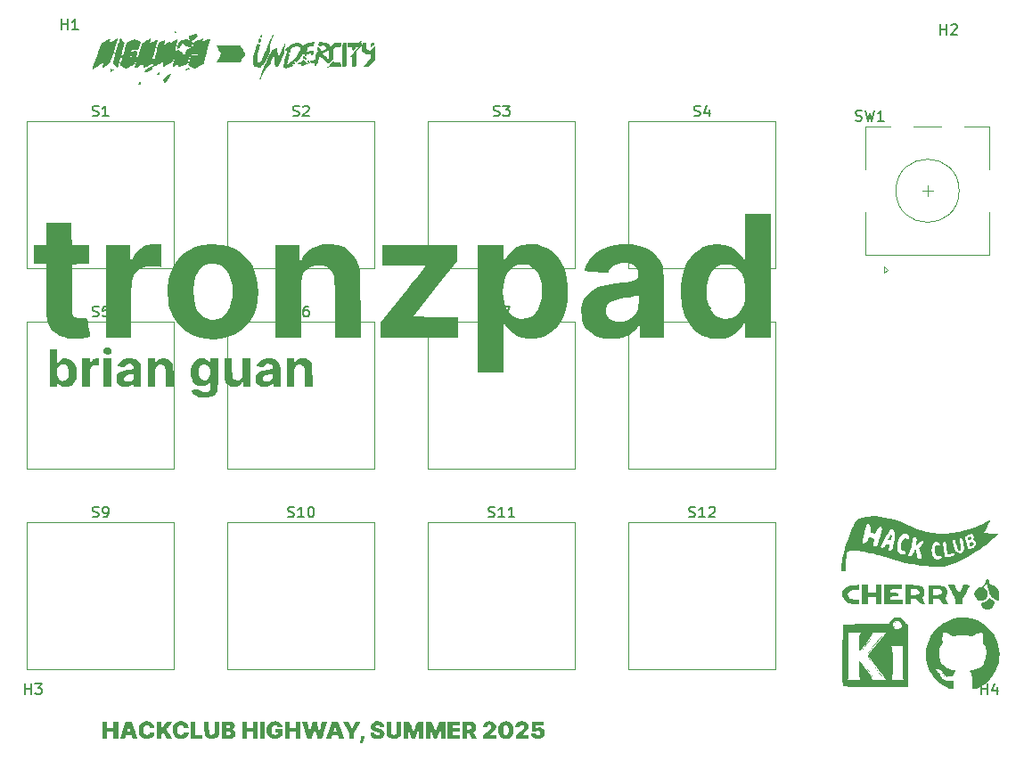
<source format=gbr>
%TF.GenerationSoftware,KiCad,Pcbnew,8.0.6*%
%TF.CreationDate,2025-07-02T19:59:32-04:00*%
%TF.ProjectId,tronzpad,74726f6e-7a70-4616-942e-6b696361645f,rev?*%
%TF.SameCoordinates,Original*%
%TF.FileFunction,Legend,Top*%
%TF.FilePolarity,Positive*%
%FSLAX46Y46*%
G04 Gerber Fmt 4.6, Leading zero omitted, Abs format (unit mm)*
G04 Created by KiCad (PCBNEW 8.0.6) date 2025-07-02 19:59:32*
%MOMM*%
%LPD*%
G01*
G04 APERTURE LIST*
%ADD10C,0.150000*%
%ADD11C,0.120000*%
%ADD12C,0.000000*%
G04 APERTURE END LIST*
D10*
X127770876Y-112393967D02*
X127913733Y-112441586D01*
X127913733Y-112441586D02*
X128151828Y-112441586D01*
X128151828Y-112441586D02*
X128247066Y-112393967D01*
X128247066Y-112393967D02*
X128294685Y-112346347D01*
X128294685Y-112346347D02*
X128342304Y-112251109D01*
X128342304Y-112251109D02*
X128342304Y-112155871D01*
X128342304Y-112155871D02*
X128294685Y-112060633D01*
X128294685Y-112060633D02*
X128247066Y-112013014D01*
X128247066Y-112013014D02*
X128151828Y-111965395D01*
X128151828Y-111965395D02*
X127961352Y-111917776D01*
X127961352Y-111917776D02*
X127866114Y-111870157D01*
X127866114Y-111870157D02*
X127818495Y-111822538D01*
X127818495Y-111822538D02*
X127770876Y-111727300D01*
X127770876Y-111727300D02*
X127770876Y-111632062D01*
X127770876Y-111632062D02*
X127818495Y-111536824D01*
X127818495Y-111536824D02*
X127866114Y-111489205D01*
X127866114Y-111489205D02*
X127961352Y-111441586D01*
X127961352Y-111441586D02*
X128199447Y-111441586D01*
X128199447Y-111441586D02*
X128342304Y-111489205D01*
X129294685Y-112441586D02*
X128723257Y-112441586D01*
X129008971Y-112441586D02*
X129008971Y-111441586D01*
X129008971Y-111441586D02*
X128913733Y-111584443D01*
X128913733Y-111584443D02*
X128818495Y-111679681D01*
X128818495Y-111679681D02*
X128723257Y-111727300D01*
X129913733Y-111441586D02*
X130008971Y-111441586D01*
X130008971Y-111441586D02*
X130104209Y-111489205D01*
X130104209Y-111489205D02*
X130151828Y-111536824D01*
X130151828Y-111536824D02*
X130199447Y-111632062D01*
X130199447Y-111632062D02*
X130247066Y-111822538D01*
X130247066Y-111822538D02*
X130247066Y-112060633D01*
X130247066Y-112060633D02*
X130199447Y-112251109D01*
X130199447Y-112251109D02*
X130151828Y-112346347D01*
X130151828Y-112346347D02*
X130104209Y-112393967D01*
X130104209Y-112393967D02*
X130008971Y-112441586D01*
X130008971Y-112441586D02*
X129913733Y-112441586D01*
X129913733Y-112441586D02*
X129818495Y-112393967D01*
X129818495Y-112393967D02*
X129770876Y-112346347D01*
X129770876Y-112346347D02*
X129723257Y-112251109D01*
X129723257Y-112251109D02*
X129675638Y-112060633D01*
X129675638Y-112060633D02*
X129675638Y-111822538D01*
X129675638Y-111822538D02*
X129723257Y-111632062D01*
X129723257Y-111632062D02*
X129770876Y-111536824D01*
X129770876Y-111536824D02*
X129818495Y-111489205D01*
X129818495Y-111489205D02*
X129913733Y-111441586D01*
X109197066Y-93343967D02*
X109339923Y-93391586D01*
X109339923Y-93391586D02*
X109578018Y-93391586D01*
X109578018Y-93391586D02*
X109673256Y-93343967D01*
X109673256Y-93343967D02*
X109720875Y-93296347D01*
X109720875Y-93296347D02*
X109768494Y-93201109D01*
X109768494Y-93201109D02*
X109768494Y-93105871D01*
X109768494Y-93105871D02*
X109720875Y-93010633D01*
X109720875Y-93010633D02*
X109673256Y-92963014D01*
X109673256Y-92963014D02*
X109578018Y-92915395D01*
X109578018Y-92915395D02*
X109387542Y-92867776D01*
X109387542Y-92867776D02*
X109292304Y-92820157D01*
X109292304Y-92820157D02*
X109244685Y-92772538D01*
X109244685Y-92772538D02*
X109197066Y-92677300D01*
X109197066Y-92677300D02*
X109197066Y-92582062D01*
X109197066Y-92582062D02*
X109244685Y-92486824D01*
X109244685Y-92486824D02*
X109292304Y-92439205D01*
X109292304Y-92439205D02*
X109387542Y-92391586D01*
X109387542Y-92391586D02*
X109625637Y-92391586D01*
X109625637Y-92391586D02*
X109768494Y-92439205D01*
X110673256Y-92391586D02*
X110197066Y-92391586D01*
X110197066Y-92391586D02*
X110149447Y-92867776D01*
X110149447Y-92867776D02*
X110197066Y-92820157D01*
X110197066Y-92820157D02*
X110292304Y-92772538D01*
X110292304Y-92772538D02*
X110530399Y-92772538D01*
X110530399Y-92772538D02*
X110625637Y-92820157D01*
X110625637Y-92820157D02*
X110673256Y-92867776D01*
X110673256Y-92867776D02*
X110720875Y-92963014D01*
X110720875Y-92963014D02*
X110720875Y-93201109D01*
X110720875Y-93201109D02*
X110673256Y-93296347D01*
X110673256Y-93296347D02*
X110625637Y-93343967D01*
X110625637Y-93343967D02*
X110530399Y-93391586D01*
X110530399Y-93391586D02*
X110292304Y-93391586D01*
X110292304Y-93391586D02*
X110197066Y-93343967D01*
X110197066Y-93343967D02*
X110149447Y-93296347D01*
X128247066Y-74293967D02*
X128389923Y-74341586D01*
X128389923Y-74341586D02*
X128628018Y-74341586D01*
X128628018Y-74341586D02*
X128723256Y-74293967D01*
X128723256Y-74293967D02*
X128770875Y-74246347D01*
X128770875Y-74246347D02*
X128818494Y-74151109D01*
X128818494Y-74151109D02*
X128818494Y-74055871D01*
X128818494Y-74055871D02*
X128770875Y-73960633D01*
X128770875Y-73960633D02*
X128723256Y-73913014D01*
X128723256Y-73913014D02*
X128628018Y-73865395D01*
X128628018Y-73865395D02*
X128437542Y-73817776D01*
X128437542Y-73817776D02*
X128342304Y-73770157D01*
X128342304Y-73770157D02*
X128294685Y-73722538D01*
X128294685Y-73722538D02*
X128247066Y-73627300D01*
X128247066Y-73627300D02*
X128247066Y-73532062D01*
X128247066Y-73532062D02*
X128294685Y-73436824D01*
X128294685Y-73436824D02*
X128342304Y-73389205D01*
X128342304Y-73389205D02*
X128437542Y-73341586D01*
X128437542Y-73341586D02*
X128675637Y-73341586D01*
X128675637Y-73341586D02*
X128818494Y-73389205D01*
X129199447Y-73436824D02*
X129247066Y-73389205D01*
X129247066Y-73389205D02*
X129342304Y-73341586D01*
X129342304Y-73341586D02*
X129580399Y-73341586D01*
X129580399Y-73341586D02*
X129675637Y-73389205D01*
X129675637Y-73389205D02*
X129723256Y-73436824D01*
X129723256Y-73436824D02*
X129770875Y-73532062D01*
X129770875Y-73532062D02*
X129770875Y-73627300D01*
X129770875Y-73627300D02*
X129723256Y-73770157D01*
X129723256Y-73770157D02*
X129151828Y-74341586D01*
X129151828Y-74341586D02*
X129770875Y-74341586D01*
X147297066Y-74293967D02*
X147439923Y-74341586D01*
X147439923Y-74341586D02*
X147678018Y-74341586D01*
X147678018Y-74341586D02*
X147773256Y-74293967D01*
X147773256Y-74293967D02*
X147820875Y-74246347D01*
X147820875Y-74246347D02*
X147868494Y-74151109D01*
X147868494Y-74151109D02*
X147868494Y-74055871D01*
X147868494Y-74055871D02*
X147820875Y-73960633D01*
X147820875Y-73960633D02*
X147773256Y-73913014D01*
X147773256Y-73913014D02*
X147678018Y-73865395D01*
X147678018Y-73865395D02*
X147487542Y-73817776D01*
X147487542Y-73817776D02*
X147392304Y-73770157D01*
X147392304Y-73770157D02*
X147344685Y-73722538D01*
X147344685Y-73722538D02*
X147297066Y-73627300D01*
X147297066Y-73627300D02*
X147297066Y-73532062D01*
X147297066Y-73532062D02*
X147344685Y-73436824D01*
X147344685Y-73436824D02*
X147392304Y-73389205D01*
X147392304Y-73389205D02*
X147487542Y-73341586D01*
X147487542Y-73341586D02*
X147725637Y-73341586D01*
X147725637Y-73341586D02*
X147868494Y-73389205D01*
X148201828Y-73341586D02*
X148820875Y-73341586D01*
X148820875Y-73341586D02*
X148487542Y-73722538D01*
X148487542Y-73722538D02*
X148630399Y-73722538D01*
X148630399Y-73722538D02*
X148725637Y-73770157D01*
X148725637Y-73770157D02*
X148773256Y-73817776D01*
X148773256Y-73817776D02*
X148820875Y-73913014D01*
X148820875Y-73913014D02*
X148820875Y-74151109D01*
X148820875Y-74151109D02*
X148773256Y-74246347D01*
X148773256Y-74246347D02*
X148725637Y-74293967D01*
X148725637Y-74293967D02*
X148630399Y-74341586D01*
X148630399Y-74341586D02*
X148344685Y-74341586D01*
X148344685Y-74341586D02*
X148249447Y-74293967D01*
X148249447Y-74293967D02*
X148201828Y-74246347D01*
X109197066Y-112393967D02*
X109339923Y-112441586D01*
X109339923Y-112441586D02*
X109578018Y-112441586D01*
X109578018Y-112441586D02*
X109673256Y-112393967D01*
X109673256Y-112393967D02*
X109720875Y-112346347D01*
X109720875Y-112346347D02*
X109768494Y-112251109D01*
X109768494Y-112251109D02*
X109768494Y-112155871D01*
X109768494Y-112155871D02*
X109720875Y-112060633D01*
X109720875Y-112060633D02*
X109673256Y-112013014D01*
X109673256Y-112013014D02*
X109578018Y-111965395D01*
X109578018Y-111965395D02*
X109387542Y-111917776D01*
X109387542Y-111917776D02*
X109292304Y-111870157D01*
X109292304Y-111870157D02*
X109244685Y-111822538D01*
X109244685Y-111822538D02*
X109197066Y-111727300D01*
X109197066Y-111727300D02*
X109197066Y-111632062D01*
X109197066Y-111632062D02*
X109244685Y-111536824D01*
X109244685Y-111536824D02*
X109292304Y-111489205D01*
X109292304Y-111489205D02*
X109387542Y-111441586D01*
X109387542Y-111441586D02*
X109625637Y-111441586D01*
X109625637Y-111441586D02*
X109768494Y-111489205D01*
X110244685Y-112441586D02*
X110435161Y-112441586D01*
X110435161Y-112441586D02*
X110530399Y-112393967D01*
X110530399Y-112393967D02*
X110578018Y-112346347D01*
X110578018Y-112346347D02*
X110673256Y-112203490D01*
X110673256Y-112203490D02*
X110720875Y-112013014D01*
X110720875Y-112013014D02*
X110720875Y-111632062D01*
X110720875Y-111632062D02*
X110673256Y-111536824D01*
X110673256Y-111536824D02*
X110625637Y-111489205D01*
X110625637Y-111489205D02*
X110530399Y-111441586D01*
X110530399Y-111441586D02*
X110339923Y-111441586D01*
X110339923Y-111441586D02*
X110244685Y-111489205D01*
X110244685Y-111489205D02*
X110197066Y-111536824D01*
X110197066Y-111536824D02*
X110149447Y-111632062D01*
X110149447Y-111632062D02*
X110149447Y-111870157D01*
X110149447Y-111870157D02*
X110197066Y-111965395D01*
X110197066Y-111965395D02*
X110244685Y-112013014D01*
X110244685Y-112013014D02*
X110339923Y-112060633D01*
X110339923Y-112060633D02*
X110530399Y-112060633D01*
X110530399Y-112060633D02*
X110625637Y-112013014D01*
X110625637Y-112013014D02*
X110673256Y-111965395D01*
X110673256Y-111965395D02*
X110720875Y-111870157D01*
X109197066Y-74293967D02*
X109339923Y-74341586D01*
X109339923Y-74341586D02*
X109578018Y-74341586D01*
X109578018Y-74341586D02*
X109673256Y-74293967D01*
X109673256Y-74293967D02*
X109720875Y-74246347D01*
X109720875Y-74246347D02*
X109768494Y-74151109D01*
X109768494Y-74151109D02*
X109768494Y-74055871D01*
X109768494Y-74055871D02*
X109720875Y-73960633D01*
X109720875Y-73960633D02*
X109673256Y-73913014D01*
X109673256Y-73913014D02*
X109578018Y-73865395D01*
X109578018Y-73865395D02*
X109387542Y-73817776D01*
X109387542Y-73817776D02*
X109292304Y-73770157D01*
X109292304Y-73770157D02*
X109244685Y-73722538D01*
X109244685Y-73722538D02*
X109197066Y-73627300D01*
X109197066Y-73627300D02*
X109197066Y-73532062D01*
X109197066Y-73532062D02*
X109244685Y-73436824D01*
X109244685Y-73436824D02*
X109292304Y-73389205D01*
X109292304Y-73389205D02*
X109387542Y-73341586D01*
X109387542Y-73341586D02*
X109625637Y-73341586D01*
X109625637Y-73341586D02*
X109768494Y-73389205D01*
X110720875Y-74341586D02*
X110149447Y-74341586D01*
X110435161Y-74341586D02*
X110435161Y-73341586D01*
X110435161Y-73341586D02*
X110339923Y-73484443D01*
X110339923Y-73484443D02*
X110244685Y-73579681D01*
X110244685Y-73579681D02*
X110149447Y-73627300D01*
X166347066Y-74293967D02*
X166489923Y-74341586D01*
X166489923Y-74341586D02*
X166728018Y-74341586D01*
X166728018Y-74341586D02*
X166823256Y-74293967D01*
X166823256Y-74293967D02*
X166870875Y-74246347D01*
X166870875Y-74246347D02*
X166918494Y-74151109D01*
X166918494Y-74151109D02*
X166918494Y-74055871D01*
X166918494Y-74055871D02*
X166870875Y-73960633D01*
X166870875Y-73960633D02*
X166823256Y-73913014D01*
X166823256Y-73913014D02*
X166728018Y-73865395D01*
X166728018Y-73865395D02*
X166537542Y-73817776D01*
X166537542Y-73817776D02*
X166442304Y-73770157D01*
X166442304Y-73770157D02*
X166394685Y-73722538D01*
X166394685Y-73722538D02*
X166347066Y-73627300D01*
X166347066Y-73627300D02*
X166347066Y-73532062D01*
X166347066Y-73532062D02*
X166394685Y-73436824D01*
X166394685Y-73436824D02*
X166442304Y-73389205D01*
X166442304Y-73389205D02*
X166537542Y-73341586D01*
X166537542Y-73341586D02*
X166775637Y-73341586D01*
X166775637Y-73341586D02*
X166918494Y-73389205D01*
X167775637Y-73674919D02*
X167775637Y-74341586D01*
X167537542Y-73293967D02*
X167299447Y-74008252D01*
X167299447Y-74008252D02*
X167918494Y-74008252D01*
X147297066Y-93343967D02*
X147439923Y-93391586D01*
X147439923Y-93391586D02*
X147678018Y-93391586D01*
X147678018Y-93391586D02*
X147773256Y-93343967D01*
X147773256Y-93343967D02*
X147820875Y-93296347D01*
X147820875Y-93296347D02*
X147868494Y-93201109D01*
X147868494Y-93201109D02*
X147868494Y-93105871D01*
X147868494Y-93105871D02*
X147820875Y-93010633D01*
X147820875Y-93010633D02*
X147773256Y-92963014D01*
X147773256Y-92963014D02*
X147678018Y-92915395D01*
X147678018Y-92915395D02*
X147487542Y-92867776D01*
X147487542Y-92867776D02*
X147392304Y-92820157D01*
X147392304Y-92820157D02*
X147344685Y-92772538D01*
X147344685Y-92772538D02*
X147297066Y-92677300D01*
X147297066Y-92677300D02*
X147297066Y-92582062D01*
X147297066Y-92582062D02*
X147344685Y-92486824D01*
X147344685Y-92486824D02*
X147392304Y-92439205D01*
X147392304Y-92439205D02*
X147487542Y-92391586D01*
X147487542Y-92391586D02*
X147725637Y-92391586D01*
X147725637Y-92391586D02*
X147868494Y-92439205D01*
X148201828Y-92391586D02*
X148868494Y-92391586D01*
X148868494Y-92391586D02*
X148439923Y-93391586D01*
X189772066Y-66598086D02*
X189772066Y-65598086D01*
X189772066Y-66074276D02*
X190343494Y-66074276D01*
X190343494Y-66598086D02*
X190343494Y-65598086D01*
X190772066Y-65693324D02*
X190819685Y-65645705D01*
X190819685Y-65645705D02*
X190914923Y-65598086D01*
X190914923Y-65598086D02*
X191153018Y-65598086D01*
X191153018Y-65598086D02*
X191248256Y-65645705D01*
X191248256Y-65645705D02*
X191295875Y-65693324D01*
X191295875Y-65693324D02*
X191343494Y-65788562D01*
X191343494Y-65788562D02*
X191343494Y-65883800D01*
X191343494Y-65883800D02*
X191295875Y-66026657D01*
X191295875Y-66026657D02*
X190724447Y-66598086D01*
X190724447Y-66598086D02*
X191343494Y-66598086D01*
X193647752Y-129248946D02*
X193647752Y-128248946D01*
X193647752Y-128725136D02*
X194219180Y-128725136D01*
X194219180Y-129248946D02*
X194219180Y-128248946D01*
X195123942Y-128582279D02*
X195123942Y-129248946D01*
X194885847Y-128201327D02*
X194647752Y-128915612D01*
X194647752Y-128915612D02*
X195266799Y-128915612D01*
X128247066Y-93343967D02*
X128389923Y-93391586D01*
X128389923Y-93391586D02*
X128628018Y-93391586D01*
X128628018Y-93391586D02*
X128723256Y-93343967D01*
X128723256Y-93343967D02*
X128770875Y-93296347D01*
X128770875Y-93296347D02*
X128818494Y-93201109D01*
X128818494Y-93201109D02*
X128818494Y-93105871D01*
X128818494Y-93105871D02*
X128770875Y-93010633D01*
X128770875Y-93010633D02*
X128723256Y-92963014D01*
X128723256Y-92963014D02*
X128628018Y-92915395D01*
X128628018Y-92915395D02*
X128437542Y-92867776D01*
X128437542Y-92867776D02*
X128342304Y-92820157D01*
X128342304Y-92820157D02*
X128294685Y-92772538D01*
X128294685Y-92772538D02*
X128247066Y-92677300D01*
X128247066Y-92677300D02*
X128247066Y-92582062D01*
X128247066Y-92582062D02*
X128294685Y-92486824D01*
X128294685Y-92486824D02*
X128342304Y-92439205D01*
X128342304Y-92439205D02*
X128437542Y-92391586D01*
X128437542Y-92391586D02*
X128675637Y-92391586D01*
X128675637Y-92391586D02*
X128818494Y-92439205D01*
X129675637Y-92391586D02*
X129485161Y-92391586D01*
X129485161Y-92391586D02*
X129389923Y-92439205D01*
X129389923Y-92439205D02*
X129342304Y-92486824D01*
X129342304Y-92486824D02*
X129247066Y-92629681D01*
X129247066Y-92629681D02*
X129199447Y-92820157D01*
X129199447Y-92820157D02*
X129199447Y-93201109D01*
X129199447Y-93201109D02*
X129247066Y-93296347D01*
X129247066Y-93296347D02*
X129294685Y-93343967D01*
X129294685Y-93343967D02*
X129389923Y-93391586D01*
X129389923Y-93391586D02*
X129580399Y-93391586D01*
X129580399Y-93391586D02*
X129675637Y-93343967D01*
X129675637Y-93343967D02*
X129723256Y-93296347D01*
X129723256Y-93296347D02*
X129770875Y-93201109D01*
X129770875Y-93201109D02*
X129770875Y-92963014D01*
X129770875Y-92963014D02*
X129723256Y-92867776D01*
X129723256Y-92867776D02*
X129675637Y-92820157D01*
X129675637Y-92820157D02*
X129580399Y-92772538D01*
X129580399Y-92772538D02*
X129389923Y-92772538D01*
X129389923Y-92772538D02*
X129294685Y-92820157D01*
X129294685Y-92820157D02*
X129247066Y-92867776D01*
X129247066Y-92867776D02*
X129199447Y-92963014D01*
X102801156Y-129253822D02*
X102801156Y-128253822D01*
X102801156Y-128730012D02*
X103372584Y-128730012D01*
X103372584Y-129253822D02*
X103372584Y-128253822D01*
X103753537Y-128253822D02*
X104372584Y-128253822D01*
X104372584Y-128253822D02*
X104039251Y-128634774D01*
X104039251Y-128634774D02*
X104182108Y-128634774D01*
X104182108Y-128634774D02*
X104277346Y-128682393D01*
X104277346Y-128682393D02*
X104324965Y-128730012D01*
X104324965Y-128730012D02*
X104372584Y-128825250D01*
X104372584Y-128825250D02*
X104372584Y-129063345D01*
X104372584Y-129063345D02*
X104324965Y-129158583D01*
X104324965Y-129158583D02*
X104277346Y-129206203D01*
X104277346Y-129206203D02*
X104182108Y-129253822D01*
X104182108Y-129253822D02*
X103896394Y-129253822D01*
X103896394Y-129253822D02*
X103801156Y-129206203D01*
X103801156Y-129206203D02*
X103753537Y-129158583D01*
X181700638Y-74740467D02*
X181843495Y-74788086D01*
X181843495Y-74788086D02*
X182081590Y-74788086D01*
X182081590Y-74788086D02*
X182176828Y-74740467D01*
X182176828Y-74740467D02*
X182224447Y-74692847D01*
X182224447Y-74692847D02*
X182272066Y-74597609D01*
X182272066Y-74597609D02*
X182272066Y-74502371D01*
X182272066Y-74502371D02*
X182224447Y-74407133D01*
X182224447Y-74407133D02*
X182176828Y-74359514D01*
X182176828Y-74359514D02*
X182081590Y-74311895D01*
X182081590Y-74311895D02*
X181891114Y-74264276D01*
X181891114Y-74264276D02*
X181795876Y-74216657D01*
X181795876Y-74216657D02*
X181748257Y-74169038D01*
X181748257Y-74169038D02*
X181700638Y-74073800D01*
X181700638Y-74073800D02*
X181700638Y-73978562D01*
X181700638Y-73978562D02*
X181748257Y-73883324D01*
X181748257Y-73883324D02*
X181795876Y-73835705D01*
X181795876Y-73835705D02*
X181891114Y-73788086D01*
X181891114Y-73788086D02*
X182129209Y-73788086D01*
X182129209Y-73788086D02*
X182272066Y-73835705D01*
X182605400Y-73788086D02*
X182843495Y-74788086D01*
X182843495Y-74788086D02*
X183033971Y-74073800D01*
X183033971Y-74073800D02*
X183224447Y-74788086D01*
X183224447Y-74788086D02*
X183462543Y-73788086D01*
X184367304Y-74788086D02*
X183795876Y-74788086D01*
X184081590Y-74788086D02*
X184081590Y-73788086D01*
X184081590Y-73788086D02*
X183986352Y-73930943D01*
X183986352Y-73930943D02*
X183891114Y-74026181D01*
X183891114Y-74026181D02*
X183795876Y-74073800D01*
X146820876Y-112393967D02*
X146963733Y-112441586D01*
X146963733Y-112441586D02*
X147201828Y-112441586D01*
X147201828Y-112441586D02*
X147297066Y-112393967D01*
X147297066Y-112393967D02*
X147344685Y-112346347D01*
X147344685Y-112346347D02*
X147392304Y-112251109D01*
X147392304Y-112251109D02*
X147392304Y-112155871D01*
X147392304Y-112155871D02*
X147344685Y-112060633D01*
X147344685Y-112060633D02*
X147297066Y-112013014D01*
X147297066Y-112013014D02*
X147201828Y-111965395D01*
X147201828Y-111965395D02*
X147011352Y-111917776D01*
X147011352Y-111917776D02*
X146916114Y-111870157D01*
X146916114Y-111870157D02*
X146868495Y-111822538D01*
X146868495Y-111822538D02*
X146820876Y-111727300D01*
X146820876Y-111727300D02*
X146820876Y-111632062D01*
X146820876Y-111632062D02*
X146868495Y-111536824D01*
X146868495Y-111536824D02*
X146916114Y-111489205D01*
X146916114Y-111489205D02*
X147011352Y-111441586D01*
X147011352Y-111441586D02*
X147249447Y-111441586D01*
X147249447Y-111441586D02*
X147392304Y-111489205D01*
X148344685Y-112441586D02*
X147773257Y-112441586D01*
X148058971Y-112441586D02*
X148058971Y-111441586D01*
X148058971Y-111441586D02*
X147963733Y-111584443D01*
X147963733Y-111584443D02*
X147868495Y-111679681D01*
X147868495Y-111679681D02*
X147773257Y-111727300D01*
X149297066Y-112441586D02*
X148725638Y-112441586D01*
X149011352Y-112441586D02*
X149011352Y-111441586D01*
X149011352Y-111441586D02*
X148916114Y-111584443D01*
X148916114Y-111584443D02*
X148820876Y-111679681D01*
X148820876Y-111679681D02*
X148725638Y-111727300D01*
X165870876Y-112393967D02*
X166013733Y-112441586D01*
X166013733Y-112441586D02*
X166251828Y-112441586D01*
X166251828Y-112441586D02*
X166347066Y-112393967D01*
X166347066Y-112393967D02*
X166394685Y-112346347D01*
X166394685Y-112346347D02*
X166442304Y-112251109D01*
X166442304Y-112251109D02*
X166442304Y-112155871D01*
X166442304Y-112155871D02*
X166394685Y-112060633D01*
X166394685Y-112060633D02*
X166347066Y-112013014D01*
X166347066Y-112013014D02*
X166251828Y-111965395D01*
X166251828Y-111965395D02*
X166061352Y-111917776D01*
X166061352Y-111917776D02*
X165966114Y-111870157D01*
X165966114Y-111870157D02*
X165918495Y-111822538D01*
X165918495Y-111822538D02*
X165870876Y-111727300D01*
X165870876Y-111727300D02*
X165870876Y-111632062D01*
X165870876Y-111632062D02*
X165918495Y-111536824D01*
X165918495Y-111536824D02*
X165966114Y-111489205D01*
X165966114Y-111489205D02*
X166061352Y-111441586D01*
X166061352Y-111441586D02*
X166299447Y-111441586D01*
X166299447Y-111441586D02*
X166442304Y-111489205D01*
X167394685Y-112441586D02*
X166823257Y-112441586D01*
X167108971Y-112441586D02*
X167108971Y-111441586D01*
X167108971Y-111441586D02*
X167013733Y-111584443D01*
X167013733Y-111584443D02*
X166918495Y-111679681D01*
X166918495Y-111679681D02*
X166823257Y-111727300D01*
X167775638Y-111536824D02*
X167823257Y-111489205D01*
X167823257Y-111489205D02*
X167918495Y-111441586D01*
X167918495Y-111441586D02*
X168156590Y-111441586D01*
X168156590Y-111441586D02*
X168251828Y-111489205D01*
X168251828Y-111489205D02*
X168299447Y-111536824D01*
X168299447Y-111536824D02*
X168347066Y-111632062D01*
X168347066Y-111632062D02*
X168347066Y-111727300D01*
X168347066Y-111727300D02*
X168299447Y-111870157D01*
X168299447Y-111870157D02*
X167728019Y-112441586D01*
X167728019Y-112441586D02*
X168347066Y-112441586D01*
X106262066Y-66108086D02*
X106262066Y-65108086D01*
X106262066Y-65584276D02*
X106833494Y-65584276D01*
X106833494Y-66108086D02*
X106833494Y-65108086D01*
X107833494Y-66108086D02*
X107262066Y-66108086D01*
X107547780Y-66108086D02*
X107547780Y-65108086D01*
X107547780Y-65108086D02*
X107452542Y-65250943D01*
X107452542Y-65250943D02*
X107357304Y-65346181D01*
X107357304Y-65346181D02*
X107262066Y-65393800D01*
X166347066Y-93343967D02*
X166489923Y-93391586D01*
X166489923Y-93391586D02*
X166728018Y-93391586D01*
X166728018Y-93391586D02*
X166823256Y-93343967D01*
X166823256Y-93343967D02*
X166870875Y-93296347D01*
X166870875Y-93296347D02*
X166918494Y-93201109D01*
X166918494Y-93201109D02*
X166918494Y-93105871D01*
X166918494Y-93105871D02*
X166870875Y-93010633D01*
X166870875Y-93010633D02*
X166823256Y-92963014D01*
X166823256Y-92963014D02*
X166728018Y-92915395D01*
X166728018Y-92915395D02*
X166537542Y-92867776D01*
X166537542Y-92867776D02*
X166442304Y-92820157D01*
X166442304Y-92820157D02*
X166394685Y-92772538D01*
X166394685Y-92772538D02*
X166347066Y-92677300D01*
X166347066Y-92677300D02*
X166347066Y-92582062D01*
X166347066Y-92582062D02*
X166394685Y-92486824D01*
X166394685Y-92486824D02*
X166442304Y-92439205D01*
X166442304Y-92439205D02*
X166537542Y-92391586D01*
X166537542Y-92391586D02*
X166775637Y-92391586D01*
X166775637Y-92391586D02*
X166918494Y-92439205D01*
X167489923Y-92820157D02*
X167394685Y-92772538D01*
X167394685Y-92772538D02*
X167347066Y-92724919D01*
X167347066Y-92724919D02*
X167299447Y-92629681D01*
X167299447Y-92629681D02*
X167299447Y-92582062D01*
X167299447Y-92582062D02*
X167347066Y-92486824D01*
X167347066Y-92486824D02*
X167394685Y-92439205D01*
X167394685Y-92439205D02*
X167489923Y-92391586D01*
X167489923Y-92391586D02*
X167680399Y-92391586D01*
X167680399Y-92391586D02*
X167775637Y-92439205D01*
X167775637Y-92439205D02*
X167823256Y-92486824D01*
X167823256Y-92486824D02*
X167870875Y-92582062D01*
X167870875Y-92582062D02*
X167870875Y-92629681D01*
X167870875Y-92629681D02*
X167823256Y-92724919D01*
X167823256Y-92724919D02*
X167775637Y-92772538D01*
X167775637Y-92772538D02*
X167680399Y-92820157D01*
X167680399Y-92820157D02*
X167489923Y-92820157D01*
X167489923Y-92820157D02*
X167394685Y-92867776D01*
X167394685Y-92867776D02*
X167347066Y-92915395D01*
X167347066Y-92915395D02*
X167299447Y-93010633D01*
X167299447Y-93010633D02*
X167299447Y-93201109D01*
X167299447Y-93201109D02*
X167347066Y-93296347D01*
X167347066Y-93296347D02*
X167394685Y-93343967D01*
X167394685Y-93343967D02*
X167489923Y-93391586D01*
X167489923Y-93391586D02*
X167680399Y-93391586D01*
X167680399Y-93391586D02*
X167775637Y-93343967D01*
X167775637Y-93343967D02*
X167823256Y-93296347D01*
X167823256Y-93296347D02*
X167870875Y-93201109D01*
X167870875Y-93201109D02*
X167870875Y-93010633D01*
X167870875Y-93010633D02*
X167823256Y-92915395D01*
X167823256Y-92915395D02*
X167775637Y-92867776D01*
X167775637Y-92867776D02*
X167680399Y-92820157D01*
D11*
%TO.C,S10*%
X122023971Y-112875767D02*
X135993971Y-112875767D01*
X122023971Y-126845767D02*
X122023971Y-112875767D01*
X135993971Y-112875767D02*
X135993971Y-126845767D01*
X135993971Y-126845767D02*
X122023971Y-126845767D01*
D12*
%TO.C,G\u002A\u002A\u002A*%
G36*
X194634458Y-120261469D02*
G01*
X194788629Y-120384390D01*
X194859252Y-120479264D01*
X194868477Y-120583850D01*
X194858616Y-120643562D01*
X194753556Y-120931636D01*
X194582325Y-121128144D01*
X194362283Y-121224334D01*
X194110787Y-121211455D01*
X193908262Y-121122707D01*
X193699769Y-120960167D01*
X193595389Y-120799415D01*
X193597191Y-120655411D01*
X193707244Y-120543112D01*
X193821926Y-120498283D01*
X194028087Y-120405700D01*
X194204988Y-120266899D01*
X194219411Y-120250609D01*
X194372422Y-120068766D01*
X194634458Y-120261469D01*
G37*
G36*
X182869608Y-119220834D02*
G01*
X182869608Y-119563236D01*
X183243137Y-119563236D01*
X183616666Y-119563236D01*
X183616666Y-119220834D01*
X183616666Y-118878432D01*
X183896813Y-118878432D01*
X184176961Y-118878432D01*
X184176961Y-119781128D01*
X184176961Y-120683824D01*
X183896813Y-120683824D01*
X183616666Y-120683824D01*
X183616666Y-120341422D01*
X183616666Y-119999020D01*
X183243137Y-119999020D01*
X182869608Y-119999020D01*
X182869608Y-120341422D01*
X182869608Y-120683824D01*
X182589461Y-120683824D01*
X182309313Y-120683824D01*
X182309313Y-119781128D01*
X182309313Y-118878432D01*
X182589461Y-118878432D01*
X182869608Y-118878432D01*
X182869608Y-119220834D01*
G37*
G36*
X182060294Y-119096324D02*
G01*
X182060294Y-119314216D01*
X181714800Y-119314216D01*
X181395268Y-119347634D01*
X181151128Y-119439348D01*
X180992587Y-119576548D01*
X180929852Y-119746424D01*
X180973130Y-119936166D01*
X181092513Y-120095232D01*
X181196337Y-120180805D01*
X181317369Y-120227254D01*
X181496514Y-120245734D01*
X181652807Y-120248039D01*
X182060294Y-120248039D01*
X182060294Y-120465932D01*
X182060294Y-120683824D01*
X181608946Y-120679878D01*
X181360806Y-120669450D01*
X181143036Y-120645889D01*
X181002532Y-120614279D01*
X181001961Y-120614053D01*
X180742907Y-120454269D01*
X180547380Y-120222457D01*
X180431508Y-119949469D01*
X180411419Y-119666158D01*
X180439615Y-119538325D01*
X180585283Y-119262940D01*
X180818310Y-119063791D01*
X181144048Y-118938087D01*
X181567846Y-118883039D01*
X181702328Y-118879917D01*
X182060294Y-118878432D01*
X182060294Y-119096324D01*
G37*
G36*
X191284175Y-119251961D02*
G01*
X191391289Y-119438591D01*
X191476759Y-119572508D01*
X191522512Y-119625449D01*
X191523039Y-119625490D01*
X191567437Y-119575190D01*
X191652052Y-119443132D01*
X191758811Y-119257579D01*
X191761903Y-119251961D01*
X191967252Y-118878432D01*
X192276502Y-118878432D01*
X192457271Y-118883186D01*
X192538114Y-118904549D01*
X192543470Y-118953171D01*
X192527273Y-118987702D01*
X192472215Y-119086440D01*
X192371260Y-119263933D01*
X192240937Y-119491208D01*
X192151554Y-119646288D01*
X191984834Y-119952230D01*
X191883899Y-120183827D01*
X191838920Y-120365656D01*
X191834313Y-120439714D01*
X191834313Y-120683824D01*
X191523039Y-120683824D01*
X191211764Y-120683824D01*
X191211764Y-120439948D01*
X191184850Y-120252892D01*
X191097112Y-120026301D01*
X190938054Y-119733112D01*
X190936976Y-119731287D01*
X190796891Y-119491509D01*
X190669498Y-119268504D01*
X190577438Y-119102036D01*
X190561848Y-119072467D01*
X190461508Y-118878432D01*
X190770167Y-118878432D01*
X191078826Y-118878432D01*
X191284175Y-119251961D01*
G37*
G36*
X186106862Y-119062773D02*
G01*
X186106862Y-119247114D01*
X185562132Y-119265101D01*
X185301260Y-119275048D01*
X185139668Y-119289451D01*
X185052192Y-119316746D01*
X185013665Y-119365368D01*
X184998923Y-119443752D01*
X184997703Y-119454289D01*
X184992106Y-119548657D01*
X185021449Y-119599824D01*
X185113379Y-119621014D01*
X185295545Y-119625450D01*
X185355669Y-119625490D01*
X185564170Y-119628801D01*
X185677245Y-119646556D01*
X185723944Y-119690488D01*
X185733323Y-119772332D01*
X185733333Y-119778021D01*
X185723409Y-119864594D01*
X185673840Y-119912844D01*
X185554926Y-119936974D01*
X185375367Y-119949222D01*
X185173525Y-119963862D01*
X185066422Y-119990407D01*
X185024314Y-120043342D01*
X185017402Y-120123530D01*
X185022214Y-120196550D01*
X185052394Y-120243103D01*
X185131559Y-120270305D01*
X185283323Y-120285273D01*
X185531302Y-120295124D01*
X185593260Y-120297067D01*
X186169117Y-120314967D01*
X186169117Y-120499395D01*
X186169117Y-120683824D01*
X185297549Y-120683824D01*
X184425980Y-120683824D01*
X184425980Y-119781128D01*
X184425980Y-118878432D01*
X185266421Y-118878432D01*
X186106862Y-118878432D01*
X186106862Y-119062773D01*
G37*
G36*
X189328554Y-118942666D02*
G01*
X189709143Y-118950853D01*
X189980281Y-118972677D01*
X190135685Y-119007547D01*
X190158826Y-119020485D01*
X190312862Y-119208034D01*
X190391770Y-119450262D01*
X190389591Y-119703289D01*
X190300369Y-119923233D01*
X190284264Y-119944416D01*
X190218615Y-120034182D01*
X190201065Y-120112122D01*
X190234635Y-120219792D01*
X190316440Y-120387097D01*
X190466803Y-120683824D01*
X190225008Y-120683824D01*
X190065769Y-120670339D01*
X189955099Y-120610413D01*
X189845308Y-120474837D01*
X189818419Y-120434804D01*
X189706009Y-120281963D01*
X189602235Y-120208996D01*
X189455355Y-120186887D01*
X189374362Y-120185785D01*
X189095098Y-120185785D01*
X189095098Y-120434804D01*
X189095098Y-120683824D01*
X188846078Y-120683824D01*
X188597059Y-120683824D01*
X188597059Y-119812255D01*
X189095098Y-119812255D01*
X189425049Y-119812255D01*
X189626050Y-119798907D01*
X189779725Y-119764754D01*
X189829706Y-119737549D01*
X189897993Y-119597388D01*
X189883755Y-119439280D01*
X189793345Y-119321777D01*
X189783994Y-119316406D01*
X189648525Y-119276603D01*
X189452999Y-119253948D01*
X189379338Y-119251961D01*
X189095098Y-119251961D01*
X189095098Y-119532108D01*
X189095098Y-119812255D01*
X188597059Y-119812255D01*
X188597059Y-119532108D01*
X188597059Y-118940687D01*
X189328554Y-118942666D01*
G37*
G36*
X186993995Y-118878779D02*
G01*
X187412444Y-118891507D01*
X187725005Y-118931903D01*
X187948062Y-119004149D01*
X188098000Y-119112425D01*
X188144962Y-119172453D01*
X188225400Y-119380092D01*
X188239918Y-119620000D01*
X188189790Y-119838806D01*
X188126635Y-119940646D01*
X188062999Y-120021463D01*
X188049136Y-120098175D01*
X188087465Y-120212944D01*
X188149832Y-120345069D01*
X188228067Y-120511505D01*
X188277213Y-120626450D01*
X188285784Y-120654362D01*
X188231057Y-120674011D01*
X188096866Y-120683630D01*
X188072410Y-120683824D01*
X187880905Y-120648032D01*
X187736589Y-120520407D01*
X187730686Y-120512623D01*
X187622769Y-120371345D01*
X187538980Y-120266030D01*
X187536948Y-120263603D01*
X187438493Y-120215985D01*
X187268474Y-120188480D01*
X187193869Y-120185785D01*
X186916176Y-120185785D01*
X186916176Y-120434804D01*
X186916176Y-120683824D01*
X186667157Y-120683824D01*
X186418137Y-120683824D01*
X186418137Y-119812255D01*
X186916176Y-119812255D01*
X187254131Y-119812255D01*
X187517276Y-119790608D01*
X187675726Y-119727457D01*
X187687271Y-119717071D01*
X187747985Y-119577289D01*
X187695192Y-119402390D01*
X187645948Y-119329780D01*
X187548778Y-119283153D01*
X187366233Y-119255928D01*
X187250955Y-119251961D01*
X186916176Y-119251961D01*
X186916176Y-119532108D01*
X186916176Y-119812255D01*
X186418137Y-119812255D01*
X186418137Y-119781128D01*
X186418137Y-119532108D01*
X186418137Y-118878432D01*
X186993995Y-118878779D01*
G37*
G36*
X194288232Y-118355903D02*
G01*
X194364672Y-118447121D01*
X194374865Y-118562510D01*
X194392312Y-118671283D01*
X194446698Y-118844355D01*
X194525743Y-119053236D01*
X194617171Y-119269437D01*
X194708702Y-119464467D01*
X194788059Y-119609837D01*
X194842963Y-119677057D01*
X194854833Y-119676212D01*
X194848330Y-119608019D01*
X194802516Y-119458211D01*
X194729063Y-119263677D01*
X194650028Y-119064864D01*
X194594035Y-118915797D01*
X194573529Y-118850082D01*
X194620057Y-118841818D01*
X194732862Y-118880268D01*
X194871782Y-118947549D01*
X194996650Y-119025780D01*
X195031137Y-119053819D01*
X195144869Y-119186995D01*
X195238775Y-119336588D01*
X195296019Y-119509574D01*
X195336780Y-119747807D01*
X195356524Y-120001335D01*
X195350716Y-120220202D01*
X195328683Y-120326929D01*
X195295906Y-120384585D01*
X195238049Y-120394906D01*
X195125086Y-120353870D01*
X194969827Y-120278853D01*
X194697362Y-120122940D01*
X194526511Y-119968987D01*
X194436858Y-119794224D01*
X194412303Y-119656998D01*
X194371330Y-119464500D01*
X194299756Y-119304478D01*
X194297481Y-119301177D01*
X194231367Y-119115562D01*
X194240288Y-118928554D01*
X194244509Y-118755440D01*
X194194486Y-118688788D01*
X194104384Y-118731030D01*
X193988370Y-118884596D01*
X193987973Y-118885266D01*
X193916807Y-119017818D01*
X193917182Y-119101170D01*
X193997197Y-119193252D01*
X194036084Y-119229518D01*
X194198573Y-119449311D01*
X194261353Y-119691915D01*
X194233531Y-119931300D01*
X194124216Y-120141438D01*
X193942516Y-120296302D01*
X193697541Y-120369862D01*
X193636087Y-120372549D01*
X193374490Y-120319347D01*
X193165967Y-120177299D01*
X193027378Y-119972746D01*
X192975584Y-119732028D01*
X193027448Y-119481485D01*
X193043828Y-119447342D01*
X193191358Y-119263157D01*
X193397363Y-119124717D01*
X193610864Y-119065509D01*
X193625556Y-119065196D01*
X193721824Y-119015525D01*
X193843649Y-118891844D01*
X193962215Y-118732154D01*
X194048706Y-118574455D01*
X194075490Y-118471862D01*
X194121748Y-118363538D01*
X194240812Y-118342201D01*
X194288232Y-118355903D01*
G37*
G36*
X117866659Y-70014002D02*
G01*
X117854377Y-70026285D01*
X117842095Y-70014002D01*
X117854377Y-70001720D01*
X117866659Y-70014002D01*
G37*
G36*
X118382520Y-66992532D02*
G01*
X118370238Y-67004815D01*
X118357955Y-66992532D01*
X118370238Y-66980250D01*
X118382520Y-66992532D01*
G37*
G36*
X119094899Y-66697755D02*
G01*
X119082617Y-66710037D01*
X119070334Y-66697755D01*
X119082617Y-66685472D01*
X119094899Y-66697755D01*
G37*
G36*
X118690230Y-67721938D02*
G01*
X118682858Y-67740211D01*
X118659934Y-67752461D01*
X118631235Y-67759940D01*
X118643008Y-67741945D01*
X118646182Y-67738710D01*
X118678390Y-67719307D01*
X118690230Y-67721938D01*
G37*
G36*
X118447770Y-67019864D02*
G01*
X118443932Y-67029379D01*
X118421858Y-67052814D01*
X118417918Y-67053944D01*
X118407367Y-67034939D01*
X118407085Y-67029379D01*
X118425969Y-67005758D01*
X118433099Y-67004815D01*
X118447770Y-67019864D01*
G37*
G36*
X111079753Y-69859215D02*
G01*
X111156377Y-69872084D01*
X111209956Y-69882694D01*
X111226499Y-69887607D01*
X111213282Y-69906452D01*
X111172521Y-69951185D01*
X111111929Y-70013477D01*
X111086133Y-70039203D01*
X110939387Y-70184418D01*
X110939387Y-70010811D01*
X110939387Y-69837204D01*
X111079753Y-69859215D01*
G37*
G36*
X125277228Y-66615332D02*
G01*
X125301254Y-66663400D01*
X125295710Y-66729265D01*
X125267381Y-66797676D01*
X125223051Y-66853383D01*
X125169506Y-66881136D01*
X125158597Y-66881991D01*
X125122790Y-66865779D01*
X125113274Y-66818940D01*
X125127974Y-66759741D01*
X125164580Y-66689976D01*
X125177877Y-66671191D01*
X125222523Y-66619434D01*
X125253692Y-66604302D01*
X125277228Y-66615332D01*
G37*
G36*
X113816857Y-71065282D02*
G01*
X113821389Y-71117975D01*
X113797339Y-71184802D01*
X113749939Y-71252575D01*
X113686130Y-71307724D01*
X113617576Y-71344286D01*
X113555942Y-71356298D01*
X113512892Y-71337796D01*
X113508903Y-71332255D01*
X113502966Y-71280638D01*
X113528600Y-71214122D01*
X113578164Y-71147411D01*
X113626429Y-71106103D01*
X113715072Y-71057364D01*
X113779983Y-71044418D01*
X113816857Y-71065282D01*
G37*
G36*
X117162602Y-66301587D02*
G01*
X117159412Y-66346562D01*
X117150635Y-66362838D01*
X117119824Y-66402661D01*
X117100996Y-66415259D01*
X117070855Y-66430191D01*
X117051635Y-66446155D01*
X117002823Y-66467623D01*
X116962834Y-66468871D01*
X116922219Y-66453456D01*
X116920204Y-66415426D01*
X116922482Y-66407270D01*
X116962840Y-66332030D01*
X117034152Y-66290207D01*
X117056225Y-66284225D01*
X117126463Y-66279357D01*
X117162602Y-66301587D01*
G37*
G36*
X129756436Y-69083748D02*
G01*
X129817433Y-69141952D01*
X129864238Y-69194634D01*
X129887046Y-69230296D01*
X129883830Y-69240211D01*
X129860465Y-69258554D01*
X129860421Y-69270917D01*
X129843922Y-69295789D01*
X129798774Y-69309419D01*
X129734216Y-69300628D01*
X129668028Y-69253970D01*
X129657527Y-69243755D01*
X129604301Y-69184253D01*
X129587309Y-69141681D01*
X129603763Y-69103119D01*
X129622669Y-69082294D01*
X129663979Y-69051511D01*
X129705124Y-69050941D01*
X129756436Y-69083748D01*
G37*
G36*
X115602655Y-70169719D02*
G01*
X115598903Y-70183121D01*
X115598390Y-70218864D01*
X115607803Y-70227357D01*
X115606707Y-70247677D01*
X115577664Y-70290275D01*
X115556048Y-70314921D01*
X115477993Y-70377521D01*
X115410610Y-70394756D01*
X115360641Y-70388789D01*
X115345319Y-70361156D01*
X115346931Y-70328223D01*
X115368376Y-70269140D01*
X115400526Y-70236105D01*
X115443554Y-70209112D01*
X115459309Y-70195879D01*
X115489844Y-70180030D01*
X115542252Y-70163925D01*
X115590601Y-70156304D01*
X115602655Y-70169719D01*
G37*
G36*
X135948226Y-67374817D02*
G01*
X135992525Y-67381401D01*
X136007088Y-67396031D01*
X136003577Y-67416275D01*
X135978604Y-67456807D01*
X135929644Y-67516187D01*
X135866793Y-67584161D01*
X135800146Y-67650480D01*
X135739799Y-67704892D01*
X135695848Y-67737144D01*
X135683047Y-67741758D01*
X135664081Y-67723734D01*
X135653974Y-67666278D01*
X135651572Y-67587000D01*
X135656117Y-67498073D01*
X135668101Y-67430588D01*
X135681050Y-67402764D01*
X135720945Y-67386693D01*
X135794253Y-67376113D01*
X135864515Y-67373286D01*
X135948226Y-67374817D01*
G37*
G36*
X129315067Y-68593658D02*
G01*
X129361143Y-68637063D01*
X129409461Y-68687471D01*
X129468447Y-68756903D01*
X129495726Y-68812662D01*
X129495748Y-68874337D01*
X129472965Y-68961517D01*
X129472245Y-68963857D01*
X129445455Y-68992255D01*
X129404865Y-68983774D01*
X129370130Y-68947747D01*
X129327943Y-68909079D01*
X129262630Y-68875360D01*
X129251939Y-68871573D01*
X129196332Y-68850374D01*
X129173526Y-68824687D01*
X129173744Y-68776854D01*
X129179243Y-68740294D01*
X129204282Y-68657167D01*
X129244632Y-68598592D01*
X129290856Y-68576962D01*
X129315067Y-68593658D01*
G37*
G36*
X125088396Y-66953278D02*
G01*
X125097835Y-66968599D01*
X125130354Y-66996154D01*
X125173916Y-67004815D01*
X125220500Y-67008573D01*
X125236098Y-67015888D01*
X125229529Y-67067835D01*
X125213073Y-67139778D01*
X125191611Y-67214690D01*
X125170022Y-67275548D01*
X125153186Y-67305324D01*
X125153136Y-67305357D01*
X125110318Y-67318337D01*
X125048509Y-67323781D01*
X124994002Y-67317770D01*
X124969110Y-67288852D01*
X124959866Y-67245147D01*
X124960477Y-67180579D01*
X124976000Y-67109176D01*
X125001494Y-67040843D01*
X125032018Y-66985480D01*
X125062632Y-66952991D01*
X125088396Y-66953278D01*
G37*
G36*
X118372668Y-69728482D02*
G01*
X118348206Y-69767936D01*
X118322101Y-69814820D01*
X118330461Y-69827543D01*
X118375859Y-69808710D01*
X118384135Y-69804337D01*
X118421063Y-69792298D01*
X118431650Y-69799642D01*
X118410865Y-69847871D01*
X118346916Y-69889436D01*
X118237411Y-69925641D01*
X118173719Y-69940306D01*
X118076159Y-69961027D01*
X117993578Y-69979176D01*
X117940781Y-69991484D01*
X117934213Y-69993198D01*
X117898261Y-69998279D01*
X117891224Y-69994412D01*
X117910825Y-69977564D01*
X117962520Y-69942940D01*
X118035649Y-69896965D01*
X118119549Y-69846063D01*
X118203561Y-69796660D01*
X118277023Y-69755181D01*
X118329274Y-69728050D01*
X118342631Y-69722371D01*
X118372659Y-69714279D01*
X118372668Y-69728482D01*
G37*
G36*
X133342481Y-68452128D02*
G01*
X133342151Y-68678762D01*
X133341205Y-68890969D01*
X133339714Y-69083547D01*
X133337746Y-69251293D01*
X133335372Y-69389002D01*
X133332660Y-69491470D01*
X133329680Y-69553495D01*
X133327571Y-69569827D01*
X133308649Y-69590813D01*
X133265378Y-69602926D01*
X133187987Y-69608097D01*
X133131053Y-69608683D01*
X132949445Y-69608683D01*
X132949445Y-68529587D01*
X132949611Y-68267893D01*
X132950209Y-68051013D01*
X132951389Y-67874632D01*
X132953298Y-67734436D01*
X132956086Y-67626110D01*
X132959903Y-67545339D01*
X132964896Y-67487808D01*
X132971216Y-67449203D01*
X132979010Y-67425209D01*
X132988047Y-67411888D01*
X133035591Y-67386994D01*
X133119560Y-67374956D01*
X133184565Y-67373286D01*
X133342481Y-67373286D01*
X133342481Y-68452128D01*
G37*
G36*
X132182467Y-69148894D02*
G01*
X132275984Y-69240211D01*
X132497577Y-69240211D01*
X132604100Y-69241133D01*
X132674006Y-69245895D01*
X132719799Y-69257492D01*
X132753984Y-69278922D01*
X132785178Y-69309108D01*
X132838679Y-69394635D01*
X132850075Y-69498695D01*
X132835703Y-69577977D01*
X132829652Y-69596382D01*
X132818468Y-69610167D01*
X132795767Y-69620000D01*
X132755166Y-69626548D01*
X132690282Y-69630479D01*
X132594732Y-69632461D01*
X132462133Y-69633161D01*
X132307281Y-69633248D01*
X132130898Y-69633694D01*
X131995491Y-69635459D01*
X131892912Y-69639180D01*
X131815012Y-69645497D01*
X131753643Y-69655049D01*
X131700655Y-69668473D01*
X131653038Y-69684525D01*
X131544535Y-69723786D01*
X131476857Y-69745877D01*
X131444599Y-69750250D01*
X131442354Y-69736354D01*
X131464714Y-69703639D01*
X131492913Y-69668248D01*
X131538684Y-69615743D01*
X131610820Y-69538244D01*
X131700485Y-69445030D01*
X131798842Y-69345379D01*
X131829640Y-69314706D01*
X132088950Y-69057577D01*
X132182467Y-69148894D01*
G37*
G36*
X135209406Y-67640641D02*
G01*
X135209406Y-67907995D01*
X135307736Y-67996830D01*
X135376506Y-68052023D01*
X135436707Y-68078471D01*
X135510652Y-68085641D01*
X135517145Y-68085666D01*
X135589775Y-68081340D01*
X135629286Y-68064044D01*
X135650063Y-68030395D01*
X135676547Y-67989784D01*
X135729810Y-67925966D01*
X135800826Y-67849379D01*
X135845973Y-67803829D01*
X136020044Y-67632534D01*
X136020044Y-68307762D01*
X136020044Y-68982990D01*
X135706502Y-69295836D01*
X135392959Y-69608683D01*
X135135658Y-69608683D01*
X134878357Y-69608683D01*
X135266136Y-69220336D01*
X135653914Y-68831988D01*
X135646602Y-68649204D01*
X135639290Y-68466420D01*
X135405924Y-68459419D01*
X135172559Y-68452419D01*
X134994464Y-68275798D01*
X134816369Y-68099178D01*
X134816369Y-67774834D01*
X134817372Y-67626172D01*
X134823116Y-67519627D01*
X134837707Y-67448187D01*
X134865248Y-67404844D01*
X134909844Y-67382587D01*
X134975600Y-67374407D01*
X135051489Y-67373286D01*
X135209406Y-67373286D01*
X135209406Y-67640641D01*
G37*
G36*
X129266311Y-68991454D02*
G01*
X129322089Y-69049666D01*
X129383696Y-69091137D01*
X129387748Y-69092905D01*
X129448962Y-69134095D01*
X129486457Y-69180012D01*
X129525043Y-69229522D01*
X129560196Y-69252713D01*
X129601255Y-69274789D01*
X129640204Y-69308447D01*
X129665917Y-69341406D01*
X129667270Y-69361383D01*
X129660119Y-69363035D01*
X129640683Y-69375783D01*
X129643433Y-69384288D01*
X129628823Y-69398344D01*
X129577430Y-69412663D01*
X129521024Y-69421471D01*
X129405208Y-69447229D01*
X129304737Y-69491185D01*
X129293994Y-69497944D01*
X129216493Y-69540515D01*
X129138378Y-69570575D01*
X129121771Y-69574633D01*
X129067954Y-69582573D01*
X129049899Y-69571015D01*
X129055686Y-69532299D01*
X129055716Y-69532179D01*
X129059960Y-69469964D01*
X129033010Y-69425585D01*
X128969669Y-69395592D01*
X128864740Y-69376539D01*
X128813520Y-69371503D01*
X128620244Y-69355336D01*
X128678413Y-69310260D01*
X128728428Y-69279672D01*
X128808823Y-69239031D01*
X128904166Y-69196025D01*
X128926959Y-69186453D01*
X129036535Y-69136397D01*
X129099463Y-69095958D01*
X129117336Y-69067184D01*
X129132619Y-69019772D01*
X129164569Y-68972186D01*
X129211801Y-68917726D01*
X129266311Y-68991454D01*
G37*
G36*
X116560210Y-70270669D02*
G01*
X116554009Y-70312835D01*
X116542924Y-70328124D01*
X116518721Y-70367523D01*
X116516413Y-70381246D01*
X116530006Y-70383074D01*
X116562070Y-70353103D01*
X116566157Y-70348288D01*
X116603959Y-70311684D01*
X116628702Y-70303267D01*
X116629404Y-70303858D01*
X116628272Y-70332403D01*
X116609977Y-70387885D01*
X116581616Y-70454519D01*
X116550288Y-70516520D01*
X116523090Y-70558102D01*
X116511217Y-70566710D01*
X116495723Y-70582593D01*
X116496250Y-70585134D01*
X116488975Y-70617566D01*
X116465608Y-70669128D01*
X116437061Y-70717902D01*
X116419800Y-70738682D01*
X116399655Y-70766524D01*
X116367980Y-70820363D01*
X116358936Y-70836941D01*
X116297381Y-70950113D01*
X116251854Y-71028830D01*
X116216159Y-71082453D01*
X116184101Y-71120344D01*
X116151720Y-71150002D01*
X116088051Y-71194150D01*
X116042268Y-71197071D01*
X116002642Y-71156278D01*
X115978702Y-71113277D01*
X115946011Y-71015923D01*
X115933182Y-70905065D01*
X115941298Y-70801855D01*
X115959895Y-70745730D01*
X115989054Y-70709333D01*
X116045491Y-70654547D01*
X116121501Y-70587471D01*
X116209375Y-70514206D01*
X116301406Y-70440850D01*
X116389887Y-70373502D01*
X116467110Y-70318262D01*
X116525369Y-70281229D01*
X116556955Y-70268501D01*
X116560210Y-70270669D01*
G37*
G36*
X122374349Y-67594482D02*
G01*
X122592124Y-67594929D01*
X122769463Y-67595874D01*
X122910714Y-67597481D01*
X123020222Y-67599914D01*
X123102335Y-67603338D01*
X123161399Y-67607915D01*
X123201761Y-67613812D01*
X123227768Y-67621190D01*
X123243767Y-67630215D01*
X123251132Y-67637358D01*
X123295124Y-67694650D01*
X123352671Y-67778332D01*
X123418894Y-67880285D01*
X123488917Y-67992391D01*
X123557861Y-68106534D01*
X123620849Y-68214595D01*
X123673002Y-68308458D01*
X123709442Y-68380003D01*
X123725293Y-68421115D01*
X123725267Y-68426401D01*
X123707900Y-68458820D01*
X123668722Y-68525279D01*
X123612244Y-68618334D01*
X123542979Y-68730544D01*
X123474444Y-68840156D01*
X123238304Y-69215646D01*
X122112346Y-69215646D01*
X121812222Y-69215161D01*
X121560214Y-69213691D01*
X121355315Y-69211212D01*
X121196522Y-69207702D01*
X121082828Y-69203137D01*
X121013230Y-69197495D01*
X120986722Y-69190752D01*
X120986389Y-69189823D01*
X120997774Y-69160859D01*
X121029356Y-69096511D01*
X121077276Y-69004232D01*
X121137676Y-68891476D01*
X121195841Y-68785288D01*
X121405294Y-68406576D01*
X121194841Y-68033078D01*
X121126941Y-67909566D01*
X121069611Y-67799484D01*
X121026548Y-67710418D01*
X121001453Y-67649956D01*
X120996900Y-67626974D01*
X121008107Y-67619000D01*
X121037593Y-67612372D01*
X121089153Y-67606980D01*
X121166583Y-67602714D01*
X121273678Y-67599462D01*
X121414234Y-67597112D01*
X121592045Y-67595555D01*
X121810908Y-67594679D01*
X122074617Y-67594373D01*
X122111791Y-67594370D01*
X122374349Y-67594482D01*
G37*
G36*
X134794721Y-67141246D02*
G01*
X134758350Y-67203654D01*
X134724278Y-67250462D01*
X134639938Y-67361004D01*
X134703589Y-67368777D01*
X134740895Y-67377332D01*
X134759809Y-67399909D01*
X134766509Y-67449663D01*
X134767240Y-67504344D01*
X134767240Y-67632139D01*
X134521944Y-67876514D01*
X134276648Y-68120889D01*
X134270155Y-68858645D01*
X134263661Y-69596401D01*
X134073284Y-69603575D01*
X133882907Y-69610750D01*
X133882907Y-69081573D01*
X133882025Y-68926305D01*
X133879556Y-68789040D01*
X133875768Y-68676864D01*
X133870928Y-68596860D01*
X133865304Y-68556116D01*
X133862938Y-68552397D01*
X133834884Y-68568642D01*
X133789030Y-68609237D01*
X133772611Y-68625835D01*
X133726579Y-68668580D01*
X133695334Y-68687897D01*
X133690173Y-68687193D01*
X133665149Y-68692175D01*
X133627786Y-68718155D01*
X133611579Y-68728258D01*
X133627298Y-68703808D01*
X133663581Y-68658813D01*
X133691187Y-68658813D01*
X133691353Y-68674817D01*
X133695663Y-68675221D01*
X133716168Y-68658434D01*
X133738652Y-68632232D01*
X133759896Y-68603135D01*
X133747176Y-68609235D01*
X133729377Y-68622958D01*
X133691187Y-68658813D01*
X133663581Y-68658813D01*
X133673593Y-68646397D01*
X133749114Y-68557618D01*
X133852509Y-68439061D01*
X133982429Y-68292319D01*
X134112293Y-68147078D01*
X134442984Y-67778606D01*
X134353715Y-67770639D01*
X134308588Y-67769616D01*
X134270390Y-67780360D01*
X134228836Y-67809662D01*
X134173641Y-67864317D01*
X134115158Y-67928189D01*
X134026046Y-68023447D01*
X133962743Y-68079974D01*
X133921014Y-68097915D01*
X133896627Y-68077414D01*
X133885350Y-68018615D01*
X133882907Y-67936103D01*
X133882907Y-67766323D01*
X133637259Y-67766323D01*
X133391611Y-67766323D01*
X133391611Y-67599283D01*
X133395920Y-67503869D01*
X133407511Y-67433091D01*
X133421089Y-67402764D01*
X133450427Y-67391503D01*
X133515222Y-67383122D01*
X133618946Y-67377424D01*
X133765072Y-67374214D01*
X133940944Y-67373286D01*
X134431322Y-67373286D01*
X134609514Y-67225891D01*
X134702544Y-67153973D01*
X134765381Y-67116097D01*
X134796586Y-67111958D01*
X134794721Y-67141246D01*
G37*
G36*
X126390644Y-66562397D02*
G01*
X126382906Y-66594469D01*
X126361319Y-66665357D01*
X126328325Y-66767528D01*
X126286366Y-66893446D01*
X126237884Y-67035579D01*
X126228189Y-67063641D01*
X126172756Y-67224785D01*
X126131304Y-67349885D01*
X126101489Y-67449236D01*
X126080964Y-67533132D01*
X126067386Y-67611867D01*
X126058407Y-67695736D01*
X126051684Y-67795032D01*
X126048510Y-67852300D01*
X126031284Y-68171642D01*
X125864255Y-68589244D01*
X125784674Y-68786279D01*
X125718209Y-68944631D01*
X125660715Y-69071615D01*
X125608049Y-69174546D01*
X125556067Y-69260739D01*
X125500626Y-69337509D01*
X125437581Y-69412171D01*
X125362790Y-69492040D01*
X125338952Y-69516565D01*
X125244924Y-69611130D01*
X125174827Y-69674303D01*
X125119054Y-69710593D01*
X125067997Y-69724509D01*
X125012048Y-69720560D01*
X124941599Y-69703255D01*
X124941321Y-69703178D01*
X124792453Y-69661424D01*
X124683970Y-69629362D01*
X124608829Y-69603858D01*
X124559991Y-69581780D01*
X124530413Y-69559996D01*
X124513053Y-69535371D01*
X124501868Y-69507650D01*
X124469613Y-69364896D01*
X124457367Y-69184577D01*
X124464750Y-68973827D01*
X124491379Y-68739779D01*
X124536874Y-68489567D01*
X124562269Y-68378257D01*
X124599756Y-68233021D01*
X124643451Y-68079140D01*
X124690454Y-67925349D01*
X124737867Y-67780381D01*
X124782789Y-67652968D01*
X124822320Y-67551846D01*
X124853561Y-67485746D01*
X124863762Y-67470218D01*
X124897284Y-67435243D01*
X124921187Y-67437676D01*
X124939228Y-67456741D01*
X124985907Y-67484413D01*
X125053424Y-67496105D01*
X125054870Y-67496110D01*
X125110526Y-67499533D01*
X125137393Y-67507911D01*
X125137839Y-67509277D01*
X125131390Y-67536369D01*
X125113669Y-67601840D01*
X125087116Y-67696894D01*
X125054170Y-67812732D01*
X125040782Y-67859325D01*
X124955952Y-68173754D01*
X124894895Y-68445862D01*
X124857532Y-68676275D01*
X124843780Y-68865621D01*
X124853557Y-69014527D01*
X124878655Y-69105894D01*
X124905588Y-69159463D01*
X124938841Y-69184104D01*
X124997002Y-69190879D01*
X125021762Y-69191081D01*
X125108569Y-69181477D01*
X125168404Y-69148240D01*
X125181063Y-69135811D01*
X125201480Y-69106500D01*
X125232392Y-69050248D01*
X125274699Y-68965047D01*
X125329303Y-68848886D01*
X125397105Y-68699755D01*
X125479005Y-68515645D01*
X125575906Y-68294544D01*
X125688708Y-68034445D01*
X125818312Y-67733336D01*
X125965620Y-67389207D01*
X125994963Y-67320484D01*
X126101098Y-67075385D01*
X126190765Y-66875994D01*
X126263920Y-66722391D01*
X126320520Y-66614662D01*
X126360522Y-66552887D01*
X126383883Y-66537151D01*
X126390644Y-66562397D01*
G37*
G36*
X127540730Y-67319525D02*
G01*
X127536012Y-67336439D01*
X127514105Y-67428460D01*
X127490978Y-67554443D01*
X127468602Y-67699800D01*
X127448946Y-67849945D01*
X127433983Y-67990289D01*
X127425682Y-68106244D01*
X127424757Y-68160018D01*
X127424256Y-68264312D01*
X127414176Y-68342177D01*
X127389457Y-68416102D01*
X127347422Y-68503925D01*
X127312407Y-68574642D01*
X127261365Y-68680575D01*
X127198774Y-68812291D01*
X127129108Y-68960360D01*
X127056844Y-69115348D01*
X127038820Y-69154234D01*
X126811404Y-69645530D01*
X126698947Y-69643965D01*
X126626202Y-69638217D01*
X126574083Y-69625549D01*
X126563004Y-69618915D01*
X126553979Y-69588642D01*
X126541573Y-69516677D01*
X126526757Y-69410265D01*
X126510500Y-69276650D01*
X126493770Y-69123076D01*
X126485105Y-69036695D01*
X126468954Y-68878583D01*
X126453293Y-68739448D01*
X126438980Y-68625839D01*
X126426874Y-68544306D01*
X126417832Y-68501399D01*
X126414362Y-68496754D01*
X126393854Y-68533717D01*
X126361471Y-68607253D01*
X126320946Y-68707348D01*
X126276011Y-68823992D01*
X126230399Y-68947172D01*
X126187841Y-69066875D01*
X126152071Y-69173090D01*
X126126821Y-69255804D01*
X126117814Y-69292239D01*
X126097897Y-69374844D01*
X126073335Y-69424182D01*
X126034633Y-69455874D01*
X126010928Y-69468134D01*
X125929527Y-69525288D01*
X125834341Y-69623409D01*
X125728788Y-69757445D01*
X125616290Y-69922346D01*
X125500266Y-70113061D01*
X125384136Y-70324538D01*
X125271321Y-70551726D01*
X125258040Y-70580080D01*
X125195074Y-70710136D01*
X125146184Y-70797717D01*
X125108481Y-70846457D01*
X125079075Y-70859989D01*
X125055079Y-70841946D01*
X125052703Y-70838283D01*
X125059316Y-70812005D01*
X125083418Y-70744532D01*
X125123381Y-70639925D01*
X125177580Y-70502248D01*
X125244387Y-70335564D01*
X125322177Y-70143935D01*
X125409323Y-69931424D01*
X125504197Y-69702093D01*
X125589855Y-69496608D01*
X125714132Y-69200227D01*
X125821468Y-68946185D01*
X125913429Y-68731310D01*
X125991579Y-68552431D01*
X126057485Y-68406375D01*
X126112710Y-68289970D01*
X126158820Y-68200045D01*
X126197380Y-68133426D01*
X126229955Y-68086943D01*
X126258110Y-68057424D01*
X126283410Y-68041695D01*
X126307420Y-68036586D01*
X126310242Y-68036536D01*
X126356243Y-68024358D01*
X126427290Y-67993200D01*
X126507407Y-67951124D01*
X126580625Y-67906194D01*
X126608899Y-67885771D01*
X126656033Y-67853186D01*
X126685538Y-67840018D01*
X126699408Y-67859794D01*
X126716537Y-67920396D01*
X126737298Y-68023730D01*
X126762064Y-68171704D01*
X126791210Y-68366227D01*
X126798506Y-68417290D01*
X126815965Y-68532867D01*
X126832707Y-68630428D01*
X126846848Y-68699788D01*
X126856500Y-68730761D01*
X126856590Y-68730869D01*
X126869988Y-68713958D01*
X126900215Y-68657131D01*
X126944790Y-68565645D01*
X127001237Y-68444760D01*
X127067074Y-68299737D01*
X127139824Y-68135833D01*
X127175018Y-68055337D01*
X127251401Y-67881308D01*
X127323068Y-67720853D01*
X127387313Y-67579815D01*
X127441427Y-67464038D01*
X127482704Y-67379365D01*
X127508435Y-67331640D01*
X127513815Y-67324157D01*
X127540136Y-67301543D01*
X127540730Y-67319525D01*
G37*
G36*
X130827448Y-67260616D02*
G01*
X130870880Y-67276762D01*
X130950200Y-67294515D01*
X131052347Y-67311238D01*
X131120533Y-67319833D01*
X131306520Y-67346195D01*
X131450765Y-67380067D01*
X131560372Y-67423711D01*
X131642446Y-67479388D01*
X131653304Y-67489378D01*
X131694059Y-67536045D01*
X131714427Y-67587181D01*
X131720961Y-67662209D01*
X131721205Y-67690571D01*
X131721205Y-67826711D01*
X131936633Y-67612281D01*
X132152061Y-67397851D01*
X132504748Y-67397851D01*
X132857436Y-67397851D01*
X132845524Y-67521824D01*
X132825964Y-67621291D01*
X132784040Y-67695814D01*
X132764108Y-67718342D01*
X132727501Y-67753572D01*
X132691777Y-67775050D01*
X132643816Y-67786167D01*
X132570497Y-67790313D01*
X132483335Y-67790888D01*
X132272066Y-67790888D01*
X132156307Y-67908415D01*
X132040547Y-68025941D01*
X132040547Y-68466778D01*
X132040547Y-68907614D01*
X131826117Y-69123042D01*
X131740915Y-69205658D01*
X131665371Y-69273419D01*
X131607451Y-69319550D01*
X131575118Y-69337272D01*
X131574328Y-69337291D01*
X131541696Y-69317910D01*
X131493078Y-69268433D01*
X131442801Y-69204660D01*
X131288823Y-69016308D01*
X131124708Y-68869673D01*
X130953577Y-68763123D01*
X130860181Y-68717732D01*
X130801176Y-68696350D01*
X130769380Y-68696801D01*
X130761254Y-68704872D01*
X130745713Y-68745153D01*
X130722321Y-68818834D01*
X130695097Y-68911639D01*
X130668058Y-69009294D01*
X130645221Y-69097524D01*
X130630605Y-69162052D01*
X130627867Y-69178799D01*
X130621487Y-69232424D01*
X130618924Y-69253720D01*
X130603786Y-69284816D01*
X130566619Y-69343497D01*
X130514906Y-69418067D01*
X130504966Y-69431814D01*
X130429233Y-69526916D01*
X130371837Y-69577379D01*
X130331018Y-69583396D01*
X130305016Y-69545159D01*
X130292069Y-69462862D01*
X130291589Y-69455153D01*
X130284164Y-69326188D01*
X130149821Y-69313905D01*
X130069432Y-69303604D01*
X130018684Y-69283850D01*
X129978119Y-69243474D01*
X129944919Y-69196301D01*
X129903677Y-69125553D01*
X129893644Y-69076173D01*
X129918970Y-69044094D01*
X129983805Y-69025247D01*
X130092301Y-69015564D01*
X130130971Y-69013944D01*
X130329541Y-69006845D01*
X130361980Y-68859457D01*
X130381596Y-68770843D01*
X130398638Y-68694738D01*
X130407085Y-68657707D01*
X130404114Y-68610236D01*
X130362408Y-68573484D01*
X130353340Y-68568551D01*
X130286930Y-68533755D01*
X130366557Y-68461026D01*
X130428712Y-68393503D01*
X130480591Y-68319572D01*
X130487998Y-68305998D01*
X130528349Y-68239798D01*
X130562613Y-68220479D01*
X130597514Y-68247489D01*
X130626466Y-68294676D01*
X130671691Y-68370640D01*
X130703623Y-68408485D01*
X130719326Y-68406640D01*
X130715865Y-68363538D01*
X130709806Y-68339225D01*
X130674487Y-68236051D01*
X130630221Y-68142297D01*
X130584314Y-68071727D01*
X130551780Y-68041468D01*
X130528518Y-68003193D01*
X130525691Y-67937362D01*
X130541088Y-67860016D01*
X130572497Y-67787197D01*
X130590415Y-67761222D01*
X130634441Y-67706853D01*
X130723400Y-67774705D01*
X130821615Y-67873231D01*
X130874447Y-67986537D01*
X130886002Y-68084446D01*
X130888366Y-68152210D01*
X130901236Y-68178922D01*
X130933277Y-68172629D01*
X130964139Y-68156982D01*
X131002245Y-68145183D01*
X131038676Y-68161405D01*
X131082596Y-68204614D01*
X131124713Y-68255156D01*
X131136483Y-68291300D01*
X131122576Y-68333109D01*
X131115667Y-68346733D01*
X131094340Y-68395865D01*
X131100908Y-68422233D01*
X131124561Y-68438062D01*
X131173014Y-68474317D01*
X131246407Y-68542193D01*
X131338445Y-68635386D01*
X131442835Y-68747591D01*
X131519521Y-68833654D01*
X131647510Y-68979805D01*
X131647510Y-68495248D01*
X131647510Y-68010692D01*
X131471704Y-68134155D01*
X131361025Y-68206772D01*
X131279974Y-68246213D01*
X131222744Y-68253334D01*
X131183528Y-68228991D01*
X131158628Y-68180288D01*
X131145280Y-68132037D01*
X131148539Y-68093359D01*
X131174550Y-68054674D01*
X131229460Y-68006401D01*
X131308166Y-67947210D01*
X131382979Y-67885362D01*
X131417985Y-67837220D01*
X131421595Y-67808723D01*
X131388040Y-67745608D01*
X131310593Y-67691817D01*
X131194078Y-67650318D01*
X131146593Y-67639571D01*
X131063848Y-67624930D01*
X131015073Y-67623174D01*
X130986584Y-67635252D01*
X130971932Y-67651692D01*
X130936009Y-67683752D01*
X130888925Y-67687692D01*
X130821562Y-67662100D01*
X130741455Y-67616015D01*
X130618208Y-67539400D01*
X130663397Y-67420473D01*
X130707864Y-67318779D01*
X130748673Y-67261757D01*
X130789791Y-67245542D01*
X130827448Y-67260616D01*
G37*
G36*
X130285510Y-67280468D02*
G01*
X130290860Y-67316590D01*
X130275720Y-67382249D01*
X130244630Y-67464706D01*
X130202132Y-67551222D01*
X130170137Y-67604208D01*
X130123452Y-67670718D01*
X130087839Y-67704306D01*
X130049018Y-67714134D01*
X130004009Y-67710796D01*
X129908310Y-67712536D01*
X129802322Y-67734453D01*
X129707587Y-67770765D01*
X129656896Y-67803954D01*
X129623476Y-67858889D01*
X129599381Y-67948154D01*
X129594927Y-67978004D01*
X129577691Y-68064165D01*
X129553246Y-68120023D01*
X129540892Y-68131951D01*
X129516025Y-68160691D01*
X129517981Y-68176361D01*
X129549882Y-68184991D01*
X129622964Y-68181263D01*
X129724089Y-68166668D01*
X129843996Y-68150739D01*
X129971563Y-68141285D01*
X130075363Y-68140291D01*
X130161929Y-68145508D01*
X130210986Y-68154847D01*
X130234154Y-68172768D01*
X130243054Y-68203728D01*
X130243190Y-68204681D01*
X130239703Y-68269574D01*
X130221739Y-68333759D01*
X130180796Y-68400591D01*
X130119289Y-68467371D01*
X130051334Y-68521529D01*
X129991042Y-68550497D01*
X129976249Y-68552397D01*
X129938406Y-68548052D01*
X129932331Y-68528052D01*
X129957057Y-68481943D01*
X129968149Y-68464789D01*
X129992801Y-68417692D01*
X129995589Y-68390739D01*
X129966027Y-68387887D01*
X129903129Y-68393802D01*
X129821382Y-68406005D01*
X129735274Y-68422013D01*
X129659293Y-68439344D01*
X129607926Y-68455518D01*
X129602491Y-68458073D01*
X129569119Y-68497920D01*
X129559503Y-68540979D01*
X129550896Y-68587992D01*
X129534938Y-68604597D01*
X129487655Y-68610035D01*
X129481048Y-68610738D01*
X129450014Y-68595610D01*
X129398655Y-68553166D01*
X129347005Y-68501856D01*
X129286102Y-68430726D01*
X129257392Y-68378629D01*
X129254683Y-68333931D01*
X129255497Y-68329902D01*
X129252008Y-68317332D01*
X129230028Y-68342640D01*
X129195136Y-68398927D01*
X129126215Y-68511216D01*
X129043006Y-68633406D01*
X128951208Y-68758504D01*
X128856523Y-68879518D01*
X128764648Y-68989455D01*
X128681285Y-69081322D01*
X128612132Y-69148126D01*
X128562889Y-69182875D01*
X128553716Y-69185860D01*
X128517671Y-69173024D01*
X128461773Y-69132558D01*
X128404834Y-69079815D01*
X128294416Y-68966708D01*
X128420895Y-68851670D01*
X128527371Y-68740036D01*
X128632313Y-68603642D01*
X128729761Y-68453052D01*
X128813756Y-68298829D01*
X128878340Y-68151533D01*
X128917554Y-68021728D01*
X128926475Y-67955538D01*
X128923460Y-67870850D01*
X128901686Y-67814211D01*
X128879680Y-67787962D01*
X128792403Y-67734054D01*
X128672948Y-67710247D01*
X128527833Y-67716373D01*
X128363577Y-67752263D01*
X128215861Y-67805169D01*
X128063612Y-67869022D01*
X128035801Y-68008050D01*
X128011208Y-68128403D01*
X127991905Y-68209323D01*
X127973798Y-68259601D01*
X127952788Y-68288030D01*
X127924779Y-68303400D01*
X127893998Y-68312352D01*
X127838372Y-68329462D01*
X127820170Y-68350508D01*
X127836395Y-68388633D01*
X127866598Y-68432474D01*
X127900934Y-68497147D01*
X127906039Y-68567007D01*
X127901286Y-68602078D01*
X127881389Y-68670571D01*
X127853538Y-68699386D01*
X127849622Y-68699785D01*
X127825661Y-68715382D01*
X127829182Y-68758418D01*
X127828843Y-68807122D01*
X127815545Y-68891764D01*
X127791289Y-69001488D01*
X127768238Y-69089640D01*
X127738336Y-69198409D01*
X127714012Y-69288866D01*
X127697896Y-69351096D01*
X127692578Y-69374914D01*
X127709438Y-69389624D01*
X127757745Y-69371447D01*
X127834090Y-69322118D01*
X127908874Y-69264776D01*
X127983367Y-69207073D01*
X128044566Y-69163922D01*
X128081598Y-69142875D01*
X128085739Y-69141952D01*
X128109520Y-69126604D01*
X128110180Y-69122007D01*
X128128097Y-69095585D01*
X128172164Y-69056410D01*
X128181627Y-69049238D01*
X128253075Y-68996414D01*
X128364599Y-69131881D01*
X128430466Y-69221228D01*
X128459003Y-69287069D01*
X128451720Y-69335983D01*
X128419031Y-69368800D01*
X128384417Y-69384049D01*
X128345995Y-69377665D01*
X128294166Y-69345225D01*
X128219326Y-69282304D01*
X128206584Y-69270917D01*
X128076592Y-69154234D01*
X128166556Y-69315329D01*
X128212261Y-69403342D01*
X128232589Y-69468793D01*
X128223410Y-69520093D01*
X128180592Y-69565651D01*
X128100007Y-69613879D01*
X127994787Y-69665104D01*
X127842941Y-69725576D01*
X127698939Y-69762818D01*
X127572461Y-69775316D01*
X127473190Y-69761558D01*
X127447414Y-69750661D01*
X127374995Y-69685841D01*
X127332644Y-69590484D01*
X127324468Y-69520716D01*
X127330852Y-69478280D01*
X127349079Y-69395263D01*
X127377475Y-69278314D01*
X127414365Y-69134088D01*
X127458077Y-68969233D01*
X127506937Y-68790404D01*
X127520625Y-68741195D01*
X127570242Y-68562613D01*
X127615259Y-68398905D01*
X127654034Y-68256172D01*
X127684927Y-68140517D01*
X127706297Y-68058043D01*
X127716503Y-68014853D01*
X127717143Y-68010379D01*
X127699158Y-68004748D01*
X127654123Y-68023127D01*
X127634408Y-68034532D01*
X127566030Y-68069235D01*
X127508800Y-68085307D01*
X127475387Y-68079979D01*
X127471495Y-68070141D01*
X127489000Y-68023720D01*
X127536912Y-67953923D01*
X127608327Y-67869335D01*
X127696339Y-67778541D01*
X127736301Y-67740890D01*
X127911849Y-67603960D01*
X128104397Y-67495740D01*
X128305773Y-67418364D01*
X128507806Y-67373965D01*
X128702326Y-67364679D01*
X128881160Y-67392640D01*
X128961389Y-67420929D01*
X129043547Y-67462531D01*
X129114214Y-67508761D01*
X129141674Y-67532716D01*
X129195411Y-67589916D01*
X129276980Y-67534562D01*
X129339501Y-67502093D01*
X129434051Y-67465298D01*
X129551822Y-67426397D01*
X129684004Y-67387611D01*
X129821789Y-67351157D01*
X129956368Y-67319256D01*
X130078933Y-67294127D01*
X130180673Y-67277989D01*
X130252781Y-67273061D01*
X130285510Y-67280468D01*
G37*
G36*
X119098789Y-66483018D02*
G01*
X119116737Y-66516185D01*
X119098357Y-66544225D01*
X119077452Y-66559558D01*
X119080545Y-66535066D01*
X119083479Y-66525801D01*
X119091264Y-66494801D01*
X119078487Y-66506543D01*
X119074057Y-66512695D01*
X119062539Y-66558624D01*
X119074488Y-66579935D01*
X119089680Y-66620449D01*
X119080944Y-66658327D01*
X119055470Y-66674893D01*
X119039802Y-66670031D01*
X119023237Y-66664659D01*
X119040991Y-66691040D01*
X119041531Y-66691708D01*
X119080962Y-66718593D01*
X119133417Y-66709402D01*
X119178232Y-66699869D01*
X119185043Y-66718810D01*
X119154575Y-66764470D01*
X119087552Y-66835092D01*
X119077557Y-66844712D01*
X118934719Y-66974803D01*
X118812257Y-67071735D01*
X118701689Y-67142109D01*
X118681789Y-67152782D01*
X118575740Y-67208013D01*
X118635041Y-67247661D01*
X118661284Y-67266619D01*
X118678008Y-67287588D01*
X118685113Y-67318829D01*
X118682498Y-67368604D01*
X118670061Y-67445174D01*
X118647702Y-67556801D01*
X118630251Y-67640373D01*
X118609530Y-67746137D01*
X118595184Y-67833121D01*
X118588786Y-67890781D01*
X118590241Y-67908538D01*
X118602439Y-67902703D01*
X118603603Y-67891487D01*
X118614875Y-67859773D01*
X118629244Y-67840018D01*
X119487936Y-67840018D01*
X119496924Y-67860237D01*
X119504313Y-67856394D01*
X119507252Y-67827241D01*
X119504313Y-67823641D01*
X119489709Y-67827013D01*
X119487936Y-67840018D01*
X118629244Y-67840018D01*
X118639926Y-67825332D01*
X118665614Y-67802823D01*
X118678793Y-67806908D01*
X118678855Y-67807557D01*
X118686444Y-67810137D01*
X118703659Y-67772342D01*
X118727998Y-67701405D01*
X118742254Y-67653735D01*
X119539005Y-67653735D01*
X119543521Y-67685595D01*
X119551907Y-67685976D01*
X119557771Y-67653099D01*
X119553846Y-67638893D01*
X119542939Y-67629589D01*
X119539005Y-67653735D01*
X118742254Y-67653735D01*
X118756959Y-67604561D01*
X118769675Y-67557522D01*
X119561630Y-67557522D01*
X119573913Y-67569805D01*
X119586195Y-67557522D01*
X119573913Y-67545240D01*
X119561630Y-67557522D01*
X118769675Y-67557522D01*
X118785259Y-67499872D01*
X118838178Y-67294832D01*
X119212472Y-67125259D01*
X119341624Y-67068371D01*
X119459183Y-67019604D01*
X119556218Y-66982433D01*
X119623797Y-66960332D01*
X119648360Y-66955685D01*
X119679025Y-66956960D01*
X119695764Y-66966893D01*
X119699051Y-66994646D01*
X119689360Y-67049381D01*
X119667167Y-67140259D01*
X119659486Y-67170627D01*
X119650216Y-67223993D01*
X119654082Y-67249689D01*
X119655728Y-67250109D01*
X119683156Y-67239910D01*
X119745275Y-67212469D01*
X119832615Y-67172077D01*
X119926853Y-67127285D01*
X120079116Y-67059236D01*
X120196424Y-67018123D01*
X120274336Y-67004815D01*
X120367137Y-67004815D01*
X120283134Y-67330298D01*
X120255968Y-67435585D01*
X120218807Y-67579650D01*
X120173918Y-67753696D01*
X120123571Y-67948928D01*
X120070034Y-68156549D01*
X120015575Y-68367762D01*
X119990140Y-68466420D01*
X119939936Y-68660239D01*
X119892810Y-68840448D01*
X119850347Y-69001118D01*
X119814130Y-69136321D01*
X119785746Y-69240127D01*
X119766778Y-69306609D01*
X119759771Y-69328206D01*
X119731759Y-69354964D01*
X119667675Y-69398015D01*
X119575972Y-69452892D01*
X119465107Y-69515129D01*
X119343535Y-69580260D01*
X119219712Y-69643820D01*
X119102093Y-69701341D01*
X118999133Y-69748359D01*
X118919288Y-69780407D01*
X118883125Y-69791240D01*
X118847240Y-69795357D01*
X118810358Y-69788279D01*
X118764082Y-69765476D01*
X118700012Y-69722419D01*
X118609753Y-69654578D01*
X118563782Y-69618979D01*
X118471051Y-69546826D01*
X118393457Y-69486389D01*
X118338638Y-69443622D01*
X118314235Y-69424480D01*
X118313772Y-69424104D01*
X118317156Y-69399534D01*
X118331229Y-69335575D01*
X118354071Y-69240324D01*
X118383759Y-69121875D01*
X118405890Y-69035998D01*
X118441878Y-68893602D01*
X118470868Y-68770661D01*
X118491885Y-68672331D01*
X118503952Y-68603766D01*
X118506096Y-68570120D01*
X118497339Y-68576548D01*
X118489535Y-68594005D01*
X118460514Y-68611788D01*
X118438315Y-68608254D01*
X118411920Y-68605624D01*
X118416904Y-68622105D01*
X118416845Y-68661035D01*
X118401259Y-68684556D01*
X118382961Y-68720536D01*
X118357703Y-68793982D01*
X118328773Y-68894311D01*
X118299464Y-69010940D01*
X118298567Y-69014779D01*
X118265570Y-69144653D01*
X118233441Y-69249896D01*
X118205020Y-69321954D01*
X118187414Y-69349475D01*
X118150469Y-69371813D01*
X118077977Y-69407299D01*
X117979698Y-69451862D01*
X117865387Y-69501431D01*
X117744803Y-69551934D01*
X117627702Y-69599300D01*
X117523843Y-69639458D01*
X117442983Y-69668337D01*
X117394879Y-69681865D01*
X117389546Y-69682377D01*
X117361405Y-69661414D01*
X117350676Y-69607165D01*
X117358192Y-69532589D01*
X117361094Y-69522706D01*
X117522752Y-69522706D01*
X117535035Y-69534989D01*
X117547317Y-69522706D01*
X117535035Y-69510424D01*
X117522752Y-69522706D01*
X117361094Y-69522706D01*
X117368307Y-69498141D01*
X117596447Y-69498141D01*
X117608729Y-69510424D01*
X117621011Y-69498141D01*
X117608729Y-69485859D01*
X117596447Y-69498141D01*
X117368307Y-69498141D01*
X117376051Y-69471769D01*
X117383149Y-69446965D01*
X117549256Y-69446965D01*
X117553773Y-69478826D01*
X117562158Y-69479206D01*
X117563162Y-69473577D01*
X117645576Y-69473577D01*
X117657859Y-69485859D01*
X117670141Y-69473577D01*
X117657859Y-69461294D01*
X117645576Y-69473577D01*
X117563162Y-69473577D01*
X117567543Y-69449012D01*
X117694706Y-69449012D01*
X117706988Y-69461294D01*
X117719271Y-69449012D01*
X117706988Y-69436729D01*
X117694706Y-69449012D01*
X117567543Y-69449012D01*
X117568022Y-69446329D01*
X117564098Y-69432123D01*
X117555099Y-69424447D01*
X117768400Y-69424447D01*
X117780683Y-69436729D01*
X117792965Y-69424447D01*
X117780683Y-69412165D01*
X117768400Y-69424447D01*
X117555099Y-69424447D01*
X117553190Y-69422819D01*
X117549256Y-69446965D01*
X117383149Y-69446965D01*
X117390699Y-69420581D01*
X117390080Y-69399882D01*
X117817530Y-69399882D01*
X117829812Y-69412165D01*
X117842095Y-69399882D01*
X117829812Y-69387600D01*
X117817530Y-69399882D01*
X117390080Y-69399882D01*
X117389902Y-69393950D01*
X117365050Y-69400236D01*
X117306609Y-69426085D01*
X117223899Y-69467132D01*
X117146668Y-69507899D01*
X117013073Y-69576462D01*
X116916075Y-69617240D01*
X116852327Y-69631052D01*
X116818485Y-69618719D01*
X116810696Y-69590259D01*
X116816946Y-69551373D01*
X116833818Y-69475408D01*
X116858880Y-69372648D01*
X116859248Y-69371223D01*
X117874848Y-69371223D01*
X117878220Y-69385827D01*
X117891224Y-69387600D01*
X117911444Y-69378612D01*
X117907601Y-69371223D01*
X117878448Y-69368283D01*
X117874848Y-69371223D01*
X116859248Y-69371223D01*
X116864537Y-69350753D01*
X117940354Y-69350753D01*
X117952636Y-69363035D01*
X117964919Y-69350753D01*
X117952636Y-69338470D01*
X117940354Y-69350753D01*
X116864537Y-69350753D01*
X116889698Y-69253377D01*
X116893204Y-69240211D01*
X117596447Y-69240211D01*
X117605434Y-69260431D01*
X117612823Y-69256588D01*
X117615763Y-69227435D01*
X117612823Y-69223834D01*
X117598219Y-69227206D01*
X117596447Y-69240211D01*
X116893204Y-69240211D01*
X116896086Y-69229389D01*
X116918702Y-69141952D01*
X117624890Y-69141952D01*
X117628750Y-69176825D01*
X117637280Y-69172658D01*
X117640525Y-69122365D01*
X117637280Y-69111246D01*
X117628314Y-69108160D01*
X117624890Y-69141952D01*
X116918702Y-69141952D01*
X116926544Y-69111636D01*
X116942762Y-69043693D01*
X117645576Y-69043693D01*
X117654564Y-69063912D01*
X117661953Y-69060069D01*
X117664893Y-69030917D01*
X117661953Y-69027316D01*
X117647349Y-69030688D01*
X117645576Y-69043693D01*
X116942762Y-69043693D01*
X116950376Y-69011796D01*
X116965563Y-68938947D01*
X116970088Y-68902169D01*
X116969361Y-68899714D01*
X116943334Y-68904026D01*
X116901753Y-68940722D01*
X116853463Y-68999547D01*
X116807312Y-69070246D01*
X116784204Y-69114363D01*
X116741099Y-69197077D01*
X116702695Y-69242961D01*
X116658557Y-69261928D01*
X116626137Y-69264501D01*
X116576192Y-69278161D01*
X116494683Y-69319227D01*
X116379618Y-69388842D01*
X116229007Y-69488150D01*
X116186841Y-69516878D01*
X116074012Y-69585537D01*
X115984762Y-69621817D01*
X115922734Y-69624719D01*
X115893009Y-69597487D01*
X115888433Y-69553420D01*
X115891656Y-69477802D01*
X115901270Y-69392464D01*
X115913376Y-69306682D01*
X115922110Y-69240835D01*
X115925554Y-69209505D01*
X115906825Y-69192857D01*
X115862201Y-69192974D01*
X115811067Y-69207560D01*
X115779956Y-69226749D01*
X115737520Y-69255291D01*
X115660140Y-69298581D01*
X115557915Y-69351747D01*
X115440941Y-69409918D01*
X115319318Y-69468222D01*
X115203144Y-69521789D01*
X115102518Y-69565747D01*
X115027536Y-69595225D01*
X114997184Y-69604344D01*
X114933268Y-69626905D01*
X114908079Y-69663652D01*
X114906833Y-69673087D01*
X114889580Y-69718101D01*
X114848299Y-69786740D01*
X114792293Y-69866535D01*
X114730863Y-69945013D01*
X114673310Y-70009706D01*
X114628935Y-70048141D01*
X114625723Y-70049984D01*
X114522244Y-70093998D01*
X114395648Y-70132034D01*
X114271927Y-70156753D01*
X114232389Y-70161031D01*
X114161465Y-70164323D01*
X114126657Y-70156831D01*
X114115269Y-70133328D01*
X114114387Y-70112446D01*
X114130642Y-70057056D01*
X114170617Y-69995098D01*
X114179161Y-69985409D01*
X114228082Y-69941814D01*
X114305593Y-69882144D01*
X114398265Y-69815786D01*
X114492672Y-69752130D01*
X114575386Y-69700561D01*
X114624106Y-69674323D01*
X114669266Y-69649521D01*
X114729494Y-69612151D01*
X114734648Y-69608777D01*
X114797082Y-69571836D01*
X114918884Y-69571836D01*
X114931166Y-69584118D01*
X114943449Y-69571836D01*
X114931166Y-69559553D01*
X114918884Y-69571836D01*
X114797082Y-69571836D01*
X114826103Y-69554665D01*
X114897771Y-69524302D01*
X114940932Y-69521311D01*
X114942816Y-69522316D01*
X114959540Y-69509352D01*
X114975948Y-69461816D01*
X114979043Y-69447052D01*
X114994199Y-69377111D01*
X115009096Y-69324135D01*
X115010263Y-69320966D01*
X115012729Y-69297464D01*
X114987778Y-69291638D01*
X114928987Y-69300135D01*
X114852880Y-69322928D01*
X114790735Y-69355865D01*
X114783777Y-69361504D01*
X114740146Y-69392730D01*
X114665344Y-69438774D01*
X114568663Y-69494635D01*
X114459392Y-69555315D01*
X114346824Y-69615813D01*
X114240250Y-69671130D01*
X114148960Y-69716265D01*
X114082246Y-69746220D01*
X114050551Y-69756072D01*
X114012246Y-69744754D01*
X113996201Y-69706935D01*
X114001987Y-69636813D01*
X114029175Y-69528591D01*
X114032817Y-69516247D01*
X114060197Y-69416395D01*
X114077111Y-69338539D01*
X114082960Y-69288697D01*
X114077150Y-69272885D01*
X114059081Y-69297121D01*
X114053434Y-69308359D01*
X114023517Y-69338174D01*
X113958694Y-69384907D01*
X113867958Y-69443419D01*
X113760302Y-69508571D01*
X113644719Y-69575223D01*
X113530202Y-69638237D01*
X113425746Y-69692473D01*
X113340342Y-69732791D01*
X113282984Y-69754054D01*
X113269974Y-69756072D01*
X113237461Y-69742207D01*
X113225139Y-69697943D01*
X113233187Y-69619278D01*
X113261787Y-69502210D01*
X113284959Y-69424447D01*
X113319539Y-69310724D01*
X113338580Y-69236039D01*
X113341589Y-69192659D01*
X113328077Y-69172854D01*
X113297552Y-69168893D01*
X113268866Y-69171101D01*
X113218507Y-69182139D01*
X113186021Y-69211595D01*
X113158241Y-69272875D01*
X113152183Y-69289865D01*
X113124915Y-69362476D01*
X113100837Y-69417679D01*
X113093190Y-69431610D01*
X113065136Y-69452166D01*
X113001728Y-69488631D01*
X112912260Y-69536407D01*
X112806023Y-69590898D01*
X112692309Y-69647504D01*
X112580410Y-69701629D01*
X112479619Y-69748675D01*
X112399227Y-69784045D01*
X112348527Y-69803139D01*
X112338152Y-69805201D01*
X112300230Y-69792139D01*
X112235038Y-69757352D01*
X112152448Y-69707444D01*
X112062332Y-69649016D01*
X111974561Y-69588669D01*
X111899006Y-69533007D01*
X111845540Y-69488630D01*
X111824034Y-69462141D01*
X111823974Y-69461329D01*
X111830905Y-69424341D01*
X111849572Y-69351136D01*
X111877107Y-69252405D01*
X111909696Y-69141952D01*
X111943185Y-69027812D01*
X111970562Y-68927942D01*
X111977434Y-68900042D01*
X114178250Y-68900042D01*
X114182510Y-68920869D01*
X114199563Y-68899104D01*
X114224456Y-68841619D01*
X114252229Y-68760126D01*
X114256335Y-68746562D01*
X114279731Y-68660660D01*
X114293707Y-68594348D01*
X114295664Y-68560309D01*
X114294801Y-68558810D01*
X114277217Y-68565096D01*
X114270557Y-68579587D01*
X114257727Y-68619725D01*
X114234963Y-68690496D01*
X114210178Y-68767339D01*
X114188163Y-68844853D01*
X114178250Y-68900042D01*
X111977434Y-68900042D01*
X111988935Y-68853350D01*
X111995418Y-68815677D01*
X111977756Y-68781671D01*
X111937880Y-68749752D01*
X111895991Y-68733275D01*
X111877002Y-68737390D01*
X111868292Y-68762210D01*
X111848743Y-68827167D01*
X111820449Y-68925002D01*
X111785505Y-69048453D01*
X111746006Y-69190263D01*
X111738803Y-69216348D01*
X111689831Y-69390017D01*
X111649899Y-69521256D01*
X111616757Y-69615449D01*
X111588158Y-69677982D01*
X111561853Y-69714240D01*
X111535594Y-69729607D01*
X111523890Y-69731131D01*
X111504300Y-69713393D01*
X111461685Y-69665843D01*
X111403319Y-69597341D01*
X111336474Y-69516751D01*
X111268423Y-69432934D01*
X111206439Y-69354751D01*
X111157797Y-69291066D01*
X111130155Y-69251384D01*
X111131926Y-69220402D01*
X111146694Y-69151031D01*
X111172343Y-69051628D01*
X111206755Y-68930552D01*
X111235185Y-68836543D01*
X111274610Y-68705563D01*
X111307013Y-68590756D01*
X111330239Y-68500368D01*
X111342131Y-68442648D01*
X111342508Y-68426017D01*
X111313077Y-68400674D01*
X111260182Y-68368918D01*
X111258113Y-68367842D01*
X111229548Y-68353108D01*
X111206925Y-68346086D01*
X111187427Y-68352166D01*
X111168237Y-68376742D01*
X111146539Y-68425202D01*
X111119516Y-68502939D01*
X111084351Y-68615344D01*
X111038229Y-68767808D01*
X111023310Y-68817274D01*
X110902596Y-69217257D01*
X110767461Y-69324411D01*
X110686106Y-69390029D01*
X110584819Y-69473302D01*
X110480967Y-69559908D01*
X110442694Y-69592197D01*
X110345338Y-69671378D01*
X110273800Y-69720702D01*
X110219455Y-69745343D01*
X110178622Y-69750712D01*
X110120536Y-69738525D01*
X110104148Y-69709345D01*
X110110738Y-69675072D01*
X110129205Y-69601054D01*
X110157561Y-69494681D01*
X110193819Y-69363342D01*
X110235992Y-69214425D01*
X110255207Y-69147668D01*
X110309332Y-68957126D01*
X110348669Y-68810256D01*
X110373799Y-68704065D01*
X110385298Y-68635562D01*
X110383745Y-68601752D01*
X110369720Y-68599644D01*
X110359491Y-68608244D01*
X110347181Y-68636123D01*
X110324047Y-68701860D01*
X110293190Y-68796198D01*
X110257713Y-68909881D01*
X110250570Y-68933351D01*
X110213456Y-69051729D01*
X110178950Y-69154427D01*
X110150561Y-69231493D01*
X110131797Y-69272974D01*
X110129873Y-69275703D01*
X110100970Y-69298467D01*
X110037281Y-69341741D01*
X109946149Y-69400758D01*
X109834916Y-69470750D01*
X109729074Y-69535908D01*
X109601360Y-69615676D01*
X109482953Y-69693162D01*
X109382619Y-69762361D01*
X109309125Y-69817268D01*
X109276374Y-69845994D01*
X109215357Y-69901726D01*
X109170128Y-69927536D01*
X109147512Y-69920023D01*
X109146156Y-69910883D01*
X109154325Y-69883291D01*
X109176962Y-69817578D01*
X109211259Y-69721616D01*
X109254413Y-69603278D01*
X109292817Y-69499422D01*
X109336813Y-69379513D01*
X109393655Y-69222088D01*
X109460171Y-69036074D01*
X109533186Y-68830399D01*
X109609528Y-68613992D01*
X109686023Y-68395781D01*
X109732659Y-68261991D01*
X109799930Y-68069016D01*
X109862224Y-67891236D01*
X109917693Y-67733860D01*
X109964486Y-67602096D01*
X110000753Y-67501153D01*
X110024645Y-67436239D01*
X110034306Y-67412568D01*
X110057540Y-67399179D01*
X110116554Y-67366073D01*
X110204121Y-67317279D01*
X110313011Y-67256828D01*
X110405637Y-67205537D01*
X110573819Y-67115880D01*
X110707361Y-67051958D01*
X110804947Y-67014240D01*
X110865261Y-67003194D01*
X110886988Y-67019287D01*
X110883820Y-67035520D01*
X110842966Y-67145371D01*
X110796201Y-67275314D01*
X110746009Y-67417974D01*
X110694875Y-67565976D01*
X110645282Y-67711944D01*
X110599715Y-67848504D01*
X110560657Y-67968280D01*
X110530593Y-68063896D01*
X110512008Y-68127976D01*
X110507384Y-68153147D01*
X110507388Y-68153151D01*
X110515071Y-68159870D01*
X110522734Y-68158847D01*
X110532980Y-68144000D01*
X110548410Y-68109244D01*
X110571628Y-68048497D01*
X110605236Y-67955675D01*
X110651838Y-67824694D01*
X110670872Y-67771044D01*
X110804280Y-67395011D01*
X111148187Y-67175403D01*
X111266776Y-67101683D01*
X111374427Y-67038491D01*
X111462970Y-66990335D01*
X111524237Y-66961727D01*
X111546088Y-66955740D01*
X111582520Y-66961309D01*
X111587724Y-66987781D01*
X111577491Y-67023238D01*
X111552211Y-67101146D01*
X111518417Y-67208616D01*
X111478404Y-67338019D01*
X111434463Y-67481723D01*
X111388890Y-67632097D01*
X111343977Y-67781509D01*
X111302019Y-67922328D01*
X111265309Y-68046924D01*
X111236141Y-68147664D01*
X111216808Y-68216918D01*
X111209604Y-68247055D01*
X111209599Y-68247247D01*
X111230465Y-68274533D01*
X111279181Y-68300605D01*
X111334925Y-68317564D01*
X111376875Y-68317510D01*
X111383461Y-68313212D01*
X111395142Y-68285398D01*
X111418799Y-68217165D01*
X111452282Y-68115153D01*
X111493437Y-67985998D01*
X111540114Y-67836337D01*
X111576670Y-67717194D01*
X111626835Y-67552678D01*
X111673457Y-67399981D01*
X111714231Y-67266632D01*
X111746853Y-67160160D01*
X111769021Y-67088095D01*
X111776895Y-67062753D01*
X111814640Y-66996978D01*
X111861213Y-66974114D01*
X111893842Y-66974092D01*
X111927874Y-66991645D01*
X111971015Y-67033415D01*
X112030969Y-67106045D01*
X112064700Y-67149541D01*
X112128547Y-67233371D01*
X112181479Y-67304095D01*
X112215966Y-67351592D01*
X112224302Y-67364075D01*
X112222671Y-67394821D01*
X112209184Y-67465666D01*
X112185508Y-67569479D01*
X112153312Y-67699129D01*
X112114261Y-67847484D01*
X112093485Y-67923561D01*
X112050926Y-68079193D01*
X112013206Y-68220180D01*
X111982212Y-68339211D01*
X111959834Y-68428976D01*
X111947959Y-68482163D01*
X111946543Y-68492413D01*
X111965923Y-68525988D01*
X112009230Y-68553313D01*
X112054212Y-68563194D01*
X112072869Y-68555971D01*
X112083982Y-68528834D01*
X112106612Y-68461280D01*
X112138637Y-68360088D01*
X112177933Y-68232040D01*
X112222378Y-68083916D01*
X112250874Y-67987406D01*
X112298904Y-67826075D01*
X112344642Y-67676731D01*
X112385605Y-67547141D01*
X112419315Y-67445075D01*
X112443291Y-67378302D01*
X112451272Y-67359743D01*
X112474491Y-67324811D01*
X112510915Y-67292955D01*
X112568911Y-67259290D01*
X112656844Y-67218930D01*
X112777515Y-67169220D01*
X112926727Y-67109253D01*
X113039325Y-67065831D01*
X113124710Y-67038284D01*
X113192282Y-67025940D01*
X113251443Y-67028130D01*
X113311592Y-67044182D01*
X113382131Y-67073426D01*
X113472460Y-67115192D01*
X113480817Y-67119052D01*
X113584433Y-67168233D01*
X113673417Y-67213062D01*
X113736942Y-67247929D01*
X113762042Y-67264774D01*
X113774326Y-67284161D01*
X113776205Y-67316226D01*
X113766027Y-67368850D01*
X113742139Y-67449914D01*
X113702888Y-67567299D01*
X113691919Y-67599092D01*
X113639279Y-67747559D01*
X113594785Y-67855430D01*
X113551192Y-67928768D01*
X113501254Y-67973635D01*
X113437726Y-67996091D01*
X113353362Y-68002198D01*
X113240917Y-67998019D01*
X113216746Y-67996619D01*
X112965982Y-67981859D01*
X112863112Y-68310116D01*
X112813649Y-68467770D01*
X112777687Y-68584465D01*
X112754494Y-68666267D01*
X112743334Y-68719241D01*
X112743475Y-68749450D01*
X112754184Y-68762959D01*
X112774727Y-68765834D01*
X112804370Y-68764137D01*
X112808233Y-68763928D01*
X112878142Y-68745996D01*
X112906732Y-68711433D01*
X112924362Y-68655812D01*
X112914382Y-68631575D01*
X112871023Y-68626099D01*
X112867723Y-68626091D01*
X112821515Y-68621096D01*
X112806311Y-68611533D01*
X112814614Y-68576715D01*
X112836127Y-68510204D01*
X112865756Y-68425898D01*
X112898408Y-68337698D01*
X112928989Y-68259502D01*
X112952407Y-68205210D01*
X112960763Y-68190066D01*
X112994663Y-68176587D01*
X113063981Y-68166765D01*
X113155122Y-68160850D01*
X113254490Y-68159092D01*
X113348493Y-68161738D01*
X113423536Y-68169039D01*
X113465374Y-68180818D01*
X113477832Y-68199313D01*
X113477810Y-68237054D01*
X113463983Y-68302144D01*
X113435023Y-68402686D01*
X113422386Y-68443536D01*
X113384157Y-68567994D01*
X113360664Y-68653177D01*
X113351265Y-68706470D01*
X113355321Y-68735261D01*
X113372188Y-68746934D01*
X113395866Y-68748915D01*
X113436991Y-68756334D01*
X113438035Y-68782333D01*
X113402008Y-68829671D01*
X113373560Y-68863940D01*
X113379803Y-68872493D01*
X113406113Y-68868453D01*
X113419786Y-68865113D01*
X113432311Y-68857738D01*
X113445333Y-68841819D01*
X113460496Y-68812845D01*
X113479444Y-68766306D01*
X113503821Y-68697692D01*
X113535271Y-68602494D01*
X113575439Y-68476200D01*
X113625968Y-68314302D01*
X113688503Y-68112288D01*
X113725844Y-67991406D01*
X113774049Y-67836768D01*
X113818742Y-67696096D01*
X113857488Y-67576840D01*
X113887853Y-67486449D01*
X113907401Y-67432372D01*
X113911909Y-67422077D01*
X113944545Y-67388167D01*
X114011368Y-67336878D01*
X114103284Y-67273745D01*
X114211197Y-67204305D01*
X114326010Y-67134092D01*
X114438630Y-67068642D01*
X114539960Y-67013490D01*
X114620905Y-66974172D01*
X114672369Y-66956223D01*
X114678257Y-66955685D01*
X114731446Y-66966504D01*
X114746930Y-66989730D01*
X114740057Y-67022243D01*
X114720800Y-67094541D01*
X114691200Y-67199450D01*
X114653303Y-67329791D01*
X114609149Y-67478389D01*
X114585699Y-67556183D01*
X114539749Y-67710701D01*
X114499869Y-67850192D01*
X114467954Y-67967573D01*
X114445898Y-68055762D01*
X114435596Y-68107677D01*
X114435451Y-68117834D01*
X114440621Y-68129901D01*
X114446367Y-68132208D01*
X114454913Y-68118835D01*
X114468483Y-68083863D01*
X114489302Y-68021370D01*
X114519593Y-67925439D01*
X114561581Y-67790148D01*
X114575665Y-67744638D01*
X114616030Y-67620983D01*
X114655756Y-67511200D01*
X114690868Y-67425499D01*
X114717391Y-67374091D01*
X114722473Y-67367512D01*
X114763631Y-67336703D01*
X114837852Y-67292886D01*
X114934237Y-67241365D01*
X115041888Y-67187448D01*
X115149907Y-67136442D01*
X115247396Y-67093653D01*
X115323457Y-67064389D01*
X115366423Y-67053944D01*
X115401375Y-67063829D01*
X115397956Y-67096932D01*
X115387250Y-67131698D01*
X115366211Y-67207190D01*
X115336679Y-67316538D01*
X115300494Y-67452870D01*
X115259495Y-67609316D01*
X115221963Y-67754041D01*
X115174315Y-67938261D01*
X115126359Y-68122989D01*
X115080813Y-68297804D01*
X115040397Y-68452282D01*
X115007827Y-68576002D01*
X114992890Y-68632232D01*
X114922329Y-68896304D01*
X114992546Y-68896304D01*
X115064548Y-68880103D01*
X115115969Y-68839132D01*
X115118079Y-68832845D01*
X117696645Y-68832845D01*
X117701162Y-68864706D01*
X117709547Y-68865086D01*
X117715411Y-68832209D01*
X117711486Y-68818004D01*
X117700579Y-68808699D01*
X117696645Y-68832845D01*
X115118079Y-68832845D01*
X115134187Y-68784839D01*
X115131916Y-68769912D01*
X115132437Y-68748915D01*
X117719271Y-68748915D01*
X117728258Y-68769135D01*
X117735647Y-68765292D01*
X117738587Y-68736139D01*
X117735647Y-68732539D01*
X117721043Y-68735911D01*
X117719271Y-68748915D01*
X115132437Y-68748915D01*
X115133124Y-68721190D01*
X115149560Y-68648434D01*
X115152864Y-68638373D01*
X117743835Y-68638373D01*
X117756118Y-68650656D01*
X117768400Y-68638373D01*
X117756118Y-68626091D01*
X117743835Y-68638373D01*
X115152864Y-68638373D01*
X115162916Y-68607761D01*
X115166980Y-68594567D01*
X117672632Y-68594567D01*
X117697246Y-68589413D01*
X117701906Y-68587665D01*
X117731987Y-68568204D01*
X117732203Y-68557141D01*
X117706217Y-68559896D01*
X117688155Y-68573913D01*
X117672632Y-68594567D01*
X115166980Y-68594567D01*
X115180462Y-68550803D01*
X115206482Y-68454219D01*
X115238888Y-68326364D01*
X115275590Y-68175591D01*
X115314500Y-68010257D01*
X115338335Y-67906220D01*
X115380400Y-67722328D01*
X115413814Y-67581194D01*
X115440197Y-67477535D01*
X115461172Y-67406066D01*
X115478358Y-67361501D01*
X115493378Y-67338556D01*
X115507852Y-67331946D01*
X115514229Y-67332789D01*
X115550292Y-67334095D01*
X115557568Y-67325951D01*
X115577115Y-67309082D01*
X115588627Y-67307780D01*
X115623867Y-67294941D01*
X115685612Y-67261380D01*
X115755906Y-67217335D01*
X115868943Y-67149275D01*
X115961323Y-67107731D01*
X116027698Y-67094481D01*
X116062723Y-67111301D01*
X116064350Y-67114846D01*
X116065257Y-67151857D01*
X116057501Y-67225205D01*
X116042560Y-67323154D01*
X116028218Y-67402137D01*
X115998346Y-67557722D01*
X115977223Y-67670841D01*
X115963915Y-67747192D01*
X115957491Y-67792476D01*
X115957018Y-67812391D01*
X115960952Y-67813295D01*
X115977182Y-67788445D01*
X116011474Y-67731083D01*
X116057740Y-67651476D01*
X116081684Y-67609658D01*
X116182718Y-67459403D01*
X116289040Y-67352320D01*
X116398093Y-67290530D01*
X116484890Y-67275132D01*
X116523519Y-67275812D01*
X116547900Y-67283459D01*
X116559262Y-67306306D01*
X116558831Y-67352584D01*
X116547835Y-67430526D01*
X116527499Y-67548362D01*
X116526485Y-67554161D01*
X116510512Y-67651202D01*
X116499771Y-67727939D01*
X116495759Y-67773047D01*
X116496636Y-67780117D01*
X116509300Y-67762620D01*
X116537278Y-67708879D01*
X116576194Y-67627660D01*
X116613623Y-67545757D01*
X116722375Y-67303164D01*
X116909632Y-67189962D01*
X117028374Y-67124344D01*
X117130611Y-67079723D01*
X117210207Y-67057841D01*
X117261030Y-67060440D01*
X117277104Y-67085633D01*
X117271202Y-67119844D01*
X117254689Y-67194091D01*
X117229360Y-67300871D01*
X117197008Y-67432683D01*
X117159426Y-67582022D01*
X117144187Y-67641652D01*
X117106789Y-67791473D01*
X117076032Y-67922808D01*
X117053273Y-68029141D01*
X117039867Y-68103953D01*
X117037172Y-68140728D01*
X117039787Y-68143147D01*
X117079358Y-68118128D01*
X117133508Y-68081638D01*
X117231574Y-68042712D01*
X117347218Y-68046959D01*
X117476492Y-68093390D01*
X117615447Y-68181017D01*
X117654813Y-68212189D01*
X117726284Y-68290022D01*
X117797281Y-68398666D01*
X117858195Y-68520662D01*
X117899417Y-68638549D01*
X117906242Y-68669079D01*
X117923397Y-68730862D01*
X117940645Y-68746761D01*
X117955051Y-68719932D01*
X117963684Y-68653528D01*
X117964919Y-68605985D01*
X117972390Y-68540114D01*
X118535676Y-68540114D01*
X118792249Y-68531693D01*
X118950614Y-68529097D01*
X119062531Y-68533497D01*
X119130227Y-68545219D01*
X119155928Y-68564591D01*
X119149162Y-68584115D01*
X119130219Y-68622509D01*
X119105177Y-68692027D01*
X119084192Y-68761197D01*
X119060219Y-68846656D01*
X119040200Y-68917499D01*
X119030441Y-68951575D01*
X119033914Y-68987768D01*
X119060091Y-68992057D01*
X119082133Y-68970782D01*
X119094777Y-68939219D01*
X119116367Y-68875000D01*
X119143332Y-68789937D01*
X119172104Y-68695841D01*
X119199111Y-68604524D01*
X119220785Y-68527798D01*
X119233556Y-68477473D01*
X119235224Y-68464209D01*
X119210127Y-68460747D01*
X119146957Y-68455094D01*
X119056671Y-68448179D01*
X118996640Y-68443986D01*
X118883273Y-68437588D01*
X118804243Y-68437806D01*
X118745003Y-68446326D01*
X118691011Y-68464829D01*
X118649475Y-68484168D01*
X118535676Y-68540114D01*
X117972390Y-68540114D01*
X117988823Y-68395238D01*
X118058990Y-68196652D01*
X118109058Y-68107003D01*
X118144495Y-68059651D01*
X119365112Y-68059651D01*
X119378091Y-68084539D01*
X119409869Y-68073796D01*
X119449696Y-68031070D01*
X119478002Y-67981621D01*
X119486952Y-67951235D01*
X119476614Y-67952111D01*
X119452628Y-67987608D01*
X119448939Y-67994276D01*
X119417087Y-68037189D01*
X119389939Y-68048826D01*
X119388510Y-68048097D01*
X119366725Y-68051181D01*
X119365112Y-68059651D01*
X118144495Y-68059651D01*
X118155816Y-68044523D01*
X118214851Y-67990788D01*
X118295336Y-67939792D01*
X118406442Y-67885523D01*
X118522566Y-67836114D01*
X118560609Y-67819172D01*
X118565665Y-67808309D01*
X118532314Y-67798662D01*
X118468497Y-67787582D01*
X118323449Y-67762400D01*
X118217013Y-67740041D01*
X118139100Y-67716853D01*
X118079620Y-67689184D01*
X118028485Y-67653383D01*
X117981313Y-67611240D01*
X117906447Y-67527560D01*
X117834852Y-67427446D01*
X117803382Y-67373286D01*
X117733747Y-67238180D01*
X117715363Y-67394925D01*
X117686826Y-67531194D01*
X117631739Y-67646464D01*
X117542938Y-67751884D01*
X117421046Y-67852899D01*
X117346394Y-67905812D01*
X117286128Y-67944781D01*
X117251694Y-67962475D01*
X117249369Y-67962842D01*
X117240723Y-67960929D01*
X117236780Y-67950853D01*
X117238898Y-67926102D01*
X117248435Y-67880168D01*
X117266748Y-67806541D01*
X117295195Y-67698710D01*
X117335133Y-67550167D01*
X117336462Y-67545240D01*
X117412655Y-67262745D01*
X117707210Y-67144959D01*
X117860009Y-67084602D01*
X117975510Y-67041885D01*
X118061724Y-67015456D01*
X118126665Y-67003965D01*
X118178345Y-67006060D01*
X118224777Y-67020390D01*
X118273972Y-67045605D01*
X118279108Y-67048533D01*
X118343059Y-67083421D01*
X118381146Y-67094853D01*
X118409739Y-67084477D01*
X118433981Y-67064117D01*
X118483465Y-67019334D01*
X118430153Y-66979121D01*
X118394677Y-66929483D01*
X118372638Y-66854682D01*
X118365075Y-66771186D01*
X118373025Y-66695460D01*
X118397526Y-66643973D01*
X118408503Y-66635584D01*
X118452674Y-66624947D01*
X118467325Y-66634447D01*
X118499836Y-66647628D01*
X118557216Y-66646997D01*
X118617948Y-66634928D01*
X118639843Y-66624060D01*
X119045770Y-66624060D01*
X119058052Y-66636343D01*
X119070334Y-66624060D01*
X119058052Y-66611778D01*
X119045770Y-66624060D01*
X118639843Y-66624060D01*
X118660515Y-66613799D01*
X118661310Y-66613026D01*
X118658423Y-66600059D01*
X118623616Y-66597066D01*
X118572800Y-66602792D01*
X118521883Y-66615978D01*
X118499893Y-66625788D01*
X118481312Y-66632757D01*
X118496114Y-66613558D01*
X118541383Y-66586629D01*
X118582091Y-66576003D01*
X118651409Y-66562196D01*
X118689580Y-66550945D01*
X118720393Y-66542160D01*
X118708733Y-66554563D01*
X118702551Y-66559009D01*
X118681180Y-66581520D01*
X118703580Y-66598687D01*
X118713360Y-66602593D01*
X118757112Y-66605767D01*
X118770041Y-66591479D01*
X118792634Y-66573130D01*
X118802220Y-66576227D01*
X118805903Y-66574931D01*
X118996640Y-66574931D01*
X119008922Y-66587213D01*
X119021205Y-66574931D01*
X119008922Y-66562648D01*
X118996640Y-66574931D01*
X118805903Y-66574931D01*
X118821502Y-66569441D01*
X118824686Y-66551815D01*
X118838649Y-66517664D01*
X118865820Y-66520950D01*
X118879784Y-66543705D01*
X118899242Y-66557788D01*
X118943147Y-66538721D01*
X118955525Y-66530856D01*
X119000150Y-66506743D01*
X119021321Y-66505374D01*
X119021581Y-66506811D01*
X119032060Y-66506425D01*
X119045123Y-66489159D01*
X119071327Y-66465941D01*
X119098789Y-66483018D01*
G37*
G36*
X189676059Y-126921806D02*
G01*
X189684316Y-126945011D01*
X189667094Y-126969108D01*
X189632466Y-126960542D01*
X189614763Y-126941575D01*
X189607372Y-126904715D01*
X189611327Y-126897778D01*
X189643340Y-126895714D01*
X189676059Y-126921806D01*
G37*
G36*
X189843771Y-127047417D02*
G01*
X189848540Y-127066564D01*
X189831867Y-127104261D01*
X189794013Y-127097466D01*
X189784675Y-127089373D01*
X189767240Y-127049311D01*
X189795728Y-127026426D01*
X189807484Y-127025508D01*
X189843771Y-127047417D01*
G37*
G36*
X189958023Y-127203418D02*
G01*
X189983327Y-127240300D01*
X189977883Y-127281274D01*
X189947266Y-127299215D01*
X189904813Y-127277175D01*
X189893720Y-127259035D01*
X189896235Y-127213474D01*
X189931079Y-127194924D01*
X189958023Y-127203418D01*
G37*
G36*
X190697266Y-127622414D02*
G01*
X190710716Y-127641349D01*
X190687437Y-127666048D01*
X190649132Y-127677466D01*
X190598945Y-127670830D01*
X190587548Y-127641349D01*
X190606442Y-127607471D01*
X190649132Y-127605232D01*
X190697266Y-127622414D01*
G37*
G36*
X190122344Y-127443891D02*
G01*
X190158803Y-127469767D01*
X190171838Y-127497967D01*
X190169194Y-127536430D01*
X190133637Y-127538597D01*
X190101719Y-127527424D01*
X190070728Y-127491366D01*
X190067505Y-127472837D01*
X190084780Y-127443197D01*
X190122344Y-127443891D01*
G37*
G36*
X190988459Y-127617825D02*
G01*
X190998109Y-127641349D01*
X190976306Y-127672347D01*
X190929027Y-127682990D01*
X190883463Y-127667844D01*
X190880246Y-127664902D01*
X190873097Y-127631976D01*
X190906572Y-127606438D01*
X190944983Y-127600293D01*
X190988459Y-127617825D01*
G37*
G36*
X192253207Y-121991315D02*
G01*
X192659388Y-122058719D01*
X193059792Y-122175707D01*
X193450149Y-122343508D01*
X193565648Y-122404487D01*
X193926415Y-122633584D01*
X194249900Y-122899604D01*
X194534873Y-123198278D01*
X194780106Y-123525336D01*
X194984366Y-123876507D01*
X195146425Y-124247522D01*
X195265051Y-124634110D01*
X195339015Y-125032002D01*
X195367087Y-125436927D01*
X195348035Y-125844615D01*
X195280630Y-126250796D01*
X195163643Y-126651200D01*
X194995841Y-127041557D01*
X194934862Y-127157056D01*
X194736917Y-127468603D01*
X194495737Y-127769964D01*
X194222782Y-128048742D01*
X193929515Y-128292537D01*
X193802893Y-128381616D01*
X193654124Y-128474079D01*
X193494302Y-128562337D01*
X193334121Y-128641507D01*
X193184277Y-128706707D01*
X193055464Y-128753056D01*
X192958377Y-128775672D01*
X192936540Y-128777100D01*
X192879427Y-128775599D01*
X192835335Y-128766751D01*
X192802580Y-128744289D01*
X192779478Y-128701947D01*
X192764346Y-128633461D01*
X192755499Y-128532563D01*
X192751255Y-128392988D01*
X192749928Y-128208471D01*
X192749833Y-128082292D01*
X192748320Y-127841747D01*
X192743095Y-127648680D01*
X192733126Y-127495894D01*
X192717382Y-127376191D01*
X192694832Y-127282374D01*
X192664444Y-127207246D01*
X192625187Y-127143609D01*
X192613037Y-127127595D01*
X192567620Y-127057637D01*
X192566704Y-127016277D01*
X192611054Y-126999188D01*
X192635972Y-126998137D01*
X192731217Y-126987867D01*
X192860005Y-126960189D01*
X193005799Y-126919803D01*
X193152065Y-126871408D01*
X193282264Y-126819703D01*
X193312086Y-126805992D01*
X193516322Y-126682151D01*
X193701210Y-126519322D01*
X193852581Y-126331038D01*
X193909028Y-126235872D01*
X193993540Y-126049978D01*
X194051660Y-125858475D01*
X194086526Y-125646847D01*
X194101272Y-125400576D01*
X194102113Y-125342211D01*
X194094886Y-125111580D01*
X194066596Y-124918508D01*
X194013299Y-124748556D01*
X193931048Y-124587286D01*
X193870592Y-124494987D01*
X193813953Y-124411719D01*
X193784283Y-124354861D01*
X193776587Y-124306382D01*
X193785868Y-124248253D01*
X193793550Y-124216933D01*
X193808196Y-124112727D01*
X193812133Y-123974446D01*
X193806320Y-123821499D01*
X193791715Y-123673293D01*
X193769278Y-123549237D01*
X193758719Y-123511920D01*
X193723969Y-123405982D01*
X193553139Y-123419695D01*
X193379529Y-123453595D01*
X193179397Y-123528088D01*
X192959657Y-123640423D01*
X192880679Y-123687380D01*
X192750165Y-123767685D01*
X192565247Y-123720954D01*
X192442225Y-123699253D01*
X192278264Y-123683712D01*
X192086822Y-123674326D01*
X191881352Y-123671091D01*
X191675310Y-123674001D01*
X191482151Y-123683051D01*
X191315331Y-123698236D01*
X191188304Y-123719552D01*
X191180469Y-123721470D01*
X191081633Y-123745393D01*
X191019279Y-123754954D01*
X190976937Y-123749675D01*
X190938138Y-123729079D01*
X190916199Y-123713799D01*
X190786398Y-123633540D01*
X190632550Y-123557031D01*
X190471769Y-123491265D01*
X190321169Y-123443238D01*
X190197866Y-123419942D01*
X190196929Y-123419865D01*
X190023972Y-123405982D01*
X189989222Y-123511920D01*
X189964254Y-123620388D01*
X189946546Y-123760529D01*
X189937065Y-123913044D01*
X189936781Y-124058633D01*
X189946660Y-124177995D01*
X189953950Y-124215178D01*
X189968049Y-124279072D01*
X189968563Y-124328285D01*
X189950745Y-124379176D01*
X189909849Y-124448103D01*
X189868068Y-124511185D01*
X189742546Y-124744315D01*
X189664503Y-124998955D01*
X189633551Y-125277432D01*
X189649303Y-125582073D01*
X189668584Y-125711715D01*
X189742311Y-126005343D01*
X189854941Y-126260611D01*
X190007141Y-126478235D01*
X190199579Y-126658930D01*
X190432923Y-126803412D01*
X190707840Y-126912397D01*
X190817735Y-126943236D01*
X190930386Y-126969404D01*
X191031895Y-126988797D01*
X191103276Y-126997872D01*
X191111970Y-126998137D01*
X191167003Y-127004294D01*
X191185262Y-127028283D01*
X191167226Y-127078380D01*
X191120901Y-127151834D01*
X191072205Y-127243394D01*
X191038682Y-127341793D01*
X191034801Y-127361393D01*
X191014172Y-127438606D01*
X190972274Y-127484969D01*
X190918851Y-127512543D01*
X190826162Y-127538285D01*
X190698266Y-127553779D01*
X190611423Y-127557019D01*
X190500953Y-127560228D01*
X190437898Y-127568780D01*
X190415080Y-127583999D01*
X190415914Y-127593090D01*
X190405557Y-127621301D01*
X190373127Y-127627663D01*
X190319111Y-127614017D01*
X190293025Y-127583213D01*
X190306487Y-127550455D01*
X190311483Y-127547009D01*
X190312779Y-127520421D01*
X190265864Y-127474550D01*
X190235513Y-127452376D01*
X190161666Y-127389073D01*
X190079117Y-127300366D01*
X190017929Y-127222050D01*
X189888500Y-127057484D01*
X189764026Y-126941609D01*
X189637459Y-126869707D01*
X189501749Y-126837059D01*
X189437999Y-126833913D01*
X189354826Y-126841034D01*
X189313994Y-126864635D01*
X189316150Y-126908075D01*
X189361942Y-126974713D01*
X189452014Y-127067908D01*
X189489882Y-127103505D01*
X189605105Y-127217717D01*
X189691547Y-127325059D01*
X189766424Y-127448344D01*
X189801777Y-127516796D01*
X189907261Y-127695625D01*
X190027035Y-127830277D01*
X190168141Y-127924458D01*
X190337623Y-127981873D01*
X190542523Y-128006225D01*
X190729469Y-128004748D01*
X190998109Y-127991812D01*
X190998109Y-128331580D01*
X190995897Y-128466954D01*
X190989872Y-128585893D01*
X190980947Y-128675727D01*
X190970037Y-128723786D01*
X190969775Y-128724290D01*
X190917991Y-128765282D01*
X190827017Y-128775139D01*
X190702362Y-128754326D01*
X190549535Y-128703311D01*
X190505436Y-128684972D01*
X190120518Y-128490579D01*
X189770169Y-128256954D01*
X189455777Y-127988122D01*
X189178729Y-127688111D01*
X188940413Y-127360948D01*
X188742217Y-127010659D01*
X188585528Y-126641271D01*
X188471734Y-126256812D01*
X188402222Y-125861307D01*
X188378380Y-125458785D01*
X188401596Y-125053271D01*
X188473257Y-124648793D01*
X188594751Y-124249377D01*
X188767466Y-123859050D01*
X188813079Y-123773701D01*
X189042176Y-123412935D01*
X189308196Y-123089450D01*
X189606870Y-122804476D01*
X189933928Y-122559244D01*
X190285099Y-122354983D01*
X190656114Y-122192925D01*
X191042702Y-122074298D01*
X191440594Y-122000334D01*
X191845519Y-121972263D01*
X192253207Y-121991315D01*
G37*
G36*
X125535162Y-132658572D02*
G01*
X125535162Y-133476508D01*
X125315286Y-133476508D01*
X125095411Y-133476508D01*
X125095411Y-132658572D01*
X125095411Y-131840636D01*
X125315286Y-131840636D01*
X125535162Y-131840636D01*
X125535162Y-132658572D01*
G37*
G36*
X118974081Y-132482672D02*
G01*
X118974081Y-133124708D01*
X119308292Y-133124708D01*
X119642502Y-133124708D01*
X119642502Y-133300608D01*
X119642502Y-133476508D01*
X119088417Y-133476508D01*
X118534331Y-133476508D01*
X118534331Y-132658572D01*
X118534331Y-131840636D01*
X118754206Y-131840636D01*
X118974081Y-131840636D01*
X118974081Y-132482672D01*
G37*
G36*
X135016063Y-133313800D02*
G01*
X135009978Y-133379210D01*
X134993680Y-133466589D01*
X134969825Y-133565166D01*
X134941065Y-133664167D01*
X134910056Y-133752819D01*
X134904482Y-133766744D01*
X134861211Y-133872284D01*
X134726190Y-133877447D01*
X134658252Y-133879337D01*
X134618841Y-133877629D01*
X134601374Y-133870932D01*
X134599267Y-133857860D01*
X134601083Y-133851062D01*
X134636014Y-133723891D01*
X134665612Y-133585832D01*
X134686375Y-133454282D01*
X134692181Y-133398487D01*
X134704404Y-133247838D01*
X134860295Y-133247838D01*
X135016187Y-133247838D01*
X135016063Y-133313800D01*
G37*
G36*
X110601228Y-132157256D02*
G01*
X110601228Y-132473877D01*
X110900259Y-132473877D01*
X111199289Y-132473877D01*
X111199289Y-132157256D01*
X111199289Y-131840636D01*
X111419164Y-131840636D01*
X111639040Y-131840636D01*
X111639040Y-132658572D01*
X111639040Y-133476508D01*
X111419164Y-133476508D01*
X111199289Y-133476508D01*
X111199289Y-133150667D01*
X111199289Y-132824826D01*
X110904656Y-132829649D01*
X110610023Y-132834472D01*
X110605229Y-133155490D01*
X110600435Y-133476508D01*
X110389751Y-133476508D01*
X110179068Y-133476508D01*
X110179068Y-132658572D01*
X110179068Y-131840636D01*
X110390148Y-131840636D01*
X110601228Y-131840636D01*
X110601228Y-132157256D01*
G37*
G36*
X123846519Y-132157256D02*
G01*
X123846519Y-132473877D01*
X124145550Y-132473877D01*
X124444580Y-132473877D01*
X124444580Y-132157256D01*
X124444580Y-131840636D01*
X124664455Y-131840636D01*
X124884331Y-131840636D01*
X124884331Y-132658572D01*
X124884331Y-133476508D01*
X124664852Y-133476508D01*
X124445374Y-133476508D01*
X124440579Y-133155490D01*
X124435785Y-132834472D01*
X124141152Y-132829649D01*
X123846519Y-132824826D01*
X123846519Y-133150667D01*
X123846519Y-133476508D01*
X123626644Y-133476508D01*
X123406768Y-133476508D01*
X123406768Y-132658572D01*
X123406768Y-131840636D01*
X123626644Y-131840636D01*
X123846519Y-131840636D01*
X123846519Y-132157256D01*
G37*
G36*
X127927405Y-132157256D02*
G01*
X127927405Y-132473877D01*
X128226436Y-132473877D01*
X128525466Y-132473877D01*
X128525466Y-132157256D01*
X128525466Y-131840636D01*
X128745342Y-131840636D01*
X128965217Y-131840636D01*
X128965217Y-132658572D01*
X128965217Y-133476508D01*
X128745739Y-133476508D01*
X128526260Y-133476508D01*
X128521466Y-133155490D01*
X128516671Y-132834472D01*
X128222038Y-132829649D01*
X127927405Y-132824826D01*
X127927405Y-133150667D01*
X127927405Y-133476508D01*
X127707530Y-133476508D01*
X127487655Y-133476508D01*
X127487655Y-132658572D01*
X127487655Y-131840636D01*
X127707530Y-131840636D01*
X127927405Y-131840636D01*
X127927405Y-132157256D01*
G37*
G36*
X144127821Y-132016536D02*
G01*
X144127821Y-132192436D01*
X143758430Y-132192436D01*
X143389040Y-132192436D01*
X143389040Y-132333156D01*
X143389040Y-132473877D01*
X143723250Y-132473877D01*
X144057461Y-132473877D01*
X144057461Y-132649777D01*
X144057461Y-132825677D01*
X143723250Y-132825677D01*
X143389040Y-132825677D01*
X143389040Y-132975192D01*
X143389040Y-133124708D01*
X143749635Y-133124708D01*
X144110231Y-133124708D01*
X144110231Y-133300608D01*
X144110231Y-133476508D01*
X143529760Y-133476508D01*
X142949289Y-133476508D01*
X142949289Y-132658572D01*
X142949289Y-131840636D01*
X143538555Y-131840636D01*
X144127821Y-131840636D01*
X144127821Y-132016536D01*
G37*
G36*
X133661001Y-132179244D02*
G01*
X133824658Y-132517852D01*
X133989642Y-132179244D01*
X134154627Y-131840636D01*
X134393798Y-131840636D01*
X134489686Y-131840993D01*
X134555506Y-131842507D01*
X134596368Y-131845844D01*
X134617381Y-131851667D01*
X134623655Y-131860641D01*
X134621599Y-131870269D01*
X134610813Y-131892403D01*
X134585396Y-131941683D01*
X134547373Y-132014270D01*
X134498769Y-132106324D01*
X134441610Y-132214004D01*
X134377922Y-132333470D01*
X134329481Y-132424029D01*
X134048735Y-132948157D01*
X134048735Y-133212333D01*
X134048735Y-133476508D01*
X133828860Y-133476508D01*
X133608984Y-133476508D01*
X133608984Y-133219604D01*
X133608984Y-132962700D01*
X133338690Y-132458835D01*
X133271859Y-132334170D01*
X133209223Y-132217172D01*
X133153030Y-132112050D01*
X133105526Y-132023015D01*
X133068958Y-131954274D01*
X133045573Y-131910039D01*
X133039208Y-131897803D01*
X133010020Y-131840636D01*
X133253682Y-131840636D01*
X133497344Y-131840636D01*
X133661001Y-132179244D01*
G37*
G36*
X120261613Y-132381529D02*
G01*
X120263318Y-132536181D01*
X120265217Y-132659688D01*
X120267557Y-132756084D01*
X120270589Y-132829404D01*
X120274560Y-132883682D01*
X120279720Y-132922952D01*
X120286319Y-132951251D01*
X120294605Y-132972611D01*
X120298585Y-132980368D01*
X120352943Y-133046610D01*
X120425536Y-133089032D01*
X120508563Y-133107471D01*
X120594223Y-133101765D01*
X120674712Y-133071751D01*
X120742230Y-133017267D01*
X120762911Y-132990041D01*
X120771890Y-132973569D01*
X120779104Y-132951855D01*
X120784797Y-132920970D01*
X120789211Y-132876986D01*
X120792590Y-132815974D01*
X120795176Y-132734004D01*
X120797214Y-132627149D01*
X120798946Y-132491478D01*
X120799973Y-132391140D01*
X120805296Y-131840636D01*
X121025669Y-131840636D01*
X121246042Y-131840636D01*
X121240221Y-132434299D01*
X121234400Y-133027962D01*
X121188646Y-133125510D01*
X121153327Y-133191370D01*
X121112364Y-133254501D01*
X121088715Y-133284763D01*
X121000216Y-133361109D01*
X120886570Y-133421383D01*
X120754700Y-133463974D01*
X120611528Y-133487275D01*
X120463977Y-133489675D01*
X120318968Y-133469567D01*
X120306374Y-133466621D01*
X120158657Y-133415686D01*
X120036577Y-133340700D01*
X119940176Y-133241691D01*
X119897049Y-133175089D01*
X119844788Y-133080733D01*
X119839552Y-132460684D01*
X119834316Y-131840636D01*
X120045296Y-131840636D01*
X120256277Y-131840636D01*
X120261613Y-132381529D01*
G37*
G36*
X132808288Y-132663453D02*
G01*
X133077378Y-133477475D01*
X132838098Y-133472594D01*
X132598818Y-133467713D01*
X132554258Y-133313800D01*
X132509698Y-133159888D01*
X132235746Y-133159888D01*
X131961793Y-133159888D01*
X131914404Y-133318198D01*
X131867014Y-133476508D01*
X131631851Y-133476508D01*
X131396689Y-133476508D01*
X131596487Y-132865255D01*
X131616632Y-132803690D01*
X132069683Y-132803690D01*
X132075108Y-132814465D01*
X132103160Y-132821311D01*
X132158233Y-132824837D01*
X132228719Y-132825677D01*
X132314228Y-132823749D01*
X132370340Y-132818158D01*
X132394498Y-132809192D01*
X132395273Y-132806899D01*
X132390471Y-132784262D01*
X132377533Y-132736003D01*
X132358659Y-132669492D01*
X132336050Y-132592098D01*
X132311906Y-132511188D01*
X132288427Y-132434131D01*
X132267814Y-132368296D01*
X132252266Y-132321052D01*
X132243986Y-132299767D01*
X132243737Y-132299442D01*
X132236963Y-132296377D01*
X132228955Y-132304700D01*
X132217998Y-132328855D01*
X132202377Y-132373285D01*
X132180380Y-132442432D01*
X132150292Y-132540739D01*
X132149003Y-132544985D01*
X132122484Y-132632223D01*
X132099268Y-132708236D01*
X132081435Y-132766244D01*
X132071063Y-132799469D01*
X132069683Y-132803690D01*
X131616632Y-132803690D01*
X131645638Y-132715046D01*
X131694363Y-132566440D01*
X131740843Y-132424964D01*
X131783258Y-132296145D01*
X131819789Y-132185509D01*
X131848616Y-132098585D01*
X131864275Y-132051716D01*
X131932264Y-131849431D01*
X132235731Y-131849431D01*
X132539198Y-131849431D01*
X132808288Y-132663453D01*
G37*
G36*
X150185130Y-131839698D02*
G01*
X150310943Y-131874969D01*
X150334294Y-131884767D01*
X150450656Y-131953811D01*
X150540006Y-132042135D01*
X150600796Y-132145680D01*
X150631479Y-132260384D01*
X150630509Y-132382187D01*
X150596337Y-132507028D01*
X150582909Y-132537229D01*
X150548060Y-132592671D01*
X150489618Y-132665562D01*
X150411630Y-132751593D01*
X150318147Y-132846451D01*
X150213217Y-132945826D01*
X150126020Y-133023708D01*
X150011685Y-133123181D01*
X150332703Y-133123944D01*
X150653721Y-133124708D01*
X150653721Y-133300608D01*
X150653721Y-133476508D01*
X150029275Y-133476508D01*
X149404829Y-133476508D01*
X149405818Y-133313800D01*
X149406807Y-133151093D01*
X149697894Y-132913627D01*
X149820131Y-132813720D01*
X149918039Y-132733079D01*
X149994684Y-132668897D01*
X150053129Y-132618366D01*
X150096440Y-132578680D01*
X150127681Y-132547030D01*
X150149917Y-132520609D01*
X150166212Y-132496611D01*
X150179526Y-132472435D01*
X150208073Y-132385628D01*
X150205404Y-132306229D01*
X150174975Y-132239350D01*
X150120242Y-132190097D01*
X150044662Y-132163580D01*
X149969763Y-132162363D01*
X149900116Y-132183125D01*
X149841687Y-132223934D01*
X149802946Y-132277066D01*
X149791810Y-132324639D01*
X149791810Y-132368336D01*
X149578732Y-132368336D01*
X149365655Y-132368336D01*
X149378072Y-132285533D01*
X149412158Y-132163476D01*
X149473413Y-132052017D01*
X149556475Y-131958843D01*
X149651090Y-131894070D01*
X149767471Y-131851454D01*
X149902520Y-131828088D01*
X150045365Y-131824120D01*
X150185130Y-131839698D01*
G37*
G36*
X115737516Y-132165013D02*
G01*
X115738302Y-132268255D01*
X115740487Y-132358957D01*
X115743811Y-132431421D01*
X115748016Y-132479951D01*
X115752708Y-132498780D01*
X115766996Y-132487938D01*
X115798936Y-132452449D01*
X115845458Y-132396093D01*
X115903491Y-132322652D01*
X115969966Y-132235908D01*
X116016082Y-132174402D01*
X116264264Y-131840636D01*
X116521311Y-131840636D01*
X116778357Y-131840636D01*
X116691991Y-131950573D01*
X116634657Y-132024208D01*
X116570870Y-132107221D01*
X116504042Y-132195047D01*
X116437586Y-132283121D01*
X116374914Y-132366878D01*
X116319441Y-132441754D01*
X116274578Y-132503185D01*
X116243739Y-132546605D01*
X116230336Y-132567450D01*
X116230037Y-132568413D01*
X116238988Y-132585447D01*
X116264278Y-132628440D01*
X116303563Y-132693540D01*
X116354501Y-132776896D01*
X116414749Y-132874658D01*
X116481963Y-132982974D01*
X116496107Y-133005681D01*
X116564947Y-133116410D01*
X116627775Y-133218027D01*
X116682147Y-133306535D01*
X116725622Y-133377936D01*
X116755754Y-133428236D01*
X116770101Y-133453437D01*
X116770820Y-133455003D01*
X116767249Y-133463860D01*
X116745729Y-133469778D01*
X116702074Y-133473049D01*
X116632097Y-133473967D01*
X116531614Y-133472823D01*
X116518970Y-133472593D01*
X116258479Y-133467713D01*
X116075841Y-133163858D01*
X115893203Y-132860003D01*
X115815360Y-132960250D01*
X115737516Y-133060497D01*
X115737516Y-133268502D01*
X115737516Y-133476508D01*
X115517641Y-133476508D01*
X115297766Y-133476508D01*
X115297766Y-132658572D01*
X115297766Y-131840636D01*
X115517641Y-131840636D01*
X115737516Y-131840636D01*
X115737516Y-132165013D01*
G37*
G36*
X139492023Y-132306771D02*
G01*
X139541273Y-132426290D01*
X139586555Y-132534475D01*
X139626101Y-132627241D01*
X139658145Y-132700505D01*
X139680922Y-132750181D01*
X139692665Y-132772184D01*
X139693568Y-132772907D01*
X139702756Y-132757279D01*
X139723360Y-132713119D01*
X139753612Y-132644509D01*
X139791746Y-132555535D01*
X139835993Y-132450280D01*
X139884588Y-132332827D01*
X139895271Y-132306771D01*
X140086088Y-131840636D01*
X140356747Y-131840636D01*
X140627405Y-131840636D01*
X140627405Y-132658572D01*
X140627405Y-133476508D01*
X140416325Y-133476508D01*
X140205245Y-133476508D01*
X140205245Y-132998646D01*
X140204783Y-132873930D01*
X140203479Y-132762293D01*
X140201457Y-132668091D01*
X140198840Y-132595679D01*
X140195753Y-132549411D01*
X140192318Y-132533644D01*
X140192052Y-132533810D01*
X140182426Y-132553031D01*
X140161895Y-132600717D01*
X140132232Y-132672521D01*
X140095212Y-132764092D01*
X140052608Y-132871080D01*
X140006194Y-132989137D01*
X140002545Y-132998480D01*
X139826231Y-133450123D01*
X139694720Y-133455141D01*
X139563209Y-133460158D01*
X139388788Y-133006595D01*
X139342611Y-132887268D01*
X139299964Y-132778485D01*
X139262615Y-132684645D01*
X139232332Y-132610148D01*
X139210885Y-132559391D01*
X139200042Y-132536773D01*
X139199695Y-132536321D01*
X139195857Y-132548660D01*
X139192394Y-132591872D01*
X139189443Y-132661647D01*
X139187140Y-132753680D01*
X139185622Y-132863663D01*
X139185027Y-132987288D01*
X139185023Y-132998059D01*
X139185023Y-133476508D01*
X138965148Y-133476508D01*
X138745273Y-133476508D01*
X138745273Y-132658572D01*
X138745273Y-131840636D01*
X139023318Y-131840636D01*
X139301363Y-131840636D01*
X139492023Y-132306771D01*
G37*
G36*
X141458017Y-131985753D02*
G01*
X141484379Y-132049630D01*
X141520563Y-132137722D01*
X141563139Y-132241659D01*
X141608677Y-132353068D01*
X141648870Y-132451603D01*
X141689479Y-132549957D01*
X141726085Y-132636140D01*
X141756504Y-132705210D01*
X141778554Y-132752227D01*
X141790051Y-132772251D01*
X141790724Y-132772621D01*
X141799978Y-132757065D01*
X141820625Y-132712965D01*
X141850899Y-132644405D01*
X141889031Y-132555466D01*
X141933254Y-132450230D01*
X141981800Y-132332781D01*
X141992450Y-132306771D01*
X142183004Y-131840636D01*
X142460607Y-131840636D01*
X142738209Y-131840636D01*
X142738209Y-132658572D01*
X142738209Y-133476508D01*
X142518333Y-133476508D01*
X142298458Y-133476508D01*
X142297754Y-132997180D01*
X142297330Y-132854096D01*
X142296412Y-132742991D01*
X142294828Y-132660666D01*
X142292403Y-132603922D01*
X142288963Y-132569559D01*
X142284335Y-132554378D01*
X142278346Y-132555180D01*
X142274117Y-132561827D01*
X142261677Y-132589813D01*
X142238586Y-132645716D01*
X142206814Y-132724615D01*
X142168328Y-132821588D01*
X142125097Y-132931712D01*
X142085729Y-133032914D01*
X141920273Y-133460026D01*
X141788957Y-133455074D01*
X141657641Y-133450123D01*
X141486929Y-133010372D01*
X141440835Y-132892355D01*
X141398112Y-132784330D01*
X141360621Y-132690893D01*
X141330221Y-132616638D01*
X141308771Y-132566159D01*
X141298261Y-132544237D01*
X141292347Y-132549256D01*
X141287591Y-132584182D01*
X141283945Y-132650125D01*
X141281363Y-132748198D01*
X141279798Y-132879514D01*
X141279271Y-132997180D01*
X141278237Y-133476508D01*
X141067156Y-133476508D01*
X140856076Y-133476508D01*
X140856076Y-132658572D01*
X140856076Y-131840636D01*
X141126962Y-131840636D01*
X141397848Y-131840636D01*
X141458017Y-131985753D01*
G37*
G36*
X137566741Y-132379134D02*
G01*
X137566843Y-132531515D01*
X137567320Y-132652856D01*
X137568423Y-132747298D01*
X137570404Y-132818983D01*
X137573517Y-132872049D01*
X137578014Y-132910638D01*
X137584147Y-132938891D01*
X137592169Y-132960947D01*
X137602332Y-132980947D01*
X137603579Y-132983177D01*
X137639414Y-133032776D01*
X137681295Y-133072283D01*
X137689845Y-133077919D01*
X137756353Y-133101021D01*
X137837988Y-133106977D01*
X137919348Y-133096118D01*
X137980555Y-133071660D01*
X138010694Y-133051713D01*
X138034992Y-133030447D01*
X138054077Y-133004044D01*
X138068577Y-132968686D01*
X138079120Y-132920556D01*
X138086333Y-132855835D01*
X138090844Y-132770706D01*
X138093280Y-132661350D01*
X138094269Y-132523949D01*
X138094441Y-132378871D01*
X138094441Y-131840636D01*
X138315176Y-131840636D01*
X138535910Y-131840636D01*
X138530653Y-132443094D01*
X138529169Y-132604931D01*
X138527658Y-132735596D01*
X138525856Y-132839099D01*
X138523496Y-132919447D01*
X138520312Y-132980648D01*
X138516040Y-133026710D01*
X138510414Y-133061643D01*
X138503169Y-133089453D01*
X138494038Y-133114149D01*
X138484797Y-133135241D01*
X138415942Y-133246113D01*
X138320425Y-133338784D01*
X138202705Y-133411454D01*
X138067241Y-133462325D01*
X137918494Y-133489599D01*
X137760924Y-133491476D01*
X137641250Y-133475456D01*
X137502440Y-133432941D01*
X137377935Y-133365004D01*
X137273452Y-133275848D01*
X137194708Y-133169676D01*
X137176204Y-133133503D01*
X137165347Y-133108787D01*
X137156585Y-133084169D01*
X137149652Y-133055651D01*
X137144284Y-133019235D01*
X137140214Y-132970922D01*
X137137178Y-132906715D01*
X137134908Y-132822616D01*
X137133140Y-132714626D01*
X137131608Y-132578747D01*
X137130336Y-132443094D01*
X137124888Y-131840636D01*
X137345814Y-131840636D01*
X137566741Y-131840636D01*
X137566741Y-132379134D01*
G37*
G36*
X144791845Y-131844300D02*
G01*
X144928774Y-131846506D01*
X145035642Y-131848921D01*
X145117568Y-131851984D01*
X145179668Y-131856138D01*
X145227063Y-131861822D01*
X145264869Y-131869478D01*
X145298205Y-131879547D01*
X145327008Y-131890394D01*
X145445759Y-131955228D01*
X145539612Y-132044205D01*
X145606836Y-132154998D01*
X145645703Y-132285276D01*
X145651541Y-132327485D01*
X145651270Y-132469920D01*
X145620278Y-132598998D01*
X145559754Y-132711821D01*
X145470887Y-132805487D01*
X145448841Y-132822374D01*
X145380377Y-132871969D01*
X145543715Y-133169841D01*
X145707052Y-133467713D01*
X145485645Y-133472662D01*
X145399922Y-133474004D01*
X145326557Y-133474076D01*
X145272944Y-133472948D01*
X145246476Y-133470687D01*
X145245718Y-133470445D01*
X145231774Y-133453216D01*
X145204760Y-133409973D01*
X145167735Y-133345971D01*
X145123754Y-133266463D01*
X145086478Y-133196851D01*
X144945757Y-132930423D01*
X144866602Y-132935218D01*
X144787447Y-132940012D01*
X144782591Y-133208260D01*
X144777736Y-133476508D01*
X144567114Y-133476508D01*
X144356491Y-133476508D01*
X144356491Y-132657218D01*
X144356491Y-132382995D01*
X144356491Y-132192436D01*
X144778652Y-132192436D01*
X144778652Y-132382995D01*
X144779674Y-132461619D01*
X144782442Y-132526760D01*
X144786506Y-132570665D01*
X144790379Y-132585280D01*
X144816064Y-132593073D01*
X144865642Y-132596456D01*
X144928138Y-132595674D01*
X144992572Y-132590972D01*
X145047970Y-132582597D01*
X145061853Y-132579220D01*
X145132939Y-132546322D01*
X145176721Y-132492626D01*
X145195440Y-132425334D01*
X145191346Y-132343750D01*
X145158885Y-132274495D01*
X145102076Y-132225197D01*
X145085874Y-132217435D01*
X145037012Y-132204512D01*
X144968611Y-132195481D01*
X144902347Y-132192436D01*
X144778652Y-132192436D01*
X144356491Y-132192436D01*
X144356491Y-131837929D01*
X144791845Y-131844300D01*
G37*
G36*
X114491669Y-131831227D02*
G01*
X114545255Y-131839596D01*
X114690236Y-131884849D01*
X114818036Y-131954900D01*
X114925016Y-132046148D01*
X115007537Y-132154989D01*
X115061960Y-132277819D01*
X115081418Y-132370437D01*
X115091586Y-132456287D01*
X114877620Y-132456287D01*
X114663654Y-132456287D01*
X114646466Y-132407914D01*
X114602029Y-132314150D01*
X114544069Y-132251123D01*
X114468129Y-132215577D01*
X114369752Y-132204255D01*
X114367644Y-132204254D01*
X114263068Y-132216507D01*
X114179921Y-132254473D01*
X114113777Y-132319945D01*
X114062192Y-132412723D01*
X114030669Y-132519821D01*
X114018381Y-132634491D01*
X114024499Y-132749985D01*
X114048193Y-132859555D01*
X114088635Y-132956454D01*
X114144996Y-133033933D01*
X114207220Y-133080751D01*
X114271467Y-133100249D01*
X114353302Y-133106734D01*
X114437733Y-133100473D01*
X114509768Y-133081732D01*
X114524079Y-133075130D01*
X114583587Y-133026543D01*
X114620550Y-132970227D01*
X114655730Y-132897312D01*
X114871207Y-132896675D01*
X115086685Y-132896037D01*
X115086685Y-132945998D01*
X115071800Y-133024350D01*
X115030803Y-133111637D01*
X114969183Y-133201330D01*
X114892429Y-133286904D01*
X114806031Y-133361830D01*
X114715476Y-133419582D01*
X114671708Y-133439457D01*
X114574346Y-133466678D01*
X114456778Y-133483635D01*
X114332352Y-133489662D01*
X114214417Y-133484091D01*
X114119234Y-133467083D01*
X113969873Y-133407991D01*
X113840890Y-133321262D01*
X113734583Y-133209438D01*
X113653252Y-133075063D01*
X113599196Y-132920679D01*
X113590896Y-132882774D01*
X113578192Y-132779745D01*
X113575381Y-132661114D01*
X113581744Y-132538699D01*
X113596564Y-132424318D01*
X113619122Y-132329788D01*
X113625611Y-132311359D01*
X113699416Y-132163061D01*
X113797202Y-132038807D01*
X113916942Y-131940695D01*
X114048874Y-131873728D01*
X114143311Y-131847716D01*
X114257891Y-131831323D01*
X114378662Y-131825506D01*
X114491669Y-131831227D01*
G37*
G36*
X117728234Y-131831227D02*
G01*
X117781820Y-131839596D01*
X117926801Y-131884849D01*
X118054601Y-131954900D01*
X118161581Y-132046148D01*
X118244102Y-132154989D01*
X118298525Y-132277819D01*
X118317983Y-132370437D01*
X118328151Y-132456287D01*
X118114185Y-132456287D01*
X117900219Y-132456287D01*
X117883031Y-132407914D01*
X117838594Y-132314150D01*
X117780634Y-132251123D01*
X117704694Y-132215577D01*
X117606318Y-132204255D01*
X117604209Y-132204254D01*
X117499633Y-132216507D01*
X117416486Y-132254473D01*
X117350342Y-132319945D01*
X117298757Y-132412723D01*
X117267235Y-132519821D01*
X117254946Y-132634491D01*
X117261064Y-132749985D01*
X117284758Y-132859555D01*
X117325200Y-132956454D01*
X117381561Y-133033933D01*
X117443785Y-133080751D01*
X117508032Y-133100249D01*
X117589867Y-133106734D01*
X117674298Y-133100473D01*
X117746334Y-133081732D01*
X117760644Y-133075130D01*
X117820152Y-133026543D01*
X117857115Y-132970227D01*
X117892295Y-132897312D01*
X118107773Y-132896675D01*
X118323250Y-132896037D01*
X118323250Y-132945998D01*
X118308365Y-133024350D01*
X118267368Y-133111637D01*
X118205748Y-133201330D01*
X118128994Y-133286904D01*
X118042596Y-133361830D01*
X117952042Y-133419582D01*
X117908273Y-133439457D01*
X117810911Y-133466678D01*
X117693343Y-133483635D01*
X117568917Y-133489662D01*
X117450982Y-133484091D01*
X117355799Y-133467083D01*
X117206438Y-133407991D01*
X117077455Y-133321262D01*
X116971148Y-133209438D01*
X116889817Y-133075063D01*
X116835761Y-132920679D01*
X116827461Y-132882774D01*
X116814757Y-132779745D01*
X116811946Y-132661114D01*
X116818309Y-132538699D01*
X116833129Y-132424318D01*
X116855687Y-132329788D01*
X116862176Y-132311359D01*
X116935981Y-132163061D01*
X117033767Y-132038807D01*
X117153507Y-131940695D01*
X117285439Y-131873728D01*
X117379876Y-131847716D01*
X117494457Y-131831323D01*
X117615227Y-131825506D01*
X117728234Y-131831227D01*
G37*
G36*
X126700819Y-131836989D02*
G01*
X126843699Y-131876923D01*
X126971551Y-131940001D01*
X127080193Y-132023378D01*
X127165445Y-132124210D01*
X127223125Y-132239649D01*
X127238523Y-132293579D01*
X127255245Y-132368336D01*
X127032842Y-132367659D01*
X126810439Y-132366981D01*
X126774955Y-132310583D01*
X126717977Y-132250201D01*
X126643341Y-132214047D01*
X126558236Y-132201442D01*
X126469851Y-132211708D01*
X126385373Y-132244166D01*
X126311992Y-132298136D01*
X126264677Y-132358757D01*
X126223458Y-132458216D01*
X126201181Y-132576473D01*
X126197996Y-132702588D01*
X126214053Y-132825620D01*
X126249500Y-132934628D01*
X126256609Y-132949309D01*
X126305568Y-133021554D01*
X126369232Y-133069287D01*
X126453935Y-133096086D01*
X126531228Y-133104413D01*
X126646044Y-133100583D01*
X126734080Y-133075347D01*
X126797279Y-133027610D01*
X126837589Y-132956275D01*
X126846334Y-132926820D01*
X126858228Y-132878447D01*
X126706805Y-132878447D01*
X126555383Y-132878447D01*
X126555383Y-132720137D01*
X126555383Y-132561827D01*
X126918147Y-132561827D01*
X127280911Y-132561827D01*
X127272515Y-132768510D01*
X127262376Y-132906511D01*
X127242648Y-133017989D01*
X127210603Y-133110922D01*
X127163514Y-133193291D01*
X127100959Y-133270562D01*
X126987888Y-133368695D01*
X126854058Y-133438590D01*
X126699922Y-133480070D01*
X126525937Y-133492960D01*
X126523735Y-133492941D01*
X126444278Y-133488246D01*
X126362524Y-133477339D01*
X126313532Y-133466919D01*
X126182887Y-133420563D01*
X126069887Y-133353878D01*
X125983500Y-133281266D01*
X125883934Y-133165949D01*
X125812016Y-133033442D01*
X125766824Y-132881314D01*
X125747432Y-132707136D01*
X125746502Y-132657870D01*
X125761120Y-132477521D01*
X125804365Y-132314815D01*
X125874285Y-132171788D01*
X125968928Y-132050475D01*
X126086342Y-131952913D01*
X126224574Y-131881136D01*
X126381673Y-131837180D01*
X126547091Y-131823046D01*
X126700819Y-131836989D01*
G37*
G36*
X146995191Y-131833217D02*
G01*
X147066637Y-131837145D01*
X147122242Y-131845163D01*
X147171659Y-131858549D01*
X147212712Y-131873779D01*
X147331412Y-131937771D01*
X147424605Y-132022012D01*
X147490577Y-132122214D01*
X147527619Y-132234089D01*
X147534016Y-132353350D01*
X147508057Y-132475709D01*
X147479633Y-132542251D01*
X147430917Y-132618919D01*
X147357225Y-132709136D01*
X147263364Y-132807732D01*
X147154143Y-132909538D01*
X147076937Y-132975192D01*
X147016298Y-133025951D01*
X146967184Y-133069062D01*
X146935202Y-133099475D01*
X146925678Y-133111515D01*
X146941998Y-133115728D01*
X146987969Y-133119384D01*
X147058068Y-133122253D01*
X147146767Y-133124103D01*
X147241256Y-133124708D01*
X147557876Y-133124708D01*
X147557876Y-133300608D01*
X147557876Y-133476508D01*
X146933430Y-133476508D01*
X146308984Y-133476508D01*
X146309425Y-133313800D01*
X146309865Y-133151093D01*
X146663325Y-132860857D01*
X146761544Y-132779077D01*
X146852768Y-132700995D01*
X146932748Y-132630413D01*
X146997238Y-132571135D01*
X147041990Y-132526965D01*
X147060912Y-132504789D01*
X147099200Y-132422900D01*
X147107663Y-132342673D01*
X147089054Y-132270052D01*
X147046125Y-132210980D01*
X146981629Y-132171402D01*
X146899952Y-132157256D01*
X146817394Y-132170918D01*
X146752167Y-132208708D01*
X146709855Y-132265835D01*
X146695965Y-132332283D01*
X146694088Y-132347422D01*
X146684584Y-132357602D01*
X146661647Y-132363801D01*
X146619468Y-132367001D01*
X146552241Y-132368184D01*
X146482494Y-132368336D01*
X146269023Y-132368336D01*
X146280394Y-132284784D01*
X146302906Y-132193021D01*
X146342496Y-132100210D01*
X146392745Y-132019191D01*
X146437411Y-131970557D01*
X146485854Y-131935890D01*
X146549440Y-131898293D01*
X146590425Y-131877402D01*
X146635655Y-131857638D01*
X146677377Y-131844566D01*
X146724703Y-131836847D01*
X146786743Y-131833139D01*
X146872612Y-131832100D01*
X146898250Y-131832100D01*
X146995191Y-131833217D01*
G37*
G36*
X112646813Y-131840658D02*
G01*
X112949497Y-131840680D01*
X113211305Y-132636606D01*
X113264095Y-132797053D01*
X113313653Y-132947594D01*
X113358869Y-133084867D01*
X113398635Y-133205511D01*
X113431843Y-133306163D01*
X113457383Y-133383460D01*
X113474148Y-133434042D01*
X113481019Y-133454521D01*
X113476167Y-133463774D01*
X113451147Y-133470205D01*
X113401903Y-133474201D01*
X113324380Y-133476152D01*
X113251706Y-133476508D01*
X113014489Y-133476508D01*
X112976566Y-133348980D01*
X112956885Y-133282715D01*
X112940310Y-133226753D01*
X112930129Y-133192205D01*
X112929553Y-133190230D01*
X112923357Y-133178424D01*
X112909287Y-133170203D01*
X112882098Y-133165080D01*
X112836548Y-133162569D01*
X112767390Y-133162182D01*
X112669382Y-133163433D01*
X112645379Y-133163845D01*
X112370295Y-133168683D01*
X112325731Y-133322595D01*
X112281166Y-133476508D01*
X112048053Y-133476508D01*
X111962107Y-133475724D01*
X111890446Y-133473578D01*
X111839540Y-133470376D01*
X111815857Y-133466426D01*
X111814940Y-133465444D01*
X111820260Y-133447017D01*
X111835511Y-133398449D01*
X111859633Y-133323019D01*
X111891567Y-133224006D01*
X111930250Y-133104688D01*
X111974624Y-132968343D01*
X112023626Y-132818249D01*
X112025513Y-132812485D01*
X112483090Y-132812485D01*
X112499533Y-132818125D01*
X112543538Y-132822563D01*
X112607493Y-132825203D01*
X112652348Y-132825677D01*
X112732992Y-132824638D01*
X112783370Y-132821056D01*
X112808349Y-132814235D01*
X112812795Y-132803477D01*
X112812534Y-132802741D01*
X112804566Y-132778444D01*
X112788565Y-132727029D01*
X112766556Y-132655086D01*
X112740563Y-132569209D01*
X112728612Y-132529462D01*
X112701708Y-132443167D01*
X112677453Y-132371602D01*
X112657854Y-132320226D01*
X112644921Y-132294498D01*
X112641592Y-132292946D01*
X112633098Y-132313264D01*
X112617098Y-132360042D01*
X112595832Y-132425934D01*
X112571542Y-132503598D01*
X112546467Y-132585689D01*
X112522848Y-132664863D01*
X112502926Y-132733775D01*
X112488941Y-132785083D01*
X112483134Y-132811442D01*
X112483090Y-132812485D01*
X112025513Y-132812485D01*
X112076197Y-132657685D01*
X112079535Y-132647508D01*
X112344129Y-131840636D01*
X112646813Y-131840658D01*
G37*
G36*
X148571061Y-131832860D02*
G01*
X148635703Y-131836655D01*
X148685367Y-131844918D01*
X148730144Y-131859257D01*
X148774669Y-131878720D01*
X148904129Y-131957241D01*
X149009216Y-132060470D01*
X149090296Y-132188927D01*
X149147735Y-132343132D01*
X149169541Y-132439981D01*
X149185781Y-132587123D01*
X149185428Y-132744394D01*
X149169019Y-132895720D01*
X149151551Y-132977507D01*
X149115618Y-133080230D01*
X149064288Y-133184030D01*
X149004335Y-133276935D01*
X148942579Y-133346926D01*
X148847931Y-133419054D01*
X148746248Y-133467675D01*
X148628987Y-133495862D01*
X148498943Y-133506417D01*
X148389452Y-133506040D01*
X148302453Y-133498743D01*
X148252682Y-133487977D01*
X148109041Y-133424456D01*
X147990372Y-133336793D01*
X147896076Y-133224275D01*
X147825551Y-133086191D01*
X147779157Y-132926522D01*
X147755040Y-132745833D01*
X147755313Y-132658572D01*
X148217502Y-132658572D01*
X148218039Y-132759567D01*
X148220308Y-132833281D01*
X148225298Y-132887601D01*
X148233995Y-132930418D01*
X148247387Y-132969622D01*
X148260164Y-132999314D01*
X148311649Y-133083921D01*
X148376183Y-133136603D01*
X148455788Y-133158843D01*
X148479025Y-133159822D01*
X148527274Y-133154410D01*
X148568553Y-133133480D01*
X148613657Y-133093287D01*
X148658371Y-133040306D01*
X148690286Y-132980336D01*
X148711172Y-132906728D01*
X148722798Y-132812832D01*
X148726935Y-132691997D01*
X148727021Y-132667367D01*
X148724022Y-132541086D01*
X148713847Y-132442918D01*
X148694725Y-132366211D01*
X148664885Y-132304317D01*
X148622559Y-132250585D01*
X148613657Y-132241446D01*
X148566191Y-132199556D01*
X148524890Y-132179676D01*
X148479025Y-132174912D01*
X148392859Y-132191246D01*
X148320650Y-132239571D01*
X148263475Y-132319141D01*
X148259481Y-132327040D01*
X148242526Y-132364439D01*
X148230842Y-132400823D01*
X148223463Y-132443804D01*
X148219426Y-132500995D01*
X148217766Y-132580010D01*
X148217502Y-132658572D01*
X147755313Y-132658572D01*
X147755606Y-132564837D01*
X147780063Y-132391785D01*
X147827621Y-132234925D01*
X147850436Y-132183616D01*
X147909006Y-132090830D01*
X147988249Y-132002346D01*
X148078563Y-131927071D01*
X148170344Y-131873912D01*
X148194697Y-131864308D01*
X148258226Y-131847068D01*
X148334204Y-131836747D01*
X148431921Y-131832295D01*
X148481353Y-131831923D01*
X148571061Y-131832860D01*
G37*
G36*
X121863243Y-131840910D02*
G01*
X122034163Y-131842181D01*
X122171289Y-131845781D01*
X122275931Y-131851771D01*
X122349403Y-131860213D01*
X122371550Y-131864567D01*
X122499872Y-131907699D01*
X122599748Y-131969522D01*
X122670319Y-132049127D01*
X122710727Y-132145605D01*
X122720757Y-132234124D01*
X122716398Y-132301839D01*
X122705260Y-132364748D01*
X122696661Y-132391957D01*
X122662927Y-132445390D01*
X122609939Y-132501544D01*
X122548822Y-132550659D01*
X122490701Y-132582975D01*
X122472434Y-132588665D01*
X122434621Y-132602935D01*
X122422612Y-132619200D01*
X122438789Y-132630532D01*
X122457472Y-132632187D01*
X122496768Y-132638854D01*
X122548149Y-132655310D01*
X122558614Y-132659505D01*
X122654402Y-132716658D01*
X122725730Y-132794402D01*
X122771593Y-132887105D01*
X122790986Y-132989137D01*
X122782902Y-133094865D01*
X122746335Y-133198659D01*
X122680281Y-133294888D01*
X122673430Y-133302372D01*
X122629987Y-133346530D01*
X122588055Y-133381992D01*
X122543163Y-133409778D01*
X122490841Y-133430904D01*
X122426618Y-133446389D01*
X122346023Y-133457249D01*
X122244585Y-133464504D01*
X122117835Y-133469171D01*
X121961302Y-133472267D01*
X121924809Y-133472804D01*
X121454275Y-133479487D01*
X121454275Y-133124708D01*
X121894026Y-133124708D01*
X122032121Y-133124708D01*
X122106736Y-133122208D01*
X122174821Y-133115619D01*
X122222785Y-133106306D01*
X122226146Y-133105210D01*
X122283342Y-133068996D01*
X122317636Y-133013791D01*
X122327632Y-132948449D01*
X122311929Y-132881822D01*
X122270558Y-132824093D01*
X122245074Y-132803699D01*
X122215279Y-132790491D01*
X122172487Y-132782471D01*
X122108014Y-132777642D01*
X122059747Y-132775607D01*
X121894026Y-132769511D01*
X121894026Y-132947109D01*
X121894026Y-133124708D01*
X121454275Y-133124708D01*
X121454275Y-132947109D01*
X121454275Y-132660061D01*
X121454275Y-132509057D01*
X121894026Y-132509057D01*
X122010100Y-132509057D01*
X122089716Y-132504240D01*
X122157281Y-132491343D01*
X122183563Y-132481824D01*
X122243871Y-132437773D01*
X122274526Y-132381062D01*
X122274208Y-132318514D01*
X122241597Y-132256955D01*
X122229590Y-132243853D01*
X122201429Y-132218145D01*
X122173836Y-132202820D01*
X122136777Y-132195212D01*
X122080222Y-132192655D01*
X122036099Y-132192436D01*
X121894026Y-132192436D01*
X121894026Y-132350746D01*
X121894026Y-132509057D01*
X121454275Y-132509057D01*
X121454275Y-132350746D01*
X121454275Y-131840636D01*
X121863243Y-131840910D01*
G37*
G36*
X152060923Y-132016536D02*
G01*
X152060923Y-132192436D01*
X151691533Y-132192436D01*
X151322142Y-132192436D01*
X151322142Y-132242552D01*
X151320664Y-132284701D01*
X151316771Y-132348639D01*
X151311280Y-132421124D01*
X151310791Y-132426956D01*
X151299439Y-132561243D01*
X151370880Y-132493283D01*
X151459609Y-132431965D01*
X151564300Y-132396991D01*
X151677984Y-132388031D01*
X151793688Y-132404754D01*
X151904440Y-132446830D01*
X152003270Y-132513926D01*
X152014191Y-132523825D01*
X152051750Y-132567178D01*
X152091846Y-132625622D01*
X152110852Y-132658572D01*
X152133465Y-132705458D01*
X152147395Y-132749305D01*
X152154664Y-132801163D01*
X152157292Y-132872084D01*
X152157500Y-132913627D01*
X152156320Y-132996804D01*
X152151431Y-133055885D01*
X152140807Y-133101912D01*
X152122424Y-133145931D01*
X152110731Y-133168683D01*
X152028738Y-133286263D01*
X151921076Y-133380380D01*
X151826935Y-133433325D01*
X151730784Y-133464814D01*
X151614149Y-133484195D01*
X151489862Y-133490665D01*
X151370754Y-133483421D01*
X151287389Y-133467091D01*
X151155382Y-133415489D01*
X151044169Y-133342325D01*
X150957717Y-133251094D01*
X150899996Y-133145288D01*
X150890790Y-133117886D01*
X150874498Y-133062467D01*
X150867674Y-133024900D01*
X150875048Y-133001725D01*
X150901349Y-132989481D01*
X150951303Y-132984708D01*
X151029641Y-132983944D01*
X151073748Y-132983987D01*
X151282694Y-132983987D01*
X151305414Y-133038838D01*
X151347866Y-133100174D01*
X151410075Y-133140146D01*
X151483773Y-133158658D01*
X151560696Y-133155611D01*
X151632574Y-133130909D01*
X151691143Y-133084456D01*
X151717634Y-133043667D01*
X151742550Y-132956423D01*
X151737677Y-132871831D01*
X151706700Y-132796155D01*
X151653301Y-132735660D01*
X151581166Y-132696610D01*
X151506702Y-132684957D01*
X151457290Y-132694248D01*
X151399082Y-132717590D01*
X151345731Y-132748191D01*
X151310888Y-132779255D01*
X151307898Y-132783893D01*
X151297842Y-132796674D01*
X151281000Y-132802828D01*
X151250408Y-132802242D01*
X151199105Y-132794800D01*
X151122570Y-132780850D01*
X151047798Y-132765884D01*
X150985217Y-132751725D01*
X150943529Y-132740425D01*
X150932344Y-132735986D01*
X150926172Y-132714178D01*
X150923446Y-132660976D01*
X150924016Y-132579978D01*
X150927736Y-132474788D01*
X150934458Y-132349004D01*
X150944034Y-132206228D01*
X150956317Y-132050061D01*
X150964208Y-131959368D01*
X150974887Y-131840636D01*
X151517905Y-131840636D01*
X152060923Y-131840636D01*
X152060923Y-132016536D01*
G37*
G36*
X136358163Y-131827858D02*
G01*
X136492008Y-131844664D01*
X136602201Y-131877514D01*
X136697980Y-131929971D01*
X136767520Y-131985784D01*
X136842754Y-132066962D01*
X136891688Y-132153952D01*
X136921259Y-132259606D01*
X136924144Y-132275989D01*
X136936592Y-132350746D01*
X136723965Y-132350746D01*
X136631748Y-132350010D01*
X136569549Y-132347398D01*
X136532231Y-132342305D01*
X136514656Y-132334126D01*
X136511339Y-132325711D01*
X136500688Y-132296881D01*
X136474314Y-132257047D01*
X136466612Y-132247521D01*
X136407508Y-132202867D01*
X136328840Y-132179837D01*
X136240242Y-132180431D01*
X136193255Y-132190796D01*
X136129402Y-132222861D01*
X136096381Y-132271739D01*
X136092491Y-132327889D01*
X136107961Y-132370364D01*
X136145706Y-132405682D01*
X136209538Y-132436020D01*
X136303271Y-132463557D01*
X136348021Y-132473848D01*
X136520464Y-132518364D01*
X136660435Y-132570669D01*
X136770107Y-132632452D01*
X136851654Y-132705399D01*
X136907249Y-132791198D01*
X136939066Y-132891537D01*
X136945803Y-132937848D01*
X136942921Y-133065156D01*
X136909324Y-133183394D01*
X136847843Y-133287125D01*
X136761311Y-133370910D01*
X136700822Y-133408192D01*
X136586550Y-133451698D01*
X136450923Y-133479449D01*
X136304520Y-133490450D01*
X136157919Y-133483707D01*
X136062458Y-133468248D01*
X135992705Y-133450891D01*
X135926392Y-133430874D01*
X135892898Y-133418586D01*
X135818626Y-133375579D01*
X135743097Y-133312410D01*
X135679071Y-133240872D01*
X135647950Y-133192171D01*
X135630504Y-133147434D01*
X135614014Y-133087767D01*
X135600402Y-133023364D01*
X135591594Y-132964416D01*
X135589514Y-132921116D01*
X135593708Y-132904850D01*
X135613809Y-132901325D01*
X135661636Y-132898471D01*
X135729735Y-132896607D01*
X135799968Y-132896037D01*
X135997414Y-132896037D01*
X136009308Y-132944410D01*
X136045174Y-133028210D01*
X136105559Y-133087015D01*
X136190710Y-133120989D01*
X136285679Y-133130480D01*
X136370927Y-133120669D01*
X136437636Y-133094197D01*
X136483151Y-133055767D01*
X136504815Y-133010078D01*
X136499975Y-132961832D01*
X136465973Y-132915728D01*
X136423164Y-132887126D01*
X136384656Y-132872011D01*
X136321478Y-132852306D01*
X136243340Y-132830885D01*
X136181822Y-132815673D01*
X136016266Y-132770321D01*
X135883498Y-132718921D01*
X135781354Y-132659439D01*
X135707673Y-132589843D01*
X135660291Y-132508101D01*
X135637046Y-132412180D01*
X135635612Y-132302291D01*
X135650491Y-132197968D01*
X135681768Y-132114569D01*
X135734933Y-132039572D01*
X135764658Y-132008018D01*
X135871657Y-131925448D01*
X136001953Y-131866902D01*
X136152246Y-131833384D01*
X136319232Y-131825894D01*
X136358163Y-131827858D01*
G37*
G36*
X130380741Y-131841239D02*
G01*
X130443298Y-131842874D01*
X130483793Y-131845278D01*
X130495550Y-131847707D01*
X130499910Y-131868197D01*
X130512053Y-131917350D01*
X130530576Y-131989871D01*
X130554075Y-132080463D01*
X130581144Y-132183831D01*
X130610379Y-132294679D01*
X130640376Y-132407711D01*
X130669731Y-132517631D01*
X130697040Y-132619144D01*
X130720897Y-132706954D01*
X130739899Y-132775764D01*
X130752642Y-132820279D01*
X130757219Y-132834472D01*
X130766271Y-132844915D01*
X130776339Y-132831193D01*
X130789033Y-132789608D01*
X130803238Y-132728932D01*
X130816682Y-132668025D01*
X130836009Y-132580589D01*
X130859491Y-132474441D01*
X130885397Y-132357399D01*
X130911999Y-132237279D01*
X130916088Y-132218821D01*
X130997923Y-131849431D01*
X131239257Y-131844537D01*
X131326791Y-131843757D01*
X131400158Y-131845001D01*
X131453008Y-131848015D01*
X131478986Y-131852543D01*
X131480591Y-131854187D01*
X131475796Y-131873181D01*
X131462200Y-131921851D01*
X131440992Y-131996139D01*
X131413359Y-132091987D01*
X131380486Y-132205339D01*
X131343561Y-132332137D01*
X131303771Y-132468324D01*
X131262303Y-132609841D01*
X131220344Y-132752633D01*
X131179081Y-132892641D01*
X131139701Y-133025808D01*
X131103390Y-133148077D01*
X131071336Y-133255391D01*
X131048452Y-133331390D01*
X131004529Y-133476508D01*
X130795338Y-133476508D01*
X130586146Y-133476508D01*
X130561500Y-133392956D01*
X130515028Y-133236472D01*
X130470353Y-133088051D01*
X130428577Y-132951209D01*
X130390807Y-132829457D01*
X130358144Y-132726309D01*
X130331694Y-132645280D01*
X130312561Y-132589882D01*
X130301848Y-132563630D01*
X130300393Y-132561958D01*
X130293216Y-132577877D01*
X130277572Y-132622120D01*
X130255141Y-132689327D01*
X130227606Y-132774139D01*
X130196648Y-132871194D01*
X130163948Y-132975134D01*
X130131188Y-133080599D01*
X130100050Y-133182227D01*
X130072215Y-133274659D01*
X130049365Y-133352536D01*
X130033181Y-133410497D01*
X130028648Y-133428136D01*
X130016805Y-133476508D01*
X129807079Y-133476508D01*
X129712115Y-133475503D01*
X129647512Y-133472144D01*
X129608502Y-133465912D01*
X129590313Y-133456289D01*
X129588235Y-133452743D01*
X129581537Y-133431493D01*
X129565923Y-133379931D01*
X129542418Y-133301493D01*
X129512042Y-133199616D01*
X129475819Y-133077735D01*
X129434772Y-132939285D01*
X129389924Y-132787703D01*
X129346067Y-132639204D01*
X129113019Y-131849431D01*
X129349363Y-131844521D01*
X129436801Y-131843282D01*
X129510855Y-131843324D01*
X129564809Y-131844562D01*
X129591949Y-131846911D01*
X129593738Y-131847642D01*
X129599492Y-131866260D01*
X129611692Y-131914759D01*
X129629287Y-131988646D01*
X129651224Y-132083430D01*
X129676453Y-132194621D01*
X129703921Y-132317725D01*
X129706079Y-132327483D01*
X129738879Y-132475632D01*
X129765023Y-132592887D01*
X129785399Y-132682716D01*
X129800897Y-132748586D01*
X129812404Y-132793964D01*
X129820809Y-132822319D01*
X129827002Y-132837117D01*
X129831871Y-132841826D01*
X129836305Y-132839913D01*
X129837197Y-132839062D01*
X129843957Y-132820271D01*
X129858363Y-132771925D01*
X129879165Y-132698505D01*
X129905114Y-132604491D01*
X129934958Y-132494365D01*
X129967448Y-132372608D01*
X129969194Y-132366011D01*
X130001951Y-132242427D01*
X130032113Y-132128978D01*
X130058408Y-132030419D01*
X130079566Y-131951503D01*
X130094315Y-131896984D01*
X130101384Y-131871619D01*
X130101445Y-131871418D01*
X130109694Y-131857731D01*
X130128521Y-131848766D01*
X130164195Y-131843566D01*
X130222979Y-131841175D01*
X130303245Y-131840636D01*
X130380741Y-131841239D01*
G37*
G36*
X182291407Y-125103310D02*
G01*
X182264270Y-125130447D01*
X182237133Y-125103310D01*
X182264270Y-125076173D01*
X182291407Y-125103310D01*
G37*
G36*
X182291407Y-126080233D02*
G01*
X182264270Y-126107370D01*
X182237133Y-126080233D01*
X182264270Y-126053096D01*
X182291407Y-126080233D01*
G37*
G36*
X182399954Y-126243054D02*
G01*
X182372817Y-126270190D01*
X182345680Y-126243054D01*
X182372817Y-126215917D01*
X182399954Y-126243054D01*
G37*
G36*
X183322603Y-126297327D02*
G01*
X183295467Y-126324464D01*
X183268330Y-126297327D01*
X183295467Y-126270190D01*
X183322603Y-126297327D01*
G37*
G36*
X184353800Y-123529378D02*
G01*
X184326663Y-123556515D01*
X184299526Y-123529378D01*
X184326663Y-123502242D01*
X184353800Y-123529378D01*
G37*
G36*
X185602090Y-122335361D02*
G01*
X185574954Y-122362498D01*
X185547817Y-122335361D01*
X185574954Y-122308225D01*
X185602090Y-122335361D01*
G37*
G36*
X185982005Y-122823823D02*
G01*
X185954868Y-122850960D01*
X185927731Y-122823823D01*
X185954868Y-122796686D01*
X185982005Y-122823823D01*
G37*
G36*
X185583999Y-122977598D02*
G01*
X185576549Y-123009863D01*
X185547817Y-123013780D01*
X185503144Y-122993922D01*
X185511635Y-122977598D01*
X185576045Y-122971102D01*
X185583999Y-122977598D01*
G37*
G36*
X185855367Y-122923324D02*
G01*
X185861862Y-122987734D01*
X185855367Y-122995689D01*
X185823101Y-122988239D01*
X185819184Y-122959507D01*
X185839042Y-122914833D01*
X185855367Y-122923324D01*
G37*
G36*
X183422765Y-126454965D02*
G01*
X183481030Y-126509613D01*
X183469077Y-126541030D01*
X183461490Y-126541558D01*
X183415585Y-126503009D01*
X183398831Y-126478899D01*
X183392434Y-126441760D01*
X183422765Y-126454965D01*
G37*
G36*
X184399688Y-127757529D02*
G01*
X184457495Y-127807981D01*
X184462347Y-127820188D01*
X184436590Y-127842495D01*
X184382964Y-127792511D01*
X184375754Y-127781463D01*
X184369357Y-127744324D01*
X184399688Y-127757529D01*
G37*
G36*
X185383343Y-122781911D02*
G01*
X185403725Y-122821482D01*
X185417613Y-122897956D01*
X185381154Y-122883114D01*
X185355628Y-122847349D01*
X185338945Y-122776315D01*
X185345720Y-122763598D01*
X185383343Y-122781911D01*
G37*
G36*
X185859890Y-122384478D02*
G01*
X185962441Y-122480707D01*
X185977246Y-122522618D01*
X185963280Y-122525319D01*
X185918956Y-122488718D01*
X185841165Y-122403203D01*
X185737774Y-122281088D01*
X185859890Y-122384478D01*
G37*
G36*
X182437200Y-124948411D02*
G01*
X182427090Y-124967626D01*
X182375953Y-125019458D01*
X182366411Y-125021900D01*
X182362708Y-124986842D01*
X182372817Y-124967626D01*
X182423954Y-124915795D01*
X182433497Y-124913353D01*
X182437200Y-124948411D01*
G37*
G36*
X182971206Y-125853035D02*
G01*
X183010531Y-125883353D01*
X183085697Y-125950305D01*
X183105509Y-125978332D01*
X183079109Y-125994577D01*
X183006959Y-125924857D01*
X182990039Y-125903844D01*
X182943101Y-125839558D01*
X182971206Y-125853035D01*
G37*
G36*
X183226690Y-127397265D02*
G01*
X183268330Y-127464207D01*
X183303267Y-127548121D01*
X183299286Y-127572754D01*
X183255696Y-127531150D01*
X183214056Y-127464207D01*
X183179119Y-127380294D01*
X183183100Y-127355660D01*
X183226690Y-127397265D01*
G37*
G36*
X185469857Y-122402386D02*
G01*
X185439270Y-122471045D01*
X185383221Y-122556339D01*
X185354041Y-122579592D01*
X185354409Y-122539704D01*
X185384996Y-122471045D01*
X185441045Y-122385751D01*
X185470226Y-122362498D01*
X185469857Y-122402386D01*
G37*
G36*
X183119233Y-125069717D02*
G01*
X183054465Y-125162268D01*
X183027685Y-125198289D01*
X182920825Y-125333205D01*
X182858401Y-125395471D01*
X182847509Y-125379846D01*
X182881479Y-125306228D01*
X182960138Y-125199829D01*
X183056236Y-125102703D01*
X183119064Y-125052404D01*
X183119233Y-125069717D01*
G37*
G36*
X182706887Y-126685765D02*
G01*
X182722853Y-126704378D01*
X182823804Y-126830005D01*
X182933704Y-126976809D01*
X183035189Y-127120044D01*
X183110898Y-127234967D01*
X183143465Y-127296832D01*
X183141774Y-127301387D01*
X183099995Y-127261408D01*
X183013259Y-127156803D01*
X182905072Y-127016451D01*
X182779734Y-126844872D01*
X182690737Y-126714865D01*
X182644590Y-126637579D01*
X182647804Y-126624163D01*
X182706887Y-126685765D01*
G37*
G36*
X183618661Y-126735671D02*
G01*
X183637183Y-126756089D01*
X183728553Y-126864791D01*
X183845881Y-127014312D01*
X183973517Y-127183296D01*
X184095811Y-127350388D01*
X184197114Y-127494233D01*
X184261776Y-127593475D01*
X184275433Y-127627028D01*
X184234395Y-127586437D01*
X184143544Y-127476820D01*
X184017633Y-127316411D01*
X183913223Y-127179272D01*
X183726898Y-126929781D01*
X183605919Y-126763189D01*
X183548646Y-126676983D01*
X183553440Y-126668648D01*
X183618661Y-126735671D01*
G37*
G36*
X183295712Y-123802034D02*
G01*
X183251470Y-123872082D01*
X183164922Y-123994024D01*
X183048272Y-124150993D01*
X182913723Y-124326124D01*
X182814192Y-124452028D01*
X182669603Y-124632015D01*
X182579722Y-124741334D01*
X182531566Y-124794175D01*
X182512154Y-124804726D01*
X182508503Y-124787176D01*
X182508501Y-124786119D01*
X182540318Y-124732241D01*
X182624654Y-124615873D01*
X182744835Y-124458162D01*
X182884189Y-124280255D01*
X183026041Y-124103298D01*
X183153719Y-123948436D01*
X183250549Y-123836817D01*
X183285443Y-123800746D01*
X183295712Y-123802034D01*
G37*
G36*
X184266902Y-123641636D02*
G01*
X184213863Y-123718482D01*
X184145835Y-123802807D01*
X184028419Y-123944096D01*
X183870323Y-124136263D01*
X183699103Y-124345771D01*
X183634756Y-124424891D01*
X183451846Y-124649225D01*
X183328705Y-124797270D01*
X183257393Y-124877581D01*
X183229972Y-124898710D01*
X183238503Y-124869212D01*
X183256969Y-124831943D01*
X183314411Y-124746488D01*
X183424144Y-124602928D01*
X183569590Y-124421140D01*
X183734174Y-124221001D01*
X183901318Y-124022390D01*
X184054446Y-123845183D01*
X184176981Y-123709258D01*
X184252348Y-123634492D01*
X184260642Y-123628414D01*
X184266902Y-123641636D01*
G37*
G36*
X185886113Y-121976571D02*
G01*
X186100979Y-122089191D01*
X186271463Y-122282982D01*
X186307646Y-122350466D01*
X186409004Y-122487631D01*
X186538308Y-122574993D01*
X186687561Y-122628219D01*
X186687561Y-125588948D01*
X186687561Y-128549678D01*
X183592267Y-128549678D01*
X182905664Y-128549198D01*
X182320694Y-128547660D01*
X181830447Y-128544912D01*
X181428013Y-128540805D01*
X181106482Y-128535188D01*
X180858945Y-128527912D01*
X180678490Y-128518826D01*
X180558209Y-128507779D01*
X180491191Y-128494622D01*
X180471004Y-128481836D01*
X180466329Y-128416065D01*
X180462442Y-128251996D01*
X180459383Y-127999873D01*
X180458310Y-127838146D01*
X180968247Y-127838146D01*
X180980195Y-127867953D01*
X181039367Y-127885858D01*
X181162357Y-127894883D01*
X181365758Y-127898048D01*
X181563450Y-127898395D01*
X181832176Y-127897254D01*
X182008088Y-127892144D01*
X182106909Y-127880537D01*
X182144363Y-127859907D01*
X182136172Y-127827724D01*
X182121663Y-127808653D01*
X182089088Y-127733032D01*
X182064027Y-127587148D01*
X182045345Y-127359785D01*
X182031907Y-127039727D01*
X182027670Y-126879984D01*
X182021311Y-126560518D01*
X182020260Y-126335186D01*
X182025656Y-126189655D01*
X182038636Y-126109593D01*
X182060340Y-126080666D01*
X182090584Y-126087782D01*
X182151378Y-126147601D01*
X182259997Y-126277975D01*
X182402579Y-126460142D01*
X182565263Y-126675342D01*
X182734188Y-126904815D01*
X182895492Y-127129798D01*
X183035312Y-127331532D01*
X183139789Y-127491255D01*
X183184934Y-127568915D01*
X183243226Y-127705739D01*
X183268310Y-127812409D01*
X183268330Y-127814290D01*
X183282692Y-127849637D01*
X183336827Y-127873680D01*
X183447310Y-127888457D01*
X183630714Y-127896005D01*
X183903612Y-127898363D01*
X183952371Y-127898395D01*
X184636412Y-127898395D01*
X184481538Y-127721843D01*
X184403816Y-127625656D01*
X184274656Y-127457215D01*
X184105961Y-127232420D01*
X183909630Y-126967167D01*
X183697565Y-126677355D01*
X183628378Y-126582099D01*
X183423731Y-126301418D01*
X183240344Y-126052943D01*
X183087715Y-125849295D01*
X182975343Y-125703094D01*
X182912726Y-125626961D01*
X182903447Y-125618908D01*
X182897280Y-125660527D01*
X182912961Y-125713887D01*
X182927871Y-125774955D01*
X182886446Y-125746683D01*
X182885366Y-125745614D01*
X182852025Y-125672643D01*
X182883840Y-125559375D01*
X182902387Y-125520444D01*
X182960260Y-125429838D01*
X183072210Y-125275673D01*
X183226502Y-125072533D01*
X183411399Y-124835006D01*
X183564241Y-124641985D01*
X185116316Y-124641985D01*
X185169246Y-124781202D01*
X185185493Y-124879031D01*
X185198708Y-125066564D01*
X185208873Y-125325002D01*
X185215975Y-125635544D01*
X185219996Y-125979391D01*
X185220921Y-126337741D01*
X185218736Y-126691795D01*
X185213423Y-127022752D01*
X185204968Y-127311813D01*
X185193355Y-127540177D01*
X185178568Y-127689043D01*
X185171691Y-127722365D01*
X185121206Y-127898395D01*
X185689199Y-127898395D01*
X185941519Y-127897359D01*
X186102585Y-127891886D01*
X186189689Y-127878429D01*
X186220119Y-127853442D01*
X186211166Y-127813379D01*
X186201009Y-127793417D01*
X186183435Y-127705053D01*
X186168813Y-127516090D01*
X186157416Y-127234441D01*
X186149518Y-126868020D01*
X186145390Y-126424740D01*
X186144825Y-126165211D01*
X186144825Y-124641985D01*
X185630570Y-124641985D01*
X185116316Y-124641985D01*
X183564241Y-124641985D01*
X183615163Y-124577677D01*
X183826058Y-124315131D01*
X184032346Y-124061956D01*
X184222291Y-123832736D01*
X184384154Y-123642058D01*
X184506200Y-123504508D01*
X184576692Y-123434672D01*
X184584943Y-123429479D01*
X184560074Y-123419078D01*
X184444417Y-123409838D01*
X184255731Y-123402649D01*
X184011773Y-123398402D01*
X183957114Y-123397979D01*
X183699567Y-123399376D01*
X183489205Y-123406240D01*
X183345344Y-123417506D01*
X183287301Y-123432108D01*
X183287413Y-123434937D01*
X183288792Y-123522160D01*
X183221398Y-123672904D01*
X183083017Y-123890805D01*
X182871433Y-124179499D01*
X182700832Y-124397754D01*
X182527161Y-124618061D01*
X182378226Y-124810960D01*
X182267101Y-124959219D01*
X182206859Y-125045604D01*
X182200507Y-125057257D01*
X182131231Y-125124375D01*
X182084127Y-125143715D01*
X182048380Y-125144757D01*
X182024631Y-125115180D01*
X182011552Y-125039176D01*
X182007819Y-124900937D01*
X182012106Y-124684657D01*
X182022008Y-124402803D01*
X182038927Y-124079979D01*
X182062166Y-123812312D01*
X182089763Y-123617767D01*
X182118896Y-123515810D01*
X182186679Y-123393695D01*
X181558714Y-123393695D01*
X181290796Y-123394577D01*
X181114781Y-123399260D01*
X181014028Y-123410800D01*
X180971897Y-123432251D01*
X180971745Y-123466670D01*
X180986933Y-123498674D01*
X181001613Y-123579905D01*
X181014136Y-123754812D01*
X181024503Y-124008546D01*
X181032714Y-124326257D01*
X181038770Y-124693095D01*
X181042669Y-125094211D01*
X181044411Y-125514755D01*
X181043998Y-125939879D01*
X181041429Y-126354732D01*
X181036704Y-126744464D01*
X181029822Y-127094227D01*
X181020784Y-127389171D01*
X181009591Y-127614445D01*
X180996241Y-127755202D01*
X180986933Y-127793417D01*
X180968247Y-127838146D01*
X180458310Y-127838146D01*
X180457194Y-127669943D01*
X180455916Y-127272451D01*
X180455589Y-126817641D01*
X180456255Y-126315761D01*
X180457954Y-125777055D01*
X180459139Y-125510361D01*
X180472652Y-122728650D01*
X185258224Y-122728650D01*
X185313612Y-122902636D01*
X185429407Y-123033057D01*
X185584404Y-123105310D01*
X185757399Y-123104791D01*
X185927185Y-123016896D01*
X185957335Y-122989110D01*
X186062766Y-122828933D01*
X186090552Y-122697925D01*
X186048777Y-122500419D01*
X185939974Y-122357000D01*
X185788929Y-122272965D01*
X185620424Y-122253608D01*
X185459244Y-122304224D01*
X185330173Y-122430109D01*
X185284448Y-122525702D01*
X185258224Y-122728650D01*
X180472652Y-122728650D01*
X180473244Y-122606729D01*
X182686982Y-122579592D01*
X184900719Y-122552455D01*
X185020742Y-122341011D01*
X185194179Y-122127341D01*
X185410817Y-121995485D01*
X185648761Y-121945282D01*
X185886113Y-121976571D01*
G37*
G36*
X143815236Y-87367952D02*
G01*
X143815236Y-88120602D01*
X141767583Y-90755669D01*
X139719930Y-93390736D01*
X141830610Y-93407331D01*
X143941291Y-93423926D01*
X143941291Y-94400011D01*
X143941291Y-95376096D01*
X140254194Y-95376096D01*
X136567097Y-95376096D01*
X136567097Y-94647102D01*
X136567097Y-93918108D01*
X138684347Y-91296604D01*
X139087244Y-90796942D01*
X139466235Y-90325365D01*
X139813894Y-89891219D01*
X140122797Y-89503852D01*
X140385519Y-89172609D01*
X140594634Y-88906837D01*
X140742717Y-88715883D01*
X140822344Y-88609094D01*
X140834018Y-88590610D01*
X140824044Y-88567093D01*
X140766724Y-88548197D01*
X140650870Y-88533464D01*
X140465294Y-88522432D01*
X140198810Y-88514642D01*
X139840231Y-88509634D01*
X139378368Y-88506947D01*
X138802034Y-88506121D01*
X138779796Y-88506121D01*
X136693152Y-88506121D01*
X136693152Y-87560711D01*
X136693152Y-86615302D01*
X140254194Y-86615302D01*
X143815236Y-86615302D01*
X143815236Y-87367952D01*
G37*
G36*
X115736576Y-86520761D02*
G01*
X115753794Y-87601674D01*
X115771012Y-88682587D01*
X115533199Y-88627371D01*
X115169424Y-88576532D01*
X114763517Y-88573100D01*
X114369449Y-88614521D01*
X114041978Y-88697945D01*
X113686450Y-88884715D01*
X113372263Y-89150513D01*
X113137255Y-89461672D01*
X113097240Y-89538515D01*
X113043001Y-89668847D01*
X112997924Y-89818937D01*
X112961200Y-90000988D01*
X112932020Y-90227201D01*
X112909575Y-90509780D01*
X112893056Y-90860928D01*
X112881655Y-91292847D01*
X112874563Y-91817739D01*
X112870971Y-92447808D01*
X112870101Y-92965302D01*
X112868834Y-95376096D01*
X111671316Y-95376096D01*
X110473797Y-95376096D01*
X110473797Y-90995699D01*
X110473797Y-86615302D01*
X111639802Y-86615302D01*
X112805807Y-86615302D01*
X112805807Y-87376881D01*
X112812253Y-87742862D01*
X112832210Y-87985380D01*
X112866607Y-88106394D01*
X112916374Y-88107868D01*
X112982441Y-87991763D01*
X113033471Y-87857337D01*
X113200787Y-87511120D01*
X113445692Y-87173853D01*
X113728111Y-86899700D01*
X113759834Y-86875657D01*
X114078096Y-86680551D01*
X114415532Y-86560163D01*
X114806849Y-86505356D01*
X115177556Y-86502440D01*
X115736576Y-86520761D01*
G37*
G36*
X107210611Y-85528081D02*
G01*
X107227891Y-86583788D01*
X108063003Y-86601374D01*
X108898115Y-86618960D01*
X108898115Y-87497684D01*
X108898115Y-88376407D01*
X108063003Y-88393993D01*
X107227891Y-88411580D01*
X107227891Y-90743590D01*
X107228268Y-91351093D01*
X107229791Y-91845362D01*
X107233053Y-92239215D01*
X107238646Y-92545471D01*
X107247159Y-92776948D01*
X107259186Y-92946464D01*
X107275318Y-93066839D01*
X107296146Y-93150891D01*
X107322262Y-93211439D01*
X107343351Y-93245740D01*
X107538111Y-93422251D01*
X107824452Y-93518739D01*
X108194716Y-93532904D01*
X108276322Y-93525849D01*
X108483412Y-93508025D01*
X108598137Y-93515290D01*
X108653064Y-93555931D01*
X108678348Y-93628152D01*
X108752421Y-93948317D01*
X108822623Y-94279281D01*
X108884636Y-94597121D01*
X108934139Y-94877914D01*
X108966813Y-95097736D01*
X108978339Y-95232664D01*
X108973490Y-95262745D01*
X108884207Y-95299704D01*
X108700835Y-95343545D01*
X108454789Y-95389363D01*
X108177484Y-95432253D01*
X107900334Y-95467308D01*
X107654752Y-95489625D01*
X107487501Y-95494782D01*
X107224306Y-95479140D01*
X106933005Y-95448152D01*
X106818214Y-95431604D01*
X106464668Y-95341266D01*
X106096271Y-95191045D01*
X105751921Y-95001219D01*
X105470514Y-94792067D01*
X105347271Y-94664757D01*
X105222986Y-94506633D01*
X105119119Y-94357417D01*
X105033844Y-94204391D01*
X104965333Y-94034839D01*
X104911758Y-93836044D01*
X104871290Y-93595290D01*
X104842104Y-93299860D01*
X104822369Y-92937036D01*
X104810259Y-92494104D01*
X104803946Y-91958345D01*
X104801602Y-91317043D01*
X104801340Y-90866542D01*
X104801340Y-88380066D01*
X104202581Y-88380066D01*
X103603822Y-88380066D01*
X103603822Y-87497684D01*
X103603822Y-86615302D01*
X104202581Y-86615302D01*
X104801340Y-86615302D01*
X104801340Y-85543838D01*
X104801340Y-84472374D01*
X105997335Y-84472374D01*
X107193330Y-84472374D01*
X107210611Y-85528081D01*
G37*
G36*
X131964514Y-86507675D02*
G01*
X132335580Y-86551134D01*
X132499633Y-86585862D01*
X133052720Y-86790556D01*
X133531646Y-87097157D01*
X133936324Y-87505575D01*
X134266667Y-88015722D01*
X134522585Y-88627510D01*
X134524122Y-88632175D01*
X134550063Y-88720573D01*
X134572002Y-88822506D01*
X134590379Y-88949281D01*
X134605629Y-89112200D01*
X134618191Y-89322569D01*
X134628503Y-89591692D01*
X134637001Y-89930873D01*
X134644124Y-90351417D01*
X134650308Y-90864628D01*
X134655992Y-91481810D01*
X134661347Y-92177460D01*
X134684560Y-95376096D01*
X133451387Y-95376096D01*
X132218214Y-95376096D01*
X132218214Y-92562937D01*
X132216810Y-91783533D01*
X132212528Y-91125675D01*
X132205260Y-90584882D01*
X132194899Y-90156675D01*
X132181338Y-89836575D01*
X132164469Y-89620104D01*
X132145067Y-89505635D01*
X132010888Y-89224339D01*
X131795645Y-88948535D01*
X131538224Y-88722456D01*
X131370863Y-88624998D01*
X131099360Y-88546015D01*
X130759697Y-88510437D01*
X130402631Y-88519852D01*
X130078918Y-88575848D01*
X130051519Y-88583715D01*
X129844924Y-88680949D01*
X129614638Y-88843349D01*
X129498878Y-88946122D01*
X129388214Y-89056077D01*
X129295404Y-89160769D01*
X129218879Y-89271934D01*
X129157067Y-89401307D01*
X129108399Y-89560625D01*
X129071304Y-89761623D01*
X129044211Y-90016038D01*
X129025551Y-90335604D01*
X129013754Y-90732058D01*
X129007247Y-91217135D01*
X129004463Y-91802572D01*
X129003829Y-92500104D01*
X129003822Y-92645848D01*
X129003822Y-95376096D01*
X127774790Y-95376096D01*
X126545757Y-95376096D01*
X126545757Y-90995699D01*
X126545757Y-86615302D01*
X127711762Y-86615302D01*
X128877767Y-86615302D01*
X128877767Y-87371629D01*
X128882354Y-87670340D01*
X128894931Y-87911236D01*
X128913721Y-88071402D01*
X128936373Y-88127957D01*
X128995780Y-88076319D01*
X129082835Y-87944456D01*
X129136591Y-87844406D01*
X129387545Y-87467049D01*
X129734339Y-87123374D01*
X130147259Y-86835872D01*
X130596588Y-86627035D01*
X130838840Y-86556049D01*
X131163001Y-86509179D01*
X131555940Y-86493372D01*
X131964514Y-86507675D01*
G37*
G36*
X121419349Y-86539326D02*
G01*
X122098016Y-86685835D01*
X122710950Y-86933425D01*
X123267296Y-87285655D01*
X123704996Y-87672473D01*
X124112472Y-88139180D01*
X124427770Y-88630500D01*
X124662239Y-89170998D01*
X124827225Y-89785241D01*
X124908059Y-90276901D01*
X124958326Y-91055347D01*
X124906712Y-91804812D01*
X124758230Y-92514101D01*
X124517895Y-93172021D01*
X124190721Y-93767376D01*
X123781722Y-94288973D01*
X123295912Y-94725616D01*
X122769927Y-95050487D01*
X122105711Y-95314212D01*
X121382553Y-95473338D01*
X120615340Y-95525435D01*
X120043944Y-95495300D01*
X119335412Y-95364864D01*
X118680404Y-95127204D01*
X118088777Y-94788978D01*
X117570390Y-94356847D01*
X117135101Y-93837472D01*
X116835513Y-93327709D01*
X116656255Y-92930800D01*
X116527200Y-92561584D01*
X116439479Y-92181747D01*
X116384219Y-91752974D01*
X116352780Y-91242677D01*
X116346151Y-90976840D01*
X118794332Y-90976840D01*
X118833155Y-91653883D01*
X118951049Y-92239425D01*
X119146845Y-92731242D01*
X119419375Y-93127105D01*
X119767474Y-93424791D01*
X120179592Y-93618731D01*
X120433290Y-93659219D01*
X120748964Y-93650805D01*
X121074826Y-93598884D01*
X121359090Y-93508847D01*
X121395506Y-93492113D01*
X121716838Y-93269029D01*
X121991292Y-92943500D01*
X122212919Y-92532306D01*
X122375770Y-92052228D01*
X122473895Y-91520046D01*
X122501344Y-90952540D01*
X122466721Y-90470862D01*
X122348589Y-89860263D01*
X122163473Y-89346056D01*
X121914328Y-88931766D01*
X121604107Y-88620916D01*
X121235765Y-88417029D01*
X120812258Y-88323630D01*
X120661265Y-88317654D01*
X120204733Y-88374582D01*
X119805545Y-88540382D01*
X119467325Y-88809890D01*
X119193699Y-89177943D01*
X118988292Y-89639378D01*
X118854728Y-90189031D01*
X118796635Y-90821737D01*
X118794332Y-90976840D01*
X116346151Y-90976840D01*
X116342018Y-90811087D01*
X116350429Y-90463141D01*
X116380263Y-90157573D01*
X116426705Y-89887590D01*
X116632405Y-89145638D01*
X116930698Y-88487819D01*
X117317422Y-87917468D01*
X117788417Y-87437920D01*
X118339522Y-87052510D01*
X118966575Y-86764572D01*
X119665414Y-86577441D01*
X120431880Y-86494453D01*
X120665805Y-86490341D01*
X121419349Y-86539326D01*
G37*
G36*
X173627147Y-89514557D02*
G01*
X173627147Y-95376096D01*
X172429628Y-95376096D01*
X171232110Y-95376096D01*
X171232110Y-94651282D01*
X171228271Y-94366076D01*
X171217838Y-94133907D01*
X171202431Y-93979597D01*
X171184839Y-93927719D01*
X171130113Y-93978405D01*
X171036575Y-94108528D01*
X170948487Y-94249947D01*
X170625673Y-94678478D01*
X170214196Y-95035087D01*
X169739702Y-95300995D01*
X169328144Y-95436678D01*
X169012327Y-95481329D01*
X168630059Y-95494178D01*
X168236555Y-95476389D01*
X167887031Y-95429124D01*
X167778580Y-95404040D01*
X167167001Y-95177735D01*
X166626873Y-94848966D01*
X166161063Y-94421033D01*
X165772438Y-93897236D01*
X165463863Y-93280876D01*
X165238207Y-92575252D01*
X165207906Y-92444881D01*
X165139488Y-92014501D01*
X165100238Y-91504016D01*
X165092078Y-91074304D01*
X167537535Y-91074304D01*
X167585603Y-91646840D01*
X167708923Y-92176648D01*
X167902190Y-92640734D01*
X168153091Y-93008200D01*
X168503981Y-93324779D01*
X168891866Y-93521338D01*
X169313075Y-93596795D01*
X169763937Y-93550069D01*
X169884093Y-93518211D01*
X170264466Y-93341124D01*
X170596411Y-93056566D01*
X170870258Y-92677013D01*
X171076341Y-92214942D01*
X171174209Y-91853385D01*
X171214700Y-91545534D01*
X171229494Y-91167217D01*
X171220631Y-90755665D01*
X171190154Y-90348107D01*
X171140102Y-89981773D01*
X171072516Y-89693892D01*
X171052754Y-89637596D01*
X170832568Y-89190684D01*
X170554266Y-88847378D01*
X170211107Y-88596668D01*
X170008368Y-88495378D01*
X169826043Y-88439039D01*
X169610491Y-88415349D01*
X169404318Y-88411599D01*
X169131544Y-88419387D01*
X168930662Y-88450952D01*
X168748035Y-88518599D01*
X168597529Y-88596668D01*
X168242497Y-88859943D01*
X167960552Y-89217699D01*
X167749629Y-89673724D01*
X167607663Y-90231808D01*
X167570027Y-90482031D01*
X167537535Y-91074304D01*
X165092078Y-91074304D01*
X165089779Y-90953257D01*
X165107738Y-90402058D01*
X165153740Y-89890252D01*
X165227410Y-89457671D01*
X165236355Y-89420016D01*
X165436169Y-88772833D01*
X165700739Y-88216035D01*
X166043220Y-87725001D01*
X166283606Y-87459754D01*
X166748159Y-87057247D01*
X167242486Y-86767455D01*
X167784119Y-86583270D01*
X168390591Y-86497581D01*
X168676991Y-86489247D01*
X169265887Y-86546141D01*
X169798602Y-86715524D01*
X170271818Y-86995451D01*
X170682215Y-87383976D01*
X171015605Y-87860091D01*
X171103915Y-87993117D01*
X171173052Y-88062196D01*
X171182672Y-88064929D01*
X171194171Y-88004280D01*
X171204724Y-87831840D01*
X171214009Y-87561874D01*
X171221708Y-87208642D01*
X171227500Y-86786409D01*
X171231066Y-86309436D01*
X171232110Y-85858974D01*
X171232110Y-83653019D01*
X172429628Y-83653019D01*
X173627147Y-83653019D01*
X173627147Y-89514557D01*
G37*
G36*
X151236237Y-86498960D02*
G01*
X151437864Y-86525613D01*
X151645068Y-86578089D01*
X151840365Y-86640853D01*
X152442341Y-86900405D01*
X152960375Y-87248387D01*
X153400418Y-87690524D01*
X153768419Y-88232540D01*
X154008600Y-88726716D01*
X154174767Y-89233342D01*
X154291861Y-89825914D01*
X154358523Y-90473704D01*
X154373394Y-91145983D01*
X154335117Y-91812022D01*
X154242334Y-92441094D01*
X154184101Y-92697436D01*
X154000929Y-93237927D01*
X153738502Y-93769219D01*
X153420407Y-94248382D01*
X153177416Y-94529621D01*
X152731871Y-94903725D01*
X152225400Y-95190979D01*
X151678377Y-95388028D01*
X151111171Y-95491517D01*
X150544155Y-95498090D01*
X149997699Y-95404392D01*
X149492176Y-95207069D01*
X149394142Y-95152748D01*
X149154311Y-94980555D01*
X148897727Y-94746354D01*
X148662360Y-94489045D01*
X148486181Y-94247525D01*
X148452866Y-94188485D01*
X148368867Y-94056250D01*
X148296766Y-93990963D01*
X148288556Y-93989495D01*
X148271593Y-94051562D01*
X148257140Y-94233961D01*
X148245344Y-94530995D01*
X148236358Y-94936963D01*
X148230330Y-95446166D01*
X148227411Y-96052906D01*
X148227147Y-96321505D01*
X148227147Y-98653515D01*
X147029628Y-98653515D01*
X145832110Y-98653515D01*
X145832110Y-92634408D01*
X145832110Y-91025229D01*
X148196805Y-91025229D01*
X148237011Y-91575966D01*
X148344789Y-92098051D01*
X148519598Y-92566635D01*
X148760897Y-92956869D01*
X148809201Y-93014436D01*
X149157925Y-93328586D01*
X149544249Y-93522487D01*
X149966264Y-93595595D01*
X150422062Y-93547365D01*
X150553703Y-93512571D01*
X150950326Y-93331494D01*
X151282053Y-93046294D01*
X151545929Y-92662631D01*
X151739004Y-92186168D01*
X151858325Y-91622565D01*
X151900939Y-90977483D01*
X151900972Y-90929221D01*
X151856158Y-90272634D01*
X151726385Y-89709013D01*
X151511525Y-89238085D01*
X151211449Y-88859577D01*
X150826030Y-88573216D01*
X150783087Y-88549795D01*
X150587947Y-88468813D01*
X150360781Y-88426118D01*
X150055486Y-88413052D01*
X150054938Y-88413050D01*
X149784123Y-88419717D01*
X149584995Y-88449983D01*
X149403682Y-88516258D01*
X149240444Y-88600671D01*
X149019311Y-88747983D01*
X148817579Y-88923761D01*
X148722517Y-89032725D01*
X148487026Y-89449587D01*
X148321271Y-89937191D01*
X148224711Y-90470688D01*
X148196805Y-91025229D01*
X145832110Y-91025229D01*
X145832110Y-86615302D01*
X147029628Y-86615302D01*
X148227147Y-86615302D01*
X148227147Y-87340116D01*
X148231324Y-87625471D01*
X148242677Y-87857940D01*
X148259442Y-88012644D01*
X148278568Y-88064929D01*
X148337704Y-88014876D01*
X148426997Y-87888580D01*
X148468188Y-87819039D01*
X148756175Y-87407598D01*
X149118594Y-87046126D01*
X149519358Y-86769537D01*
X149591645Y-86732020D01*
X149795340Y-86637942D01*
X149973954Y-86576071D01*
X150167421Y-86537941D01*
X150415676Y-86515081D01*
X150674758Y-86502335D01*
X150996448Y-86492933D01*
X151236237Y-86498960D01*
G37*
G36*
X160474948Y-86527237D02*
G01*
X161109040Y-86645549D01*
X161702293Y-86850701D01*
X161901970Y-86942281D01*
X162429566Y-87258120D01*
X162849497Y-87639135D01*
X163161501Y-88085001D01*
X163365315Y-88595394D01*
X163415844Y-88814103D01*
X163430115Y-88954521D01*
X163442983Y-89210210D01*
X163454247Y-89570392D01*
X163463708Y-90024289D01*
X163471166Y-90561124D01*
X163476422Y-91170118D01*
X163479276Y-91840493D01*
X163479752Y-92264847D01*
X163479752Y-95376096D01*
X162345261Y-95376096D01*
X161210770Y-95376096D01*
X161210770Y-94787841D01*
X161206561Y-94526969D01*
X161195271Y-94315755D01*
X161178908Y-94184487D01*
X161169026Y-94157843D01*
X161115241Y-94183000D01*
X161017542Y-94290489D01*
X160917473Y-94427650D01*
X160590267Y-94807512D01*
X160172789Y-95122749D01*
X159770756Y-95322322D01*
X159470214Y-95405369D01*
X159085155Y-95461292D01*
X158654393Y-95489022D01*
X158216743Y-95487489D01*
X157811020Y-95455625D01*
X157476039Y-95392359D01*
X157454235Y-95386138D01*
X156938071Y-95184676D01*
X156504982Y-94903318D01*
X156238128Y-94651050D01*
X155992330Y-94339089D01*
X155820225Y-94002999D01*
X155704021Y-93603261D01*
X155661987Y-93371482D01*
X155625777Y-92785052D01*
X155637393Y-92701384D01*
X157941720Y-92701384D01*
X157951272Y-93007945D01*
X158045432Y-93298338D01*
X158215349Y-93533023D01*
X158288626Y-93592975D01*
X158635110Y-93765056D01*
X159042251Y-93852898D01*
X159474143Y-93853285D01*
X159894879Y-93763003D01*
X159953272Y-93742026D01*
X160364270Y-93538093D01*
X160679999Y-93268784D01*
X160878272Y-92994680D01*
X160956379Y-92850269D01*
X161008678Y-92712541D01*
X161041572Y-92548837D01*
X161061467Y-92326500D01*
X161074768Y-92012870D01*
X161075550Y-91988758D01*
X161098296Y-91280079D01*
X160870986Y-91375056D01*
X160719412Y-91422640D01*
X160477118Y-91481056D01*
X160178089Y-91542738D01*
X159871515Y-91597615D01*
X159347222Y-91693473D01*
X158932910Y-91792601D01*
X158612564Y-91902119D01*
X158370170Y-92029145D01*
X158189713Y-92180798D01*
X158055179Y-92364199D01*
X158025628Y-92418190D01*
X157941720Y-92701384D01*
X155637393Y-92701384D01*
X155701389Y-92240420D01*
X155884027Y-91747448D01*
X156168895Y-91316000D01*
X156551195Y-90955937D01*
X156956427Y-90709832D01*
X157262650Y-90575776D01*
X157586946Y-90467418D01*
X157956670Y-90378090D01*
X158399178Y-90301125D01*
X158910273Y-90233576D01*
X159482174Y-90161681D01*
X159941166Y-90093287D01*
X160300160Y-90024171D01*
X160572066Y-89950109D01*
X160769793Y-89866878D01*
X160906251Y-89770253D01*
X160994350Y-89656012D01*
X161042593Y-89535928D01*
X161059648Y-89293751D01*
X161001492Y-89014381D01*
X160881443Y-88750361D01*
X160821589Y-88663999D01*
X160592940Y-88467211D01*
X160281681Y-88329943D01*
X159918352Y-88256150D01*
X159533489Y-88249786D01*
X159157632Y-88314807D01*
X158896266Y-88414660D01*
X158594180Y-88612245D01*
X158358855Y-88859801D01*
X158222338Y-89118923D01*
X158177725Y-89206604D01*
X158092941Y-89238895D01*
X157927624Y-89230146D01*
X157913890Y-89228586D01*
X157705944Y-89206710D01*
X157430243Y-89180556D01*
X157117084Y-89152663D01*
X156796763Y-89125568D01*
X156499580Y-89101808D01*
X156255830Y-89083923D01*
X156095813Y-89074448D01*
X156063369Y-89073582D01*
X155977914Y-89062891D01*
X155953909Y-89008066D01*
X155980695Y-88874409D01*
X155990707Y-88837014D01*
X156055239Y-88653734D01*
X156157697Y-88417965D01*
X156253493Y-88224266D01*
X156582263Y-87733767D01*
X157006986Y-87319577D01*
X157520789Y-86985088D01*
X158116804Y-86733691D01*
X158788159Y-86568775D01*
X159527984Y-86493732D01*
X159769343Y-86489247D01*
X160474948Y-86527237D01*
G37*
D11*
%TO.C,S5*%
X102973971Y-93825767D02*
X116943971Y-93825767D01*
X102973971Y-107795767D02*
X102973971Y-93825767D01*
X116943971Y-93825767D02*
X116943971Y-107795767D01*
X116943971Y-107795767D02*
X102973971Y-107795767D01*
D12*
%TO.C,G\u002A\u002A\u002A*%
G36*
X110986206Y-98691636D02*
G01*
X110986206Y-100034536D01*
X110621705Y-100034536D01*
X110257203Y-100034536D01*
X110257203Y-98691636D01*
X110257203Y-97348735D01*
X110621705Y-97348735D01*
X110986206Y-97348735D01*
X110986206Y-98691636D01*
G37*
G36*
X110762410Y-96304929D02*
G01*
X110887803Y-96386300D01*
X110965943Y-96503274D01*
X110989970Y-96640596D01*
X110953022Y-96783012D01*
X110874052Y-96891264D01*
X110734802Y-96981845D01*
X110575758Y-97000378D01*
X110406194Y-96945837D01*
X110402050Y-96943609D01*
X110284778Y-96844597D01*
X110226754Y-96719632D01*
X110223218Y-96585090D01*
X110269409Y-96457343D01*
X110360565Y-96352764D01*
X110491927Y-96287728D01*
X110596625Y-96274415D01*
X110762410Y-96304929D01*
G37*
G36*
X109740358Y-97333263D02*
G01*
X109787145Y-97349229D01*
X109815300Y-97379337D01*
X109829547Y-97440332D01*
X109834613Y-97548959D01*
X109835229Y-97669436D01*
X109835310Y-97981817D01*
X109595426Y-97970723D01*
X109435804Y-97970911D01*
X109321820Y-97992777D01*
X109232928Y-98036036D01*
X109153554Y-98088461D01*
X109092083Y-98141486D01*
X109046058Y-98205389D01*
X109013020Y-98290448D01*
X108990513Y-98406943D01*
X108976078Y-98565152D01*
X108967257Y-98775354D01*
X108961594Y-99047827D01*
X108959626Y-99179021D01*
X108947397Y-100034536D01*
X108585533Y-100034536D01*
X108223668Y-100034536D01*
X108223668Y-98691636D01*
X108223668Y-97348735D01*
X108588170Y-97348735D01*
X108952672Y-97348735D01*
X108952672Y-97606261D01*
X108952672Y-97863787D01*
X109039001Y-97694837D01*
X109111806Y-97577475D01*
X109193925Y-97480048D01*
X109224304Y-97453886D01*
X109352452Y-97387550D01*
X109510181Y-97341825D01*
X109662124Y-97324980D01*
X109740358Y-97333263D01*
G37*
G36*
X116315643Y-97396587D02*
G01*
X116532624Y-97515900D01*
X116707207Y-97694901D01*
X116806164Y-97866711D01*
X116827581Y-97923318D01*
X116844492Y-97993013D01*
X116857595Y-98085698D01*
X116867584Y-98211274D01*
X116875157Y-98379644D01*
X116881009Y-98600709D01*
X116885836Y-98884371D01*
X116887761Y-99027361D01*
X116900617Y-100034536D01*
X116535262Y-100034536D01*
X116169907Y-100034536D01*
X116158344Y-99135584D01*
X116153461Y-98822256D01*
X116146055Y-98576304D01*
X116133476Y-98388365D01*
X116113076Y-98249080D01*
X116082205Y-98149085D01*
X116038215Y-98079020D01*
X115978456Y-98029524D01*
X115900279Y-97991235D01*
X115826764Y-97963816D01*
X115712579Y-97930745D01*
X115620549Y-97930796D01*
X115505357Y-97963816D01*
X115340919Y-98056673D01*
X115255962Y-98150557D01*
X115227830Y-98195277D01*
X115206470Y-98241815D01*
X115190951Y-98300881D01*
X115180342Y-98383182D01*
X115173712Y-98499426D01*
X115170129Y-98660322D01*
X115168663Y-98876578D01*
X115168381Y-99157733D01*
X115168381Y-100034536D01*
X114803880Y-100034536D01*
X114439378Y-100034536D01*
X114439378Y-98691636D01*
X114439378Y-97348735D01*
X114784696Y-97348735D01*
X115130013Y-97348735D01*
X115130013Y-97603888D01*
X115130013Y-97859040D01*
X115241707Y-97704851D01*
X115404269Y-97523029D01*
X115585682Y-97407847D01*
X115783988Y-97351883D01*
X116063639Y-97340676D01*
X116315643Y-97396587D01*
G37*
G36*
X129440189Y-97372639D02*
G01*
X129665313Y-97466414D01*
X129852598Y-97625916D01*
X130003050Y-97847527D01*
X130024875Y-97895311D01*
X130042085Y-97953624D01*
X130055381Y-98032156D01*
X130065463Y-98140591D01*
X130073031Y-98288618D01*
X130078784Y-98485925D01*
X130083425Y-98742198D01*
X130086951Y-99008176D01*
X130099328Y-100034536D01*
X129732042Y-100034536D01*
X129364756Y-100034536D01*
X129364756Y-99189195D01*
X129363426Y-98875020D01*
X129358140Y-98627825D01*
X129346950Y-98437880D01*
X129327910Y-98295454D01*
X129299073Y-98190816D01*
X129258494Y-98114235D01*
X129204224Y-98055981D01*
X129134318Y-98006323D01*
X129127261Y-98001985D01*
X128951754Y-97933940D01*
X128769489Y-97941444D01*
X128635753Y-97991469D01*
X128555663Y-98036877D01*
X128493185Y-98089941D01*
X128446161Y-98160222D01*
X128412433Y-98257282D01*
X128389840Y-98390683D01*
X128376225Y-98569987D01*
X128369428Y-98804757D01*
X128367292Y-99104553D01*
X128367233Y-99180835D01*
X128367173Y-100034536D01*
X128002672Y-100034536D01*
X127638170Y-100034536D01*
X127638170Y-98691636D01*
X127638170Y-97348735D01*
X127983487Y-97348735D01*
X128328804Y-97348735D01*
X128331061Y-97607723D01*
X128334253Y-97741403D01*
X128342607Y-97808580D01*
X128358742Y-97819445D01*
X128379022Y-97794426D01*
X128538455Y-97585395D01*
X128714487Y-97445398D01*
X128920515Y-97366801D01*
X129169936Y-97341967D01*
X129172913Y-97341964D01*
X129440189Y-97372639D01*
G37*
G36*
X122458471Y-98202436D02*
G01*
X122459796Y-98517657D01*
X122465219Y-98765749D01*
X122476988Y-98956300D01*
X122497350Y-99098896D01*
X122528553Y-99203124D01*
X122572845Y-99278570D01*
X122632473Y-99334821D01*
X122709684Y-99381465D01*
X122738252Y-99395819D01*
X122919636Y-99445744D01*
X123098237Y-99419939D01*
X123245725Y-99336451D01*
X123310382Y-99279418D01*
X123360369Y-99215725D01*
X123397539Y-99135138D01*
X123423744Y-99027423D01*
X123440837Y-98882345D01*
X123450671Y-98689671D01*
X123455099Y-98439167D01*
X123455995Y-98174892D01*
X123455995Y-97348735D01*
X123820496Y-97348735D01*
X124184998Y-97348735D01*
X124184998Y-98691636D01*
X124184998Y-100034536D01*
X123839681Y-100034536D01*
X123494363Y-100034536D01*
X123494363Y-99785140D01*
X123490325Y-99658148D01*
X123479760Y-99568359D01*
X123465587Y-99535848D01*
X123431313Y-99566548D01*
X123379829Y-99643401D01*
X123360073Y-99678443D01*
X123235435Y-99833933D01*
X123058495Y-99953185D01*
X122847554Y-100030025D01*
X122620914Y-100058277D01*
X122396876Y-100031766D01*
X122351816Y-100018645D01*
X122117282Y-99905881D01*
X121935543Y-99738146D01*
X121838850Y-99584748D01*
X121811725Y-99526702D01*
X121790495Y-99469088D01*
X121774297Y-99401725D01*
X121762266Y-99314430D01*
X121753540Y-99197020D01*
X121747253Y-99039313D01*
X121742542Y-98831126D01*
X121738543Y-98562277D01*
X121736216Y-98375095D01*
X121723840Y-97348735D01*
X122091126Y-97348735D01*
X122458412Y-97348735D01*
X122458471Y-98202436D01*
G37*
G36*
X105845064Y-97147300D02*
G01*
X105845312Y-97828343D01*
X106002379Y-97645091D01*
X106149629Y-97493405D01*
X106290736Y-97400193D01*
X106450157Y-97353556D01*
X106626101Y-97341585D01*
X106909563Y-97374399D01*
X107157861Y-97473564D01*
X107366263Y-97634989D01*
X107530036Y-97854579D01*
X107644446Y-98128243D01*
X107674576Y-98248322D01*
X107721181Y-98603057D01*
X107711527Y-98939134D01*
X107648568Y-99247823D01*
X107535260Y-99520395D01*
X107374559Y-99748119D01*
X107169421Y-99922265D01*
X107092924Y-99966259D01*
X106943743Y-100018932D01*
X106757100Y-100051794D01*
X106566079Y-100061643D01*
X106403766Y-100045280D01*
X106369890Y-100036190D01*
X106239909Y-99974562D01*
X106107493Y-99880944D01*
X105999658Y-99776736D01*
X105951139Y-99704449D01*
X105904823Y-99627380D01*
X105871092Y-99625168D01*
X105850823Y-99696832D01*
X105844817Y-99823509D01*
X105844817Y-100034536D01*
X105480315Y-100034536D01*
X105115814Y-100034536D01*
X105115814Y-98655209D01*
X105840363Y-98655209D01*
X105854260Y-98891162D01*
X105911858Y-99110664D01*
X106013648Y-99293504D01*
X106025412Y-99307969D01*
X106176840Y-99437979D01*
X106347288Y-99494206D01*
X106531484Y-99475660D01*
X106651155Y-99425704D01*
X106800486Y-99302943D01*
X106903866Y-99121431D01*
X106959562Y-98885137D01*
X106969334Y-98697565D01*
X106944867Y-98419083D01*
X106876089Y-98203014D01*
X106762629Y-98048857D01*
X106604114Y-97956113D01*
X106400174Y-97924284D01*
X106394380Y-97924264D01*
X106262904Y-97929857D01*
X106174636Y-97954910D01*
X106096370Y-98011836D01*
X106055962Y-98050762D01*
X105941704Y-98214798D01*
X105869674Y-98423018D01*
X105840363Y-98655209D01*
X105115814Y-98655209D01*
X105115814Y-98250397D01*
X105115814Y-96466258D01*
X105480315Y-96466258D01*
X105844817Y-96466258D01*
X105845064Y-97147300D01*
G37*
G36*
X112941641Y-97351032D02*
G01*
X113126092Y-97382013D01*
X113251517Y-97421580D01*
X113435924Y-97516293D01*
X113602779Y-97647407D01*
X113730631Y-97795760D01*
X113784828Y-97897985D01*
X113797723Y-97972040D01*
X113808471Y-98115688D01*
X113816814Y-98321805D01*
X113822494Y-98583271D01*
X113825252Y-98892963D01*
X113825481Y-99020266D01*
X113825481Y-100034536D01*
X113480164Y-100034536D01*
X113134847Y-100034536D01*
X113134200Y-99833101D01*
X113133554Y-99631666D01*
X113055133Y-99754093D01*
X112929490Y-99886272D01*
X112750724Y-99988985D01*
X112539775Y-100052859D01*
X112350350Y-100069607D01*
X112207250Y-100062985D01*
X112082055Y-100049367D01*
X112021910Y-100037055D01*
X111798033Y-99941607D01*
X111636102Y-99806113D01*
X111527992Y-99621806D01*
X111478219Y-99450583D01*
X111461775Y-99204658D01*
X111463276Y-99198554D01*
X112163315Y-99198554D01*
X112165706Y-99330969D01*
X112231968Y-99454768D01*
X112296853Y-99512688D01*
X112420383Y-99560777D01*
X112578931Y-99571886D01*
X112740708Y-99546789D01*
X112854590Y-99499064D01*
X112987357Y-99392327D01*
X113071498Y-99255362D01*
X113117522Y-99069292D01*
X113124079Y-99015087D01*
X113146749Y-98795435D01*
X113035284Y-98823685D01*
X112935211Y-98845540D01*
X112795750Y-98871854D01*
X112694785Y-98889084D01*
X112546433Y-98919659D01*
X112409684Y-98958580D01*
X112343416Y-98984285D01*
X112223113Y-99076625D01*
X112163315Y-99198554D01*
X111463276Y-99198554D01*
X111516508Y-98982015D01*
X111625123Y-98806803D01*
X111726813Y-98706291D01*
X111851080Y-98626143D01*
X112009475Y-98562417D01*
X112213546Y-98511171D01*
X112474845Y-98468459D01*
X112693608Y-98442006D01*
X112884342Y-98409988D01*
X113008779Y-98359412D01*
X113076347Y-98284135D01*
X113096478Y-98179463D01*
X113062720Y-98044770D01*
X112972005Y-97941197D01*
X112840168Y-97875584D01*
X112683046Y-97854769D01*
X112516476Y-97885593D01*
X112465148Y-97906820D01*
X112362125Y-97973429D01*
X112288175Y-98052371D01*
X112278890Y-98069236D01*
X112254909Y-98114646D01*
X112222581Y-98140961D01*
X112164780Y-98151327D01*
X112064377Y-98148885D01*
X111908841Y-98137155D01*
X111759047Y-98123474D01*
X111641473Y-98109864D01*
X111574753Y-98098596D01*
X111566617Y-98095410D01*
X111566064Y-98045736D01*
X111603649Y-97955425D01*
X111668970Y-97843272D01*
X111751622Y-97728074D01*
X111803931Y-97666693D01*
X111987683Y-97512007D01*
X112211160Y-97408688D01*
X112483184Y-97353583D01*
X112712792Y-97341994D01*
X112941641Y-97351032D01*
G37*
G36*
X126241241Y-97368389D02*
G01*
X126517294Y-97444804D01*
X126737803Y-97570969D01*
X126900828Y-97745965D01*
X126952479Y-97835403D01*
X126980054Y-97894376D01*
X127001585Y-97952674D01*
X127017972Y-98020619D01*
X127030114Y-98108537D01*
X127038912Y-98226753D01*
X127045265Y-98385591D01*
X127050072Y-98595376D01*
X127054233Y-98866432D01*
X127056343Y-99027361D01*
X127069228Y-100034536D01*
X126720617Y-100034536D01*
X126372007Y-100034536D01*
X126372007Y-99842693D01*
X126365796Y-99714769D01*
X126345127Y-99660874D01*
X126306949Y-99679150D01*
X126248360Y-99767477D01*
X126140821Y-99885787D01*
X125978062Y-99978639D01*
X125778652Y-100041637D01*
X125561160Y-100070387D01*
X125344155Y-100060494D01*
X125179566Y-100020450D01*
X124962857Y-99913440D01*
X124809250Y-99766627D01*
X124712376Y-99572797D01*
X124683815Y-99459145D01*
X124670289Y-99251757D01*
X125371026Y-99251757D01*
X125388967Y-99379284D01*
X125467691Y-99488217D01*
X125475520Y-99494591D01*
X125613852Y-99559345D01*
X125783142Y-99575191D01*
X125955512Y-99542484D01*
X126068976Y-99487019D01*
X126214504Y-99345561D01*
X126305416Y-99159426D01*
X126333579Y-98965648D01*
X126330810Y-98862560D01*
X126313547Y-98818489D01*
X126268497Y-98815725D01*
X126228125Y-98825126D01*
X126128344Y-98846944D01*
X125992370Y-98872614D01*
X125917464Y-98885431D01*
X125784517Y-98909302D01*
X125671799Y-98933114D01*
X125629699Y-98944034D01*
X125496613Y-99015490D01*
X125408649Y-99124278D01*
X125371026Y-99251757D01*
X124670289Y-99251757D01*
X124667165Y-99203852D01*
X124719744Y-98980921D01*
X124841112Y-98791496D01*
X124990469Y-98662778D01*
X125092921Y-98602618D01*
X125210275Y-98556014D01*
X125359101Y-98518525D01*
X125555973Y-98485709D01*
X125738925Y-98462228D01*
X125977161Y-98428374D01*
X126146268Y-98388531D01*
X126253852Y-98337272D01*
X126307519Y-98269168D01*
X126314875Y-98178793D01*
X126287170Y-98070995D01*
X126212733Y-97964467D01*
X126085558Y-97886273D01*
X125928010Y-97848992D01*
X125889838Y-97847527D01*
X125754185Y-97871640D01*
X125618910Y-97933386D01*
X125513549Y-98016877D01*
X125477681Y-98069236D01*
X125453700Y-98114646D01*
X125421373Y-98140961D01*
X125363572Y-98151327D01*
X125263168Y-98148885D01*
X125107633Y-98137155D01*
X124958302Y-98123807D01*
X124841634Y-98111057D01*
X124776042Y-98101011D01*
X124768325Y-98098327D01*
X124769422Y-98050815D01*
X124805941Y-97962157D01*
X124866818Y-97852257D01*
X124940988Y-97741024D01*
X125017385Y-97648363D01*
X125019824Y-97645845D01*
X125215514Y-97494465D01*
X125458467Y-97395732D01*
X125753627Y-97347965D01*
X125911584Y-97342642D01*
X126241241Y-97368389D01*
G37*
G36*
X119851367Y-97370396D02*
G01*
X120063630Y-97461330D01*
X120236400Y-97616289D01*
X120269913Y-97659716D01*
X120382500Y-97815139D01*
X120394097Y-97591529D01*
X120405693Y-97367920D01*
X120760602Y-97356888D01*
X121115511Y-97345856D01*
X121114669Y-98834078D01*
X121114218Y-99214596D01*
X121113109Y-99526238D01*
X121110996Y-99776866D01*
X121107534Y-99974341D01*
X121102379Y-100126524D01*
X121095184Y-100241277D01*
X121085607Y-100326460D01*
X121073300Y-100389935D01*
X121057920Y-100439563D01*
X121042617Y-100475775D01*
X120907720Y-100679900D01*
X120712164Y-100852880D01*
X120520798Y-100960435D01*
X120370829Y-101006396D01*
X120168850Y-101039872D01*
X119938742Y-101059760D01*
X119704383Y-101064955D01*
X119489654Y-101054352D01*
X119318434Y-101026846D01*
X119286258Y-101017538D01*
X119053701Y-100915625D01*
X118859950Y-100779292D01*
X118717753Y-100619702D01*
X118640902Y-100452321D01*
X118631429Y-100403220D01*
X118642210Y-100371229D01*
X118687223Y-100349627D01*
X118780442Y-100331697D01*
X118935271Y-100310793D01*
X119091631Y-100291532D01*
X119191501Y-100285024D01*
X119254464Y-100293960D01*
X119300104Y-100321028D01*
X119346463Y-100367277D01*
X119516778Y-100495470D01*
X119719601Y-100560310D01*
X119940413Y-100559084D01*
X120114871Y-100510890D01*
X120231871Y-100452559D01*
X120310511Y-100378266D01*
X120357813Y-100272779D01*
X120380798Y-100120870D01*
X120386508Y-99921790D01*
X120386508Y-99576132D01*
X120221287Y-99741354D01*
X120020133Y-99894456D01*
X119792976Y-99976456D01*
X119537926Y-99987743D01*
X119277140Y-99936046D01*
X119067459Y-99839309D01*
X118872270Y-99686902D01*
X118715343Y-99499328D01*
X118661770Y-99405271D01*
X118594576Y-99212652D01*
X118549963Y-98972814D01*
X118531002Y-98712754D01*
X118533334Y-98652260D01*
X119271241Y-98652260D01*
X119286803Y-98884530D01*
X119346534Y-99098312D01*
X119450893Y-99272984D01*
X119457534Y-99280594D01*
X119600994Y-99387946D01*
X119776012Y-99437874D01*
X119961203Y-99428503D01*
X120135180Y-99357959D01*
X120158862Y-99342075D01*
X120263112Y-99226691D01*
X120342929Y-99056015D01*
X120391235Y-98849502D01*
X120402448Y-98672451D01*
X120381123Y-98425981D01*
X120320611Y-98234304D01*
X120215812Y-98083463D01*
X120171803Y-98041288D01*
X120078986Y-97970453D01*
X119988428Y-97935472D01*
X119865311Y-97924594D01*
X119824992Y-97924264D01*
X119693195Y-97929720D01*
X119604923Y-97954251D01*
X119527269Y-98010098D01*
X119484965Y-98050762D01*
X119370782Y-98214753D01*
X119299387Y-98422126D01*
X119271241Y-98652260D01*
X118533334Y-98652260D01*
X118540764Y-98459469D01*
X118547714Y-98402742D01*
X118622267Y-98080196D01*
X118745182Y-97812018D01*
X118913503Y-97601202D01*
X119124274Y-97450741D01*
X119374540Y-97363628D01*
X119595574Y-97341580D01*
X119851367Y-97370396D01*
G37*
D11*
%TO.C,S2*%
X122023971Y-74775767D02*
X135993971Y-74775767D01*
X122023971Y-88745767D02*
X122023971Y-74775767D01*
X135993971Y-74775767D02*
X135993971Y-88745767D01*
X135993971Y-88745767D02*
X122023971Y-88745767D01*
%TO.C,S3*%
X141073971Y-74775767D02*
X155043971Y-74775767D01*
X141073971Y-88745767D02*
X141073971Y-74775767D01*
X155043971Y-74775767D02*
X155043971Y-88745767D01*
X155043971Y-88745767D02*
X141073971Y-88745767D01*
%TO.C,S9*%
X102973971Y-112875767D02*
X116943971Y-112875767D01*
X102973971Y-126845767D02*
X102973971Y-112875767D01*
X116943971Y-112875767D02*
X116943971Y-126845767D01*
X116943971Y-126845767D02*
X102973971Y-126845767D01*
%TO.C,S1*%
X102973971Y-74775767D02*
X116943971Y-74775767D01*
X102973971Y-88745767D02*
X102973971Y-74775767D01*
X116943971Y-74775767D02*
X116943971Y-88745767D01*
X116943971Y-88745767D02*
X102973971Y-88745767D01*
%TO.C,S4*%
X160123971Y-74775767D02*
X174093971Y-74775767D01*
X160123971Y-88745767D02*
X160123971Y-74775767D01*
X174093971Y-74775767D02*
X174093971Y-88745767D01*
X174093971Y-88745767D02*
X160123971Y-88745767D01*
%TO.C,S7*%
X141073971Y-93825767D02*
X155043971Y-93825767D01*
X141073971Y-107795767D02*
X141073971Y-93825767D01*
X155043971Y-93825767D02*
X155043971Y-107795767D01*
X155043971Y-107795767D02*
X141073971Y-107795767D01*
%TO.C,S6*%
X122023971Y-93825767D02*
X135993971Y-93825767D01*
X122023971Y-107795767D02*
X122023971Y-93825767D01*
X135993971Y-93825767D02*
X135993971Y-107795767D01*
X135993971Y-107795767D02*
X122023971Y-107795767D01*
%TO.C,SW1*%
X182627570Y-87523267D02*
X194427570Y-87523267D01*
X182627571Y-75323267D02*
X185027571Y-75323267D01*
X182627571Y-79423268D02*
X182627571Y-75323267D01*
X182627571Y-83423267D02*
X182627570Y-87523267D01*
X184427571Y-88623267D02*
X184727571Y-88923267D01*
X184427571Y-89223267D02*
X184427571Y-88623267D01*
X184727571Y-88923267D02*
X184427571Y-89223267D01*
X187227571Y-75323267D02*
X189827571Y-75323267D01*
X188027571Y-81423268D02*
X189027571Y-81423267D01*
X188527570Y-81923267D02*
X188527571Y-80923267D01*
X192027571Y-75323267D02*
X194427571Y-75323267D01*
X194427571Y-75323267D02*
X194427571Y-79423268D01*
X194427571Y-83423267D02*
X194427570Y-87523267D01*
X191527571Y-81423267D02*
G75*
G02*
X185527571Y-81423267I-3000000J0D01*
G01*
X185527571Y-81423267D02*
G75*
G02*
X191527571Y-81423267I3000000J0D01*
G01*
%TO.C,S11*%
X141073971Y-112875767D02*
X155043971Y-112875767D01*
X141073971Y-126845767D02*
X141073971Y-112875767D01*
X155043971Y-112875767D02*
X155043971Y-126845767D01*
X155043971Y-126845767D02*
X141073971Y-126845767D01*
D12*
%TO.C,G\u002A\u002A\u002A*%
G36*
X192670471Y-114315543D02*
G01*
X192691593Y-114355033D01*
X192708884Y-114401985D01*
X192703996Y-114439424D01*
X192669608Y-114483026D01*
X192603319Y-114544108D01*
X192533309Y-114603530D01*
X192480321Y-114643547D01*
X192459912Y-114654328D01*
X192439181Y-114630310D01*
X192406065Y-114568434D01*
X192379823Y-114510218D01*
X192318938Y-114366109D01*
X192395563Y-114336477D01*
X192482154Y-114309583D01*
X192563926Y-114291512D01*
X192631617Y-114287883D01*
X192670471Y-114315543D01*
G37*
G36*
X185112230Y-114081466D02*
G01*
X185120982Y-114153605D01*
X185121522Y-114260544D01*
X185113611Y-114391405D01*
X185104819Y-114475957D01*
X185089790Y-114566601D01*
X185063200Y-114612719D01*
X185010967Y-114623753D01*
X184919015Y-114609145D01*
X184909267Y-114607097D01*
X184826094Y-114590114D01*
X184774879Y-114574666D01*
X184755166Y-114551014D01*
X184766498Y-114509412D01*
X184808420Y-114440120D01*
X184880475Y-114333395D01*
X184895416Y-114311233D01*
X184967958Y-114206948D01*
X185030887Y-114123108D01*
X185076548Y-114069514D01*
X185095508Y-114055002D01*
X185112230Y-114081466D01*
G37*
G36*
X192814340Y-114802527D02*
G01*
X192875154Y-114826615D01*
X192880300Y-114831272D01*
X192906925Y-114888976D01*
X192912996Y-114967507D01*
X192896540Y-115033720D01*
X192892706Y-115039609D01*
X192843366Y-115086979D01*
X192770789Y-115135501D01*
X192690761Y-115177338D01*
X192619069Y-115204652D01*
X192571497Y-115209605D01*
X192562689Y-115203455D01*
X192549228Y-115163373D01*
X192532648Y-115093086D01*
X192530492Y-115082418D01*
X192512943Y-114999640D01*
X192497259Y-114934777D01*
X192496491Y-114932010D01*
X192509189Y-114886625D01*
X192563136Y-114846833D01*
X192642519Y-114816786D01*
X192731524Y-114800634D01*
X192814340Y-114802527D01*
G37*
G36*
X183634654Y-112353905D02*
G01*
X184053307Y-112387190D01*
X184485876Y-112453655D01*
X184936831Y-112554444D01*
X185410644Y-112690703D01*
X185911785Y-112863575D01*
X186444725Y-113074204D01*
X187006907Y-113320523D01*
X187196063Y-113404217D01*
X187399442Y-113489550D01*
X187599205Y-113569340D01*
X187777515Y-113636401D01*
X187877357Y-113671050D01*
X188440696Y-113827080D01*
X189024050Y-113931437D01*
X189623953Y-113984478D01*
X190236940Y-113986556D01*
X190859546Y-113938026D01*
X191488306Y-113839243D01*
X192119755Y-113690561D01*
X192750429Y-113492335D01*
X193376863Y-113244919D01*
X193756458Y-113069487D01*
X193911527Y-112993030D01*
X194059425Y-112918789D01*
X194187760Y-112853080D01*
X194284139Y-112802218D01*
X194320082Y-112782259D01*
X194398336Y-112742768D01*
X194456762Y-112723611D01*
X194477048Y-112725597D01*
X194470564Y-112755929D01*
X194440769Y-112829407D01*
X194391052Y-112938729D01*
X194324802Y-113076593D01*
X194245408Y-113235696D01*
X194191682Y-113340615D01*
X194104937Y-113509147D01*
X194027702Y-113660586D01*
X193963631Y-113787652D01*
X193916380Y-113883064D01*
X193889603Y-113939543D01*
X193884885Y-113951752D01*
X193912122Y-113956672D01*
X193988628Y-113961063D01*
X194106595Y-113964724D01*
X194258213Y-113967453D01*
X194435674Y-113969049D01*
X194568144Y-113969384D01*
X194769387Y-113970454D01*
X194946072Y-113973483D01*
X195091030Y-113978199D01*
X195197091Y-113984332D01*
X195257084Y-113991608D01*
X195267777Y-113995877D01*
X195252602Y-114024102D01*
X195195536Y-114085754D01*
X195099151Y-114178466D01*
X194966019Y-114299874D01*
X194798711Y-114447610D01*
X194599798Y-114619310D01*
X194469941Y-114729809D01*
X194258509Y-114902256D01*
X194010205Y-115093792D01*
X193736181Y-115296601D01*
X193447589Y-115502867D01*
X193155581Y-115704776D01*
X192871311Y-115894511D01*
X192605930Y-116064259D01*
X192370591Y-116206202D01*
X192329491Y-116229782D01*
X191821393Y-116499378D01*
X191327511Y-116723222D01*
X190850945Y-116900169D01*
X190394799Y-117029077D01*
X189962173Y-117108800D01*
X189937906Y-117111886D01*
X189786273Y-117124135D01*
X189588752Y-117130075D01*
X189356147Y-117129999D01*
X189099267Y-117124199D01*
X188828917Y-117112967D01*
X188555905Y-117096595D01*
X188291036Y-117075375D01*
X188177019Y-117064284D01*
X187840501Y-117025584D01*
X187512493Y-116979251D01*
X187184550Y-116923446D01*
X186848227Y-116856329D01*
X186495080Y-116776062D01*
X186116664Y-116680807D01*
X185704533Y-116568723D01*
X185250244Y-116437972D01*
X185109042Y-116396191D01*
X184607141Y-116248564D01*
X184154701Y-116119249D01*
X183941062Y-116060535D01*
X186697642Y-116060535D01*
X186713442Y-116108648D01*
X186750385Y-116138550D01*
X186829015Y-116150416D01*
X186920114Y-116116055D01*
X187015947Y-116042623D01*
X187108782Y-115937277D01*
X187190882Y-115807172D01*
X187248024Y-115678117D01*
X187284353Y-115592231D01*
X187319694Y-115549989D01*
X187362541Y-115539047D01*
X187389667Y-115542791D01*
X187410923Y-115559985D01*
X187429567Y-115599575D01*
X187448858Y-115670507D01*
X187472053Y-115781724D01*
X187495088Y-115902923D01*
X187528388Y-116069415D01*
X187557860Y-116188355D01*
X187586303Y-116268881D01*
X187616517Y-116320135D01*
X187626192Y-116331013D01*
X187709524Y-116384363D01*
X187796807Y-116388618D01*
X187872839Y-116343124D01*
X187874153Y-116341688D01*
X187920403Y-116264457D01*
X187936975Y-116162526D01*
X187923944Y-116027949D01*
X187881382Y-115852784D01*
X187878762Y-115843780D01*
X187838875Y-115716479D01*
X187802036Y-115611560D01*
X188921282Y-115611560D01*
X188937259Y-115822860D01*
X188976313Y-116016702D01*
X189033124Y-116166210D01*
X189132474Y-116305653D01*
X189260271Y-116401307D01*
X189407507Y-116449451D01*
X189565176Y-116446365D01*
X189652072Y-116421865D01*
X189759014Y-116362461D01*
X189832390Y-116283422D01*
X189860800Y-116197190D01*
X189860840Y-116193971D01*
X189849342Y-116120378D01*
X189809335Y-116082182D01*
X189732551Y-116075468D01*
X189640759Y-116089785D01*
X189517420Y-116103902D01*
X189424407Y-116082573D01*
X189349390Y-116019080D01*
X189280039Y-115906701D01*
X189270805Y-115888169D01*
X189224939Y-115777977D01*
X189201402Y-115669810D01*
X189194076Y-115535066D01*
X189194037Y-115529304D01*
X189204360Y-115359580D01*
X189239377Y-115235205D01*
X189301878Y-115148817D01*
X189351731Y-115113269D01*
X189407389Y-115088261D01*
X189455915Y-115090912D01*
X189524561Y-115122874D01*
X189526375Y-115123850D01*
X189622088Y-115158688D01*
X189686753Y-115148388D01*
X189716175Y-115098181D01*
X189706156Y-115013299D01*
X189674851Y-114938787D01*
X189644029Y-114899589D01*
X190006773Y-114899589D01*
X190009016Y-114996934D01*
X190021041Y-115129549D01*
X190042837Y-115305757D01*
X190058027Y-115417363D01*
X190080229Y-115581584D01*
X190101327Y-115745067D01*
X190119051Y-115889750D01*
X190131131Y-115997573D01*
X190131843Y-116004644D01*
X190144396Y-116100048D01*
X190165167Y-116169282D01*
X190201350Y-116214146D01*
X190260138Y-116236444D01*
X190348723Y-116237977D01*
X190474300Y-116220548D01*
X190644061Y-116185958D01*
X190755801Y-116160968D01*
X190924271Y-116114511D01*
X191038544Y-116063213D01*
X191101412Y-116005469D01*
X191116570Y-115953411D01*
X191090990Y-115912658D01*
X191020651Y-115890774D01*
X190915152Y-115889222D01*
X190802336Y-115905529D01*
X190687886Y-115924668D01*
X190574554Y-115936607D01*
X190524933Y-115938598D01*
X190407630Y-115938598D01*
X190391471Y-115745957D01*
X190363610Y-115450229D01*
X190333854Y-115208238D01*
X190301485Y-115016655D01*
X190265785Y-114872150D01*
X190226037Y-114771396D01*
X190206077Y-114744342D01*
X190925405Y-114744342D01*
X190926953Y-114756506D01*
X190948621Y-114872127D01*
X190984179Y-115016836D01*
X191028902Y-115175199D01*
X191078070Y-115331785D01*
X191126958Y-115471161D01*
X191170845Y-115577893D01*
X191189421Y-115614168D01*
X191283962Y-115726444D01*
X191410436Y-115806045D01*
X191553600Y-115847762D01*
X191698210Y-115846384D01*
X191788190Y-115818816D01*
X191878892Y-115746920D01*
X191943533Y-115628886D01*
X191981066Y-115469881D01*
X191990439Y-115275076D01*
X191970605Y-115049639D01*
X191958943Y-114977594D01*
X191913328Y-114758513D01*
X191863516Y-114593708D01*
X191808206Y-114480447D01*
X191746094Y-114416000D01*
X191682321Y-114397474D01*
X191628267Y-114412820D01*
X191596914Y-114462199D01*
X191587629Y-114550619D01*
X191599777Y-114683091D01*
X191626839Y-114835848D01*
X191661196Y-115035952D01*
X191681021Y-115217564D01*
X191685885Y-115370953D01*
X191675361Y-115486391D01*
X191657813Y-115540923D01*
X191606148Y-115584361D01*
X191531122Y-115594618D01*
X191467284Y-115573284D01*
X191433504Y-115535745D01*
X191396969Y-115461711D01*
X191355857Y-115346120D01*
X191308343Y-115183911D01*
X191258763Y-114994530D01*
X191211334Y-114818020D01*
X191169494Y-114691144D01*
X191129852Y-114607166D01*
X191089018Y-114559351D01*
X191043601Y-114540963D01*
X191030023Y-114540171D01*
X190962230Y-114563597D01*
X190927004Y-114632395D01*
X190925405Y-114744342D01*
X190206077Y-114744342D01*
X190181523Y-114711062D01*
X190165849Y-114699565D01*
X190120821Y-114686148D01*
X190078024Y-114714026D01*
X190058827Y-114735973D01*
X190031668Y-114777429D01*
X190014320Y-114829194D01*
X190006773Y-114899589D01*
X189644029Y-114899589D01*
X189596455Y-114839086D01*
X189494699Y-114784151D01*
X189379502Y-114772372D01*
X189260782Y-114802144D01*
X189148461Y-114871858D01*
X189052457Y-114979907D01*
X189014664Y-115045771D01*
X188959700Y-115205729D01*
X188928667Y-115400087D01*
X188921282Y-115611560D01*
X187802036Y-115611560D01*
X187796864Y-115596829D01*
X187759987Y-115505108D01*
X187749896Y-115483863D01*
X187694731Y-115375731D01*
X187782761Y-115293288D01*
X187878160Y-115193585D01*
X187968223Y-115081325D01*
X188044290Y-114969357D01*
X188097698Y-114870535D01*
X188119785Y-114797710D01*
X188119941Y-114792989D01*
X188103906Y-114716158D01*
X188056110Y-114686281D01*
X187977017Y-114703201D01*
X187867092Y-114766758D01*
X187726798Y-114876797D01*
X187636452Y-114957451D01*
X187551494Y-115032783D01*
X187487119Y-115083624D01*
X187450730Y-115104547D01*
X187446506Y-115096687D01*
X187457589Y-115044560D01*
X187469128Y-114950882D01*
X187479420Y-114831139D01*
X187484259Y-114753738D01*
X187490580Y-114622996D01*
X187491184Y-114535353D01*
X187483784Y-114476932D01*
X187466094Y-114433855D01*
X187435827Y-114392245D01*
X187421949Y-114375591D01*
X187376975Y-114335164D01*
X192088996Y-114335164D01*
X192097956Y-114395567D01*
X192119225Y-114477759D01*
X192140416Y-114553856D01*
X192172369Y-114667014D01*
X192211434Y-114804476D01*
X192253961Y-114953482D01*
X192296302Y-115101275D01*
X192334806Y-115235095D01*
X192365824Y-115342186D01*
X192385706Y-115409787D01*
X192388119Y-115417755D01*
X192424715Y-115446417D01*
X192502818Y-115450543D01*
X192612732Y-115430814D01*
X192729544Y-115393712D01*
X192859978Y-115329811D01*
X192978518Y-115244669D01*
X193071643Y-115150105D01*
X193125834Y-115057937D01*
X193130164Y-115043508D01*
X193133351Y-114936100D01*
X193100992Y-114816521D01*
X193042038Y-114702525D01*
X192965444Y-114611864D01*
X192888776Y-114564876D01*
X192864202Y-114543742D01*
X192877995Y-114498228D01*
X192881916Y-114490739D01*
X192911734Y-114388084D01*
X192911863Y-114267106D01*
X192884258Y-114154264D01*
X192852915Y-114098503D01*
X192810615Y-114052479D01*
X192765164Y-114031447D01*
X192695435Y-114028795D01*
X192642142Y-114032518D01*
X192523204Y-114055779D01*
X192389535Y-114102205D01*
X192261456Y-114162833D01*
X192159289Y-114228697D01*
X192124031Y-114261059D01*
X192097556Y-114296265D01*
X192088996Y-114335164D01*
X187376975Y-114335164D01*
X187347394Y-114308573D01*
X187277022Y-114283322D01*
X187276152Y-114283317D01*
X187219190Y-114295353D01*
X187175299Y-114335841D01*
X187141947Y-114411349D01*
X187116600Y-114528447D01*
X187096724Y-114693703D01*
X187090552Y-114764634D01*
X187060763Y-115026019D01*
X187013635Y-115253207D01*
X186943102Y-115467955D01*
X186843099Y-115692021D01*
X186818306Y-115741280D01*
X186748708Y-115884842D01*
X186708942Y-115988596D01*
X186697642Y-116060535D01*
X183941062Y-116060535D01*
X183747442Y-116007323D01*
X183381086Y-115911866D01*
X183051352Y-115831953D01*
X182753961Y-115766664D01*
X182484634Y-115715075D01*
X182239092Y-115676265D01*
X182013055Y-115649310D01*
X181802244Y-115633289D01*
X181602379Y-115627279D01*
X181541626Y-115627307D01*
X181381432Y-115631028D01*
X181228699Y-115639060D01*
X181094598Y-115650368D01*
X180990299Y-115663920D01*
X180926974Y-115678680D01*
X180914945Y-115685316D01*
X180896192Y-115729520D01*
X180874855Y-115822294D01*
X180851951Y-115955244D01*
X180828498Y-116119975D01*
X180805517Y-116308092D01*
X180784024Y-116511202D01*
X180765040Y-116720909D01*
X180749581Y-116928819D01*
X180738668Y-117126537D01*
X180737909Y-117144384D01*
X180719331Y-117593878D01*
X180509748Y-117593878D01*
X180300166Y-117593878D01*
X180300166Y-117486004D01*
X180304812Y-117391621D01*
X180317712Y-117253154D01*
X180337307Y-117082748D01*
X180362040Y-116892546D01*
X180390351Y-116694693D01*
X180420682Y-116501334D01*
X180443797Y-116366687D01*
X180551688Y-115846351D01*
X180689086Y-115328122D01*
X180858847Y-114803756D01*
X180894977Y-114708797D01*
X182331141Y-114708797D01*
X182336554Y-114815586D01*
X182373151Y-114881738D01*
X182441177Y-114909802D01*
X182465938Y-114911182D01*
X182579674Y-114883188D01*
X182692427Y-114798976D01*
X182804595Y-114658201D01*
X182859598Y-114568232D01*
X182915641Y-114468660D01*
X182960243Y-114387769D01*
X182986263Y-114338576D01*
X182989750Y-114331018D01*
X183016890Y-114332481D01*
X183082197Y-114350122D01*
X183170913Y-114378739D01*
X183268280Y-114413132D01*
X183359541Y-114448100D01*
X183429939Y-114478440D01*
X183463963Y-114498153D01*
X183462637Y-114528474D01*
X183450948Y-114602252D01*
X183431001Y-114707242D01*
X183413430Y-114791926D01*
X183383701Y-114945804D01*
X183370846Y-115054222D01*
X183374034Y-115125984D01*
X183379979Y-115147364D01*
X183427000Y-115223306D01*
X183493545Y-115248414D01*
X183579450Y-115224713D01*
X184095896Y-115224713D01*
X1
... [5472 chars truncated]
</source>
